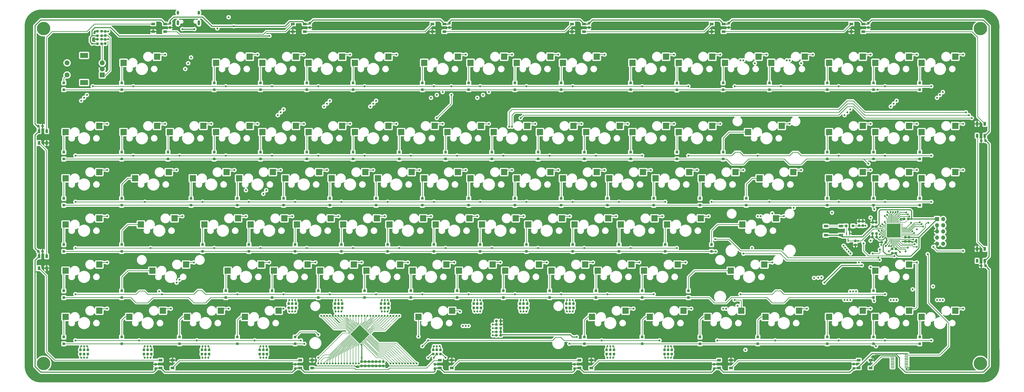
<source format=gbr>
%TF.GenerationSoftware,KiCad,Pcbnew,(6.0.4)*%
%TF.CreationDate,2022-07-07T12:58:28-04:00*%
%TF.ProjectId,Uranium,5572616e-6975-46d2-9e6b-696361645f70,rev?*%
%TF.SameCoordinates,Original*%
%TF.FileFunction,Copper,L4,Bot*%
%TF.FilePolarity,Positive*%
%FSLAX46Y46*%
G04 Gerber Fmt 4.6, Leading zero omitted, Abs format (unit mm)*
G04 Created by KiCad (PCBNEW (6.0.4)) date 2022-07-07 12:58:28*
%MOMM*%
%LPD*%
G01*
G04 APERTURE LIST*
G04 Aperture macros list*
%AMRoundRect*
0 Rectangle with rounded corners*
0 $1 Rounding radius*
0 $2 $3 $4 $5 $6 $7 $8 $9 X,Y pos of 4 corners*
0 Add a 4 corners polygon primitive as box body*
4,1,4,$2,$3,$4,$5,$6,$7,$8,$9,$2,$3,0*
0 Add four circle primitives for the rounded corners*
1,1,$1+$1,$2,$3*
1,1,$1+$1,$4,$5*
1,1,$1+$1,$6,$7*
1,1,$1+$1,$8,$9*
0 Add four rect primitives between the rounded corners*
20,1,$1+$1,$2,$3,$4,$5,0*
20,1,$1+$1,$4,$5,$6,$7,0*
20,1,$1+$1,$6,$7,$8,$9,0*
20,1,$1+$1,$8,$9,$2,$3,0*%
%AMRotRect*
0 Rectangle, with rotation*
0 The origin of the aperture is its center*
0 $1 length*
0 $2 width*
0 $3 Rotation angle, in degrees counterclockwise*
0 Add horizontal line*
21,1,$1,$2,0,0,$3*%
G04 Aperture macros list end*
%TA.AperFunction,SMDPad,CuDef*%
%ADD10R,2.550000X2.500000*%
%TD*%
%TA.AperFunction,ComponentPad*%
%ADD11C,3.600000*%
%TD*%
%TA.AperFunction,ConnectorPad*%
%ADD12C,5.500000*%
%TD*%
%TA.AperFunction,ComponentPad*%
%ADD13R,1.700000X1.700000*%
%TD*%
%TA.AperFunction,ComponentPad*%
%ADD14O,1.700000X1.700000*%
%TD*%
%TA.AperFunction,ComponentPad*%
%ADD15R,2.000000X2.000000*%
%TD*%
%TA.AperFunction,ComponentPad*%
%ADD16C,2.000000*%
%TD*%
%TA.AperFunction,ComponentPad*%
%ADD17R,3.200000X2.000000*%
%TD*%
%TA.AperFunction,ComponentPad*%
%ADD18O,1.000000X1.600000*%
%TD*%
%TA.AperFunction,ComponentPad*%
%ADD19O,1.000000X2.100000*%
%TD*%
%TA.AperFunction,SMDPad,CuDef*%
%ADD20R,1.100000X1.100000*%
%TD*%
%TA.AperFunction,SMDPad,CuDef*%
%ADD21RoundRect,0.237500X-0.237500X0.287500X-0.237500X-0.287500X0.237500X-0.287500X0.237500X0.287500X0*%
%TD*%
%TA.AperFunction,SMDPad,CuDef*%
%ADD22RoundRect,0.237500X-0.287500X-0.237500X0.287500X-0.237500X0.287500X0.237500X-0.287500X0.237500X0*%
%TD*%
%TA.AperFunction,SMDPad,CuDef*%
%ADD23RoundRect,0.237500X0.237500X-0.287500X0.237500X0.287500X-0.237500X0.287500X-0.237500X-0.287500X0*%
%TD*%
%TA.AperFunction,SMDPad,CuDef*%
%ADD24R,1.500000X1.000000*%
%TD*%
%TA.AperFunction,SMDPad,CuDef*%
%ADD25RoundRect,0.237500X0.287500X0.237500X-0.287500X0.237500X-0.287500X-0.237500X0.287500X-0.237500X0*%
%TD*%
%TA.AperFunction,SMDPad,CuDef*%
%ADD26RoundRect,0.100000X0.637500X0.100000X-0.637500X0.100000X-0.637500X-0.100000X0.637500X-0.100000X0*%
%TD*%
%TA.AperFunction,SMDPad,CuDef*%
%ADD27R,1.000000X1.500000*%
%TD*%
%TA.AperFunction,SMDPad,CuDef*%
%ADD28RotRect,0.200000X0.850000X45.000000*%
%TD*%
%TA.AperFunction,SMDPad,CuDef*%
%ADD29RotRect,0.200000X0.850000X135.000000*%
%TD*%
%TA.AperFunction,SMDPad,CuDef*%
%ADD30RotRect,5.550000X5.550000X135.000000*%
%TD*%
%TA.AperFunction,SMDPad,CuDef*%
%ADD31R,1.800000X1.100000*%
%TD*%
%TA.AperFunction,SMDPad,CuDef*%
%ADD32RoundRect,0.062500X-0.375000X-0.062500X0.375000X-0.062500X0.375000X0.062500X-0.375000X0.062500X0*%
%TD*%
%TA.AperFunction,SMDPad,CuDef*%
%ADD33RoundRect,0.062500X-0.062500X-0.375000X0.062500X-0.375000X0.062500X0.375000X-0.062500X0.375000X0*%
%TD*%
%TA.AperFunction,SMDPad,CuDef*%
%ADD34R,5.600000X5.600000*%
%TD*%
%TA.AperFunction,SMDPad,CuDef*%
%ADD35R,0.450000X1.500000*%
%TD*%
%TA.AperFunction,ViaPad*%
%ADD36C,0.800000*%
%TD*%
%TA.AperFunction,Conductor*%
%ADD37C,0.250000*%
%TD*%
%TA.AperFunction,Conductor*%
%ADD38C,0.400000*%
%TD*%
%TA.AperFunction,Conductor*%
%ADD39C,0.200000*%
%TD*%
G04 APERTURE END LIST*
D10*
%TO.P,K62,1*%
%TO.N,col9*%
X473015000Y-209232500D03*
%TO.P,K62,2*%
%TO.N,Net-(D66-Pad2)*%
X459165000Y-211772500D03*
%TD*%
%TO.P,K83,1*%
%TO.N,col2*%
X332521250Y-247332500D03*
%TO.P,K83,2*%
%TO.N,Net-(D87-Pad2)*%
X318671250Y-249872500D03*
%TD*%
%TO.P,K42,1*%
%TO.N,col7*%
X430152500Y-190182500D03*
%TO.P,K42,2*%
%TO.N,Net-(D46-Pad2)*%
X416302500Y-192722500D03*
%TD*%
%TO.P,K81,1*%
%TO.N,col0*%
X282515000Y-247332500D03*
%TO.P,K81,2*%
%TO.N,Net-(D85-Pad2)*%
X268665000Y-249872500D03*
%TD*%
%TO.P,K2,1*%
%TO.N,col3*%
X344427500Y-142557500D03*
%TO.P,K2,2*%
%TO.N,Net-(D6-Pad2)*%
X330577500Y-145097500D03*
%TD*%
%TO.P,K71,1*%
%TO.N,col5*%
X387290000Y-228282500D03*
%TO.P,K71,2*%
%TO.N,Net-(D75-Pad2)*%
X373440000Y-230822500D03*
%TD*%
%TO.P,K31,1*%
%TO.N,col14*%
X563502500Y-171132500D03*
%TO.P,K31,2*%
%TO.N,Net-(D35-Pad2)*%
X549652500Y-173672500D03*
%TD*%
%TO.P,K3,1*%
%TO.N,col4*%
X363477500Y-142557500D03*
%TO.P,K3,2*%
%TO.N,Net-(D7-Pad2)*%
X349627500Y-145097500D03*
%TD*%
%TO.P,K12,1*%
%TO.N,col13*%
X553977500Y-142557500D03*
%TO.P,K12,2*%
%TO.N,Net-(D16-Pad2)*%
X540127500Y-145097500D03*
%TD*%
%TO.P,K45,1*%
%TO.N,col10*%
X487302500Y-190182500D03*
%TO.P,K45,2*%
%TO.N,Net-(D49-Pad2)*%
X473452500Y-192722500D03*
%TD*%
%TO.P,K41,1*%
%TO.N,col6*%
X411102500Y-190182500D03*
%TO.P,K41,2*%
%TO.N,Net-(D45-Pad2)*%
X397252500Y-192722500D03*
%TD*%
%TO.P,K28,1*%
%TO.N,col11*%
X496827500Y-171132500D03*
%TO.P,K28,2*%
%TO.N,Net-(D32-Pad2)*%
X482977500Y-173672500D03*
%TD*%
%TO.P,K44,1*%
%TO.N,col9*%
X468252500Y-190182500D03*
%TO.P,K44,2*%
%TO.N,Net-(D48-Pad2)*%
X454402500Y-192722500D03*
%TD*%
%TO.P,K4,1*%
%TO.N,col5*%
X382527500Y-142557500D03*
%TO.P,K4,2*%
%TO.N,Net-(D8-Pad2)*%
X368677500Y-145097500D03*
%TD*%
D11*
%TO.P,H3,1,1*%
%TO.N,CASE*%
X259556250Y-269081250D03*
D12*
X259556250Y-269081250D03*
%TD*%
D10*
%TO.P,K74,1*%
%TO.N,col8*%
X444440000Y-228282500D03*
%TO.P,K74,2*%
%TO.N,Net-(D78-Pad2)*%
X430590000Y-230822500D03*
%TD*%
%TO.P,K9,1*%
%TO.N,col10*%
X487302500Y-142557500D03*
%TO.P,K9,2*%
%TO.N,Net-(D13-Pad2)*%
X473452500Y-145097500D03*
%TD*%
D11*
%TO.P,H4,1,1*%
%TO.N,CASE*%
X645318750Y-269081250D03*
D12*
X645318750Y-269081250D03*
%TD*%
D10*
%TO.P,K90,1*%
%TO.N,col15*%
X596840000Y-247332500D03*
%TO.P,K90,2*%
%TO.N,Net-(D94-Pad2)*%
X582990000Y-249872500D03*
%TD*%
D13*
%TO.P,J1,1,VTref*%
%TO.N,+3V3*%
X627459375Y-209550000D03*
D14*
%TO.P,J1,2,SWDIO/TMS*%
%TO.N,SWDIO*%
X629999375Y-209550000D03*
%TO.P,J1,3,GND*%
%TO.N,GND*%
X627459375Y-212090000D03*
%TO.P,J1,4,SWDCLK/TCK*%
%TO.N,SWCLK*%
X629999375Y-212090000D03*
%TO.P,J1,5,GND*%
%TO.N,GND*%
X627459375Y-214630000D03*
%TO.P,J1,6,SWO/TDO*%
%TO.N,unconnected-(J1-Pad6)*%
X629999375Y-214630000D03*
%TO.P,J1,7,KEY*%
%TO.N,unconnected-(J1-Pad7)*%
X627459375Y-217170000D03*
%TO.P,J1,8,NC/TDI*%
%TO.N,unconnected-(J1-Pad8)*%
X629999375Y-217170000D03*
%TO.P,J1,9,GNDDetect*%
%TO.N,GND*%
X627459375Y-219710000D03*
%TO.P,J1,10,~{RESET}*%
%TO.N,NRST*%
X629999375Y-219710000D03*
%TD*%
D10*
%TO.P,K36,1*%
%TO.N,col1*%
X311090000Y-190182500D03*
%TO.P,K36,2*%
%TO.N,Net-(D40-Pad2)*%
X297240000Y-192722500D03*
%TD*%
%TO.P,K49,1*%
%TO.N,col14*%
X568265000Y-190182500D03*
%TO.P,K49,2*%
%TO.N,Net-(D53-Pad2)*%
X554415000Y-192722500D03*
%TD*%
%TO.P,K6,1*%
%TO.N,col7*%
X430152500Y-142557500D03*
%TO.P,K6,2*%
%TO.N,Net-(D10-Pad2)*%
X416302500Y-145097500D03*
%TD*%
%TO.P,K19,1*%
%TO.N,col2*%
X325377500Y-171132500D03*
%TO.P,K19,2*%
%TO.N,Net-(D23-Pad2)*%
X311527500Y-173672500D03*
%TD*%
%TO.P,K87,1*%
%TO.N,col12*%
X523021250Y-247332500D03*
%TO.P,K87,2*%
%TO.N,Net-(D91-Pad2)*%
X509171250Y-249872500D03*
%TD*%
%TO.P,K80,1*%
%TO.N,col16*%
X615890000Y-228282500D03*
%TO.P,K80,2*%
%TO.N,Net-(D84-Pad2)*%
X602040000Y-230822500D03*
%TD*%
%TO.P,K47,1*%
%TO.N,col12*%
X525402500Y-190182500D03*
%TO.P,K47,2*%
%TO.N,Net-(D51-Pad2)*%
X511552500Y-192722500D03*
%TD*%
%TO.P,K14,1*%
%TO.N,col15*%
X596840000Y-142557500D03*
%TO.P,K14,2*%
%TO.N,Net-(D18-Pad2)*%
X582990000Y-145097500D03*
%TD*%
%TO.P,K66,1*%
%TO.N,col14*%
X561121250Y-209232500D03*
%TO.P,K66,2*%
%TO.N,Net-(D70-Pad2)*%
X547271250Y-211772500D03*
%TD*%
%TO.P,K91,1*%
%TO.N,col16*%
X615890000Y-247332500D03*
%TO.P,K91,2*%
%TO.N,Net-(D95-Pad2)*%
X602040000Y-249872500D03*
%TD*%
D12*
%TO.P,H2,1,1*%
%TO.N,CASE*%
X645318750Y-130968750D03*
D11*
X645318750Y-130968750D03*
%TD*%
D10*
%TO.P,K56,1*%
%TO.N,col3*%
X358715000Y-209232500D03*
%TO.P,K56,2*%
%TO.N,Net-(D60-Pad2)*%
X344865000Y-211772500D03*
%TD*%
%TO.P,K78,1*%
%TO.N,col12*%
X520640000Y-228282500D03*
%TO.P,K78,2*%
%TO.N,Net-(D82-Pad2)*%
X506790000Y-230822500D03*
%TD*%
%TO.P,K54,1*%
%TO.N,col1*%
X313471250Y-209232500D03*
%TO.P,K54,2*%
%TO.N,Net-(D58-Pad2)*%
X299621250Y-211772500D03*
%TD*%
%TO.P,K67,1*%
%TO.N,col0*%
X282515000Y-228282500D03*
%TO.P,K67,2*%
%TO.N,Net-(D71-Pad2)*%
X268665000Y-230822500D03*
%TD*%
%TO.P,K15,1*%
%TO.N,col16*%
X615890000Y-142557500D03*
%TO.P,K15,2*%
%TO.N,Net-(D19-Pad2)*%
X602040000Y-145097500D03*
%TD*%
D11*
%TO.P,H1,1,1*%
%TO.N,CASE*%
X259556250Y-130968750D03*
D12*
X259556250Y-130968750D03*
%TD*%
D10*
%TO.P,K38,1*%
%TO.N,col3*%
X353952500Y-190182500D03*
%TO.P,K38,2*%
%TO.N,Net-(D42-Pad2)*%
X340102500Y-192722500D03*
%TD*%
%TO.P,K69,1*%
%TO.N,col3*%
X349190000Y-228282500D03*
%TO.P,K69,2*%
%TO.N,Net-(D73-Pad2)*%
X335340000Y-230822500D03*
%TD*%
%TO.P,K51,1*%
%TO.N,col16*%
X615890000Y-190182500D03*
%TO.P,K51,2*%
%TO.N,Net-(D55-Pad2)*%
X602040000Y-192722500D03*
%TD*%
%TO.P,K29,1*%
%TO.N,col12*%
X515877500Y-171132500D03*
%TO.P,K29,2*%
%TO.N,Net-(D33-Pad2)*%
X502027500Y-173672500D03*
%TD*%
%TO.P,K23,1*%
%TO.N,col6*%
X401577500Y-171132500D03*
%TO.P,K23,2*%
%TO.N,Net-(D27-Pad2)*%
X387727500Y-173672500D03*
%TD*%
%TO.P,K55,1*%
%TO.N,col2*%
X339665000Y-209232500D03*
%TO.P,K55,2*%
%TO.N,Net-(D59-Pad2)*%
X325815000Y-211772500D03*
%TD*%
%TO.P,K70,1*%
%TO.N,col4*%
X368240000Y-228282500D03*
%TO.P,K70,2*%
%TO.N,Net-(D74-Pad2)*%
X354390000Y-230822500D03*
%TD*%
%TO.P,K68,1*%
%TO.N,col1*%
X318233750Y-228282500D03*
%TO.P,K68,2*%
%TO.N,Net-(D72-Pad2)*%
X304383750Y-230822500D03*
%TD*%
%TO.P,K8,1*%
%TO.N,col9*%
X468252500Y-142557500D03*
%TO.P,K8,2*%
%TO.N,Net-(D12-Pad2)*%
X454402500Y-145097500D03*
%TD*%
%TO.P,K58,1*%
%TO.N,col5*%
X396815000Y-209232500D03*
%TO.P,K58,2*%
%TO.N,Net-(D62-Pad2)*%
X382965000Y-211772500D03*
%TD*%
D15*
%TO.P,SW2,A,A*%
%TO.N,R1_A*%
X283725000Y-150137500D03*
D16*
%TO.P,SW2,B,B*%
%TO.N,R1_B*%
X283725000Y-145137500D03*
%TO.P,SW2,C,C*%
%TO.N,GND*%
X283725000Y-147637500D03*
D17*
%TO.P,SW2,MP*%
%TO.N,N/C*%
X276225000Y-142037500D03*
X276225000Y-153237500D03*
D16*
%TO.P,SW2,S1,S1*%
%TO.N,col0*%
X269225000Y-145137500D03*
%TO.P,SW2,S2,S2*%
%TO.N,/Key Matrix/E2*%
X269225000Y-150137500D03*
%TD*%
D10*
%TO.P,K40,1*%
%TO.N,col5*%
X392052500Y-190182500D03*
%TO.P,K40,2*%
%TO.N,Net-(D44-Pad2)*%
X378202500Y-192722500D03*
%TD*%
%TO.P,K20,1*%
%TO.N,col3*%
X344427500Y-171132500D03*
%TO.P,K20,2*%
%TO.N,Net-(D24-Pad2)*%
X330577500Y-173672500D03*
%TD*%
%TO.P,K1,1*%
%TO.N,col1*%
X306327500Y-142557500D03*
%TO.P,K1,2*%
%TO.N,Net-(D5-Pad2)*%
X292477500Y-145097500D03*
%TD*%
%TO.P,K59,1*%
%TO.N,col6*%
X415865000Y-209232500D03*
%TO.P,K59,2*%
%TO.N,Net-(D63-Pad2)*%
X402015000Y-211772500D03*
%TD*%
%TO.P,K16,1*%
%TO.N,col17*%
X634940000Y-142557500D03*
%TO.P,K16,2*%
%TO.N,Net-(D20-Pad2)*%
X621090000Y-145097500D03*
%TD*%
%TO.P,K21,1*%
%TO.N,col4*%
X363477500Y-171132500D03*
%TO.P,K21,2*%
%TO.N,Net-(D25-Pad2)*%
X349627500Y-173672500D03*
%TD*%
D18*
%TO.P,J2,S1,SHIELD*%
%TO.N,Net-(C13-Pad2)*%
X314880000Y-124450000D03*
D19*
X314880000Y-128630000D03*
X323520000Y-128630000D03*
D18*
X323520000Y-124450000D03*
%TD*%
D10*
%TO.P,K25,1*%
%TO.N,col8*%
X439677500Y-171132500D03*
%TO.P,K25,2*%
%TO.N,Net-(D29-Pad2)*%
X425827500Y-173672500D03*
%TD*%
%TO.P,K10,1*%
%TO.N,col11*%
X515877500Y-142557500D03*
%TO.P,K10,2*%
%TO.N,Net-(D14-Pad2)*%
X502027500Y-145097500D03*
%TD*%
%TO.P,K61,1*%
%TO.N,col8*%
X453965000Y-209232500D03*
%TO.P,K61,2*%
%TO.N,Net-(D65-Pad2)*%
X440115000Y-211772500D03*
%TD*%
%TO.P,K48,1*%
%TO.N,col13*%
X544452500Y-190182500D03*
%TO.P,K48,2*%
%TO.N,Net-(D52-Pad2)*%
X530602500Y-192722500D03*
%TD*%
%TO.P,K7,1*%
%TO.N,col8*%
X449202500Y-142557500D03*
%TO.P,K7,2*%
%TO.N,Net-(D11-Pad2)*%
X435352500Y-145097500D03*
%TD*%
%TO.P,K50,1*%
%TO.N,col15*%
X596840000Y-190182500D03*
%TO.P,K50,2*%
%TO.N,Net-(D54-Pad2)*%
X582990000Y-192722500D03*
%TD*%
%TO.P,K33,1*%
%TO.N,col16*%
X615890000Y-171132500D03*
%TO.P,K33,2*%
%TO.N,Net-(D37-Pad2)*%
X602040000Y-173672500D03*
%TD*%
%TO.P,K27,1*%
%TO.N,col10*%
X477777500Y-171132500D03*
%TO.P,K27,2*%
%TO.N,Net-(D31-Pad2)*%
X463927500Y-173672500D03*
%TD*%
%TO.P,K77,1*%
%TO.N,col11*%
X501590000Y-228282500D03*
%TO.P,K77,2*%
%TO.N,Net-(D81-Pad2)*%
X487740000Y-230822500D03*
%TD*%
%TO.P,K26,1*%
%TO.N,col9*%
X458727500Y-171132500D03*
%TO.P,K26,2*%
%TO.N,Net-(D30-Pad2)*%
X444877500Y-173672500D03*
%TD*%
%TO.P,K84,1*%
%TO.N,col3*%
X356333750Y-247332500D03*
%TO.P,K84,2*%
%TO.N,Net-(D88-Pad2)*%
X342483750Y-249872500D03*
%TD*%
%TO.P,K75,1*%
%TO.N,col9*%
X463490000Y-228282500D03*
%TO.P,K75,2*%
%TO.N,Net-(D79-Pad2)*%
X449640000Y-230822500D03*
%TD*%
%TO.P,K18,1*%
%TO.N,col1*%
X306327500Y-171132500D03*
%TO.P,K18,2*%
%TO.N,Net-(D22-Pad2)*%
X292477500Y-173672500D03*
%TD*%
%TO.P,K32,1*%
%TO.N,col15*%
X596840000Y-171132500D03*
%TO.P,K32,2*%
%TO.N,Net-(D36-Pad2)*%
X582990000Y-173672500D03*
%TD*%
%TO.P,K52,1*%
%TO.N,col17*%
X634940000Y-190182500D03*
%TO.P,K52,2*%
%TO.N,Net-(D56-Pad2)*%
X621090000Y-192722500D03*
%TD*%
%TO.P,K65,1*%
%TO.N,col12*%
X530165000Y-209232500D03*
%TO.P,K65,2*%
%TO.N,Net-(D69-Pad2)*%
X516315000Y-211772500D03*
%TD*%
%TO.P,K43,1*%
%TO.N,col8*%
X449202500Y-190182500D03*
%TO.P,K43,2*%
%TO.N,Net-(D47-Pad2)*%
X435352500Y-192722500D03*
%TD*%
%TO.P,K30,1*%
%TO.N,col13*%
X534927500Y-171132500D03*
%TO.P,K30,2*%
%TO.N,Net-(D34-Pad2)*%
X521077500Y-173672500D03*
%TD*%
%TO.P,K73,1*%
%TO.N,col7*%
X425390000Y-228282500D03*
%TO.P,K73,2*%
%TO.N,Net-(D77-Pad2)*%
X411540000Y-230822500D03*
%TD*%
%TO.P,K85,1*%
%TO.N,col7*%
X427771250Y-247332500D03*
%TO.P,K85,2*%
%TO.N,Net-(D89-Pad2)*%
X413921250Y-249872500D03*
%TD*%
%TO.P,K63,1*%
%TO.N,col10*%
X492065000Y-209232500D03*
%TO.P,K63,2*%
%TO.N,Net-(D67-Pad2)*%
X478215000Y-211772500D03*
%TD*%
%TO.P,K11,1*%
%TO.N,col12*%
X534927500Y-142557500D03*
%TO.P,K11,2*%
%TO.N,Net-(D15-Pad2)*%
X521077500Y-145097500D03*
%TD*%
%TO.P,K24,1*%
%TO.N,col7*%
X420627500Y-171132500D03*
%TO.P,K24,2*%
%TO.N,Net-(D28-Pad2)*%
X406777500Y-173672500D03*
%TD*%
%TO.P,K17,1*%
%TO.N,col0*%
X282515000Y-171132500D03*
%TO.P,K17,2*%
%TO.N,Net-(D21-Pad2)*%
X268665000Y-173672500D03*
%TD*%
%TO.P,K34,1*%
%TO.N,col17*%
X634940000Y-171132500D03*
%TO.P,K34,2*%
%TO.N,Net-(D38-Pad2)*%
X621090000Y-173672500D03*
%TD*%
%TO.P,K37,1*%
%TO.N,col2*%
X334902500Y-190182500D03*
%TO.P,K37,2*%
%TO.N,Net-(D41-Pad2)*%
X321052500Y-192722500D03*
%TD*%
%TO.P,K57,1*%
%TO.N,col4*%
X377765000Y-209232500D03*
%TO.P,K57,2*%
%TO.N,Net-(D61-Pad2)*%
X363915000Y-211772500D03*
%TD*%
%TO.P,K46,1*%
%TO.N,col11*%
X506352500Y-190182500D03*
%TO.P,K46,2*%
%TO.N,Net-(D50-Pad2)*%
X492502500Y-192722500D03*
%TD*%
%TO.P,K39,1*%
%TO.N,col4*%
X373002500Y-190182500D03*
%TO.P,K39,2*%
%TO.N,Net-(D43-Pad2)*%
X359152500Y-192722500D03*
%TD*%
%TO.P,K64,1*%
%TO.N,col11*%
X511115000Y-209232500D03*
%TO.P,K64,2*%
%TO.N,Net-(D68-Pad2)*%
X497265000Y-211772500D03*
%TD*%
%TO.P,K72,1*%
%TO.N,col6*%
X406340000Y-228282500D03*
%TO.P,K72,2*%
%TO.N,Net-(D76-Pad2)*%
X392490000Y-230822500D03*
%TD*%
%TO.P,K86,1*%
%TO.N,col11*%
X499208750Y-247332500D03*
%TO.P,K86,2*%
%TO.N,Net-(D90-Pad2)*%
X485358750Y-249872500D03*
%TD*%
%TO.P,K13,1*%
%TO.N,col14*%
X573027500Y-142557500D03*
%TO.P,K13,2*%
%TO.N,Net-(D17-Pad2)*%
X559177500Y-145097500D03*
%TD*%
%TO.P,K53,1*%
%TO.N,col0*%
X282515000Y-209232500D03*
%TO.P,K53,2*%
%TO.N,Net-(D57-Pad2)*%
X268665000Y-211772500D03*
%TD*%
%TO.P,K22,1*%
%TO.N,col5*%
X382527500Y-171132500D03*
%TO.P,K22,2*%
%TO.N,Net-(D26-Pad2)*%
X368677500Y-173672500D03*
%TD*%
%TO.P,K79,1*%
%TO.N,col14*%
X556358750Y-228282500D03*
%TO.P,K79,2*%
%TO.N,Net-(D83-Pad2)*%
X542508750Y-230822500D03*
%TD*%
%TO.P,K92,1*%
%TO.N,col17*%
X634940000Y-247332500D03*
%TO.P,K92,2*%
%TO.N,Net-(D96-Pad2)*%
X621090000Y-249872500D03*
%TD*%
%TO.P,K35,1*%
%TO.N,col0*%
X282515000Y-190182500D03*
%TO.P,K35,2*%
%TO.N,Net-(D39-Pad2)*%
X268665000Y-192722500D03*
%TD*%
%TO.P,K88,1*%
%TO.N,col13*%
X546833750Y-247332500D03*
%TO.P,K88,2*%
%TO.N,Net-(D92-Pad2)*%
X532983750Y-249872500D03*
%TD*%
%TO.P,K5,1*%
%TO.N,col6*%
X401577500Y-142557500D03*
%TO.P,K5,2*%
%TO.N,Net-(D9-Pad2)*%
X387727500Y-145097500D03*
%TD*%
%TO.P,K82,1*%
%TO.N,col1*%
X308708750Y-247332500D03*
%TO.P,K82,2*%
%TO.N,Net-(D86-Pad2)*%
X294858750Y-249872500D03*
%TD*%
%TO.P,K89,1*%
%TO.N,col14*%
X570646250Y-247332500D03*
%TO.P,K89,2*%
%TO.N,Net-(D93-Pad2)*%
X556796250Y-249872500D03*
%TD*%
%TO.P,K60,1*%
%TO.N,col7*%
X434915000Y-209232500D03*
%TO.P,K60,2*%
%TO.N,Net-(D64-Pad2)*%
X421065000Y-211772500D03*
%TD*%
%TO.P,K76,1*%
%TO.N,col10*%
X482540000Y-228282500D03*
%TO.P,K76,2*%
%TO.N,Net-(D80-Pad2)*%
X468690000Y-230822500D03*
%TD*%
D20*
%TO.P,D75,1,K*%
%TO.N,row4*%
X372665625Y-241906250D03*
%TO.P,D75,2,A*%
%TO.N,Net-(D75-Pad2)*%
X372665625Y-239106250D03*
%TD*%
%TO.P,D61,1,K*%
%TO.N,row3*%
X363140625Y-222856250D03*
%TO.P,D61,2,A*%
%TO.N,Net-(D61-Pad2)*%
X363140625Y-220056250D03*
%TD*%
%TO.P,D23,1,K*%
%TO.N,row1*%
X310753125Y-184756250D03*
%TO.P,D23,2,A*%
%TO.N,Net-(D23-Pad2)*%
X310753125Y-181956250D03*
%TD*%
D21*
%TO.P,C10,1*%
%TO.N,+3V3*%
X615895000Y-217025000D03*
%TO.P,C10,2*%
%TO.N,GND*%
X615895000Y-218775000D03*
%TD*%
D20*
%TO.P,D9,1,K*%
%TO.N,row0*%
X386953125Y-156181250D03*
%TO.P,D9,2,A*%
%TO.N,Net-(D9-Pad2)*%
X386953125Y-153381250D03*
%TD*%
%TO.P,D70,1,K*%
%TO.N,row3*%
X534590625Y-222856250D03*
%TO.P,D70,2,A*%
%TO.N,Net-(D70-Pad2)*%
X534590625Y-220056250D03*
%TD*%
D22*
%TO.P,C31,1*%
%TO.N,+5V*%
X257383750Y-222810459D03*
%TO.P,C31,2*%
%TO.N,GND*%
X259133750Y-222810459D03*
%TD*%
D23*
%TO.P,R23,1*%
%TO.N,Net-(R23-Pad1)*%
X302418750Y-265193750D03*
%TO.P,R23,2*%
%TO.N,/LEDMatrix/CS5*%
X302418750Y-263443750D03*
%TD*%
D20*
%TO.P,D31,1,K*%
%TO.N,row1*%
X463153125Y-184756250D03*
%TO.P,D31,2,A*%
%TO.N,Net-(D31-Pad2)*%
X463153125Y-181956250D03*
%TD*%
%TO.P,D50,1,K*%
%TO.N,row2*%
X491728125Y-203806250D03*
%TO.P,D50,2,A*%
%TO.N,Net-(D50-Pad2)*%
X491728125Y-201006250D03*
%TD*%
D21*
%TO.P,R7,1*%
%TO.N,LM_SCL*%
X610500000Y-221825000D03*
%TO.P,R7,2*%
%TO.N,+3V3*%
X610500000Y-223575000D03*
%TD*%
D23*
%TO.P,R31,1*%
%TO.N,Net-(R31-Pad1)*%
X363450000Y-246143750D03*
%TO.P,R31,2*%
%TO.N,/LEDMatrix/CS13*%
X363450000Y-244393750D03*
%TD*%
%TO.P,R47,1*%
%TO.N,Net-(R47-Pad1)*%
X457200000Y-246143750D03*
%TO.P,R47,2*%
%TO.N,/LEDMatrix/CS29*%
X457200000Y-244393750D03*
%TD*%
%TO.P,C27,1*%
%TO.N,+5V*%
X478171309Y-271158750D03*
%TO.P,C27,2*%
%TO.N,GND*%
X478171309Y-269408750D03*
%TD*%
D21*
%TO.P,R6,1*%
%TO.N,E1_B*%
X284997024Y-135425000D03*
%TO.P,R6,2*%
%TO.N,R1_B*%
X284997024Y-137175000D03*
%TD*%
D20*
%TO.P,D80,1,K*%
%TO.N,row4*%
X467915625Y-241906250D03*
%TO.P,D80,2,A*%
%TO.N,Net-(D80-Pad2)*%
X467915625Y-239106250D03*
%TD*%
D23*
%TO.P,C28,1*%
%TO.N,+5V*%
X420681138Y-271158750D03*
%TO.P,C28,2*%
%TO.N,GND*%
X420681138Y-269408750D03*
%TD*%
%TO.P,R44,1*%
%TO.N,Net-(R44-Pad1)*%
X438150000Y-246143750D03*
%TO.P,R44,2*%
%TO.N,/LEDMatrix/CS26*%
X438150000Y-244393750D03*
%TD*%
D24*
%TO.P,D198,1,VDD*%
%TO.N,+5V*%
X597076651Y-129071250D03*
%TO.P,D198,2,DOUT*%
%TO.N,Net-(D198-Pad2)*%
X597076651Y-132271250D03*
%TO.P,D198,3,VSS*%
%TO.N,GND*%
X592176651Y-132271250D03*
%TO.P,D198,4,DIN*%
%TO.N,Net-(D198-Pad4)*%
X592176651Y-129071250D03*
%TD*%
D23*
%TO.P,R43,1*%
%TO.N,Net-(R43-Pad1)*%
X439650000Y-246143750D03*
%TO.P,R43,2*%
%TO.N,/LEDMatrix/CS25*%
X439650000Y-244393750D03*
%TD*%
D25*
%TO.P,C18,1*%
%TO.N,GND*%
X447775000Y-253000000D03*
%TO.P,C18,2*%
%TO.N,LM_SDB*%
X446025000Y-253000000D03*
%TD*%
D20*
%TO.P,D25,1,K*%
%TO.N,row1*%
X348853125Y-184756250D03*
%TO.P,D25,2,A*%
%TO.N,Net-(D25-Pad2)*%
X348853125Y-181956250D03*
%TD*%
%TO.P,D71,1,K*%
%TO.N,row4*%
X267890625Y-241906250D03*
%TO.P,D71,2,A*%
%TO.N,Net-(D71-Pad2)*%
X267890625Y-239106250D03*
%TD*%
D24*
%TO.P,D202,1,VDD*%
%TO.N,+5V*%
X367115967Y-129071250D03*
%TO.P,D202,2,DOUT*%
%TO.N,Net-(D201-Pad4)*%
X367115967Y-132271250D03*
%TO.P,D202,3,VSS*%
%TO.N,GND*%
X362215967Y-132271250D03*
%TO.P,D202,4,DIN*%
%TO.N,Net-(D202-Pad4)*%
X362215967Y-129071250D03*
%TD*%
D20*
%TO.P,D92,1,K*%
%TO.N,row5*%
X529828125Y-260956250D03*
%TO.P,D92,2,A*%
%TO.N,Net-(D92-Pad2)*%
X529828125Y-258156250D03*
%TD*%
%TO.P,D52,1,K*%
%TO.N,row2*%
X529828125Y-203806250D03*
%TO.P,D52,2,A*%
%TO.N,Net-(D52-Pad2)*%
X529828125Y-201006250D03*
%TD*%
D23*
%TO.P,R39,1*%
%TO.N,Net-(R39-Pad1)*%
X398543750Y-246143750D03*
%TO.P,R39,2*%
%TO.N,/LEDMatrix/CS21*%
X398543750Y-244393750D03*
%TD*%
D20*
%TO.P,D37,1,K*%
%TO.N,row1*%
X601265625Y-184756250D03*
%TO.P,D37,2,A*%
%TO.N,Net-(D37-Pad2)*%
X601265625Y-181956250D03*
%TD*%
D25*
%TO.P,R16,1*%
%TO.N,+3V3*%
X447775000Y-254500000D03*
%TO.P,R16,2*%
%TO.N,LM_SCL*%
X446025000Y-254500000D03*
%TD*%
D20*
%TO.P,D8,1,K*%
%TO.N,row0*%
X367903125Y-156181250D03*
%TO.P,D8,2,A*%
%TO.N,Net-(D8-Pad2)*%
X367903125Y-153381250D03*
%TD*%
%TO.P,D78,1,K*%
%TO.N,row4*%
X429815625Y-241906250D03*
%TO.P,D78,2,A*%
%TO.N,Net-(D78-Pad2)*%
X429815625Y-239106250D03*
%TD*%
D23*
%TO.P,R54,1*%
%TO.N,Net-(R54-Pad1)*%
X491418750Y-265193750D03*
%TO.P,R54,2*%
%TO.N,/LEDMatrix/CS36*%
X491418750Y-263443750D03*
%TD*%
%TO.P,C21,1*%
%TO.N,GND*%
X395000000Y-270087500D03*
%TO.P,C21,2*%
%TO.N,+3V3*%
X395000000Y-268337500D03*
%TD*%
%TO.P,R19,1*%
%TO.N,Net-(R19-Pad1)*%
X277725000Y-265193750D03*
%TO.P,R19,2*%
%TO.N,/LEDMatrix/CS1*%
X277725000Y-263443750D03*
%TD*%
D20*
%TO.P,D36,1,K*%
%TO.N,row1*%
X582215625Y-184756250D03*
%TO.P,D36,2,A*%
%TO.N,Net-(D36-Pad2)*%
X582215625Y-181956250D03*
%TD*%
%TO.P,D89,1,K*%
%TO.N,row5*%
X363140625Y-260956250D03*
%TO.P,D89,2,A*%
%TO.N,Net-(D89-Pad2)*%
X363140625Y-258156250D03*
%TD*%
D23*
%TO.P,C25,1*%
%TO.N,+5V*%
X593176651Y-271058750D03*
%TO.P,C25,2*%
%TO.N,GND*%
X593176651Y-269308750D03*
%TD*%
D20*
%TO.P,D85,1,K*%
%TO.N,row5*%
X267890625Y-260956250D03*
%TO.P,D85,2,A*%
%TO.N,Net-(D85-Pad2)*%
X267890625Y-258156250D03*
%TD*%
D23*
%TO.P,R42,1*%
%TO.N,Net-(R42-Pad1)*%
X419981250Y-265193750D03*
%TO.P,R42,2*%
%TO.N,/LEDMatrix/CS24*%
X419981250Y-263443750D03*
%TD*%
%TO.P,R41,1*%
%TO.N,Net-(R41-Pad1)*%
X421481250Y-265193750D03*
%TO.P,R41,2*%
%TO.N,/LEDMatrix/CS23*%
X421481250Y-263443750D03*
%TD*%
D20*
%TO.P,D73,1,K*%
%TO.N,row4*%
X334565625Y-241906250D03*
%TO.P,D73,2,A*%
%TO.N,Net-(D73-Pad2)*%
X334565625Y-239106250D03*
%TD*%
D23*
%TO.P,C30,1*%
%TO.N,+5V*%
X305700796Y-271158750D03*
%TO.P,C30,2*%
%TO.N,GND*%
X305700796Y-269408750D03*
%TD*%
D20*
%TO.P,D81,1,K*%
%TO.N,row4*%
X486965625Y-241906250D03*
%TO.P,D81,2,A*%
%TO.N,Net-(D81-Pad2)*%
X486965625Y-239106250D03*
%TD*%
D24*
%TO.P,D203,1,VDD*%
%TO.N,+5V*%
X309625796Y-129071250D03*
%TO.P,D203,2,DOUT*%
%TO.N,Net-(D202-Pad4)*%
X309625796Y-132271250D03*
%TO.P,D203,3,VSS*%
%TO.N,GND*%
X304725796Y-132271250D03*
%TO.P,D203,4,DIN*%
%TO.N,Net-(D197-Pad2)*%
X304725796Y-129071250D03*
%TD*%
D20*
%TO.P,D28,1,K*%
%TO.N,row1*%
X406003125Y-184756250D03*
%TO.P,D28,2,A*%
%TO.N,Net-(D28-Pad2)*%
X406003125Y-181956250D03*
%TD*%
%TO.P,D86,1,K*%
%TO.N,row5*%
X291703125Y-260956250D03*
%TO.P,D86,2,A*%
%TO.N,Net-(D86-Pad2)*%
X291703125Y-258156250D03*
%TD*%
D25*
%TO.P,C40,1*%
%TO.N,+5V*%
X647396250Y-228785459D03*
%TO.P,C40,2*%
%TO.N,GND*%
X645646250Y-228785459D03*
%TD*%
D20*
%TO.P,D79,1,K*%
%TO.N,row4*%
X448865625Y-241906250D03*
%TO.P,D79,2,A*%
%TO.N,Net-(D79-Pad2)*%
X448865625Y-239106250D03*
%TD*%
D26*
%TO.P,U1,1,DIR*%
%TO.N,+5V*%
X614843750Y-264965625D03*
%TO.P,U1,2,A0*%
%TO.N,AUX_LIGHT*%
X614843750Y-265615625D03*
%TO.P,U1,3,A1*%
%TO.N,unconnected-(U1-Pad3)*%
X614843750Y-266265625D03*
%TO.P,U1,4,A2*%
%TO.N,unconnected-(U1-Pad4)*%
X614843750Y-266915625D03*
%TO.P,U1,5,A3*%
%TO.N,unconnected-(U1-Pad5)*%
X614843750Y-267565625D03*
%TO.P,U1,6,A4*%
%TO.N,unconnected-(U1-Pad6)*%
X614843750Y-268215625D03*
%TO.P,U1,7,A5*%
%TO.N,unconnected-(U1-Pad7)*%
X614843750Y-268865625D03*
%TO.P,U1,8,A6*%
%TO.N,unconnected-(U1-Pad8)*%
X614843750Y-269515625D03*
%TO.P,U1,9,A7*%
%TO.N,unconnected-(U1-Pad9)*%
X614843750Y-270165625D03*
%TO.P,U1,10,GND*%
%TO.N,GND*%
X614843750Y-270815625D03*
%TO.P,U1,11,B7*%
%TO.N,unconnected-(U1-Pad11)*%
X609118750Y-270815625D03*
%TO.P,U1,12,B6*%
%TO.N,unconnected-(U1-Pad12)*%
X609118750Y-270165625D03*
%TO.P,U1,13,B5*%
%TO.N,unconnected-(U1-Pad13)*%
X609118750Y-269515625D03*
%TO.P,U1,14,B4*%
%TO.N,unconnected-(U1-Pad14)*%
X609118750Y-268865625D03*
%TO.P,U1,15,B3*%
%TO.N,unconnected-(U1-Pad15)*%
X609118750Y-268215625D03*
%TO.P,U1,16,B2*%
%TO.N,unconnected-(U1-Pad16)*%
X609118750Y-267565625D03*
%TO.P,U1,17,B1*%
%TO.N,unconnected-(U1-Pad17)*%
X609118750Y-266915625D03*
%TO.P,U1,18,B0*%
%TO.N,DIN*%
X609118750Y-266265625D03*
%TO.P,U1,19,~{OE}*%
%TO.N,GND*%
X609118750Y-265615625D03*
%TO.P,U1,20,VCC*%
%TO.N,+5V*%
X609118750Y-264965625D03*
%TD*%
D20*
%TO.P,D13,1,K*%
%TO.N,row0*%
X472678125Y-156181250D03*
%TO.P,D13,2,A*%
%TO.N,Net-(D13-Pad2)*%
X472678125Y-153381250D03*
%TD*%
D24*
%TO.P,D192,1,VDD*%
%TO.N,+5V*%
X480221309Y-270883750D03*
%TO.P,D192,2,DOUT*%
%TO.N,Net-(D192-Pad2)*%
X480221309Y-267683750D03*
%TO.P,D192,3,VSS*%
%TO.N,GND*%
X485121309Y-267683750D03*
%TO.P,D192,4,DIN*%
%TO.N,Net-(D191-Pad2)*%
X485121309Y-270883750D03*
%TD*%
D20*
%TO.P,D46,1,K*%
%TO.N,row2*%
X415528125Y-203806250D03*
%TO.P,D46,2,A*%
%TO.N,Net-(D46-Pad2)*%
X415528125Y-201006250D03*
%TD*%
%TO.P,D1,1,K*%
%TO.N,BOOT0*%
X592787500Y-212359375D03*
%TO.P,D1,2,A*%
%TO.N,Net-(D1-Pad2)*%
X589987500Y-212359375D03*
%TD*%
D27*
%TO.P,D205,1,VDD*%
%TO.N,+5V*%
X647121250Y-226735459D03*
%TO.P,D205,2,DOUT*%
%TO.N,/AuxiliaryLEDs/DOUT*%
X643921250Y-226735459D03*
%TO.P,D205,3,VSS*%
%TO.N,GND*%
X643921250Y-221835459D03*
%TO.P,D205,4,DIN*%
%TO.N,Net-(D204-Pad2)*%
X647121250Y-221835459D03*
%TD*%
D23*
%TO.P,R18,1*%
%TO.N,GND*%
X399400000Y-270087500D03*
%TO.P,R18,2*%
%TO.N,Net-(R18-Pad2)*%
X399400000Y-268337500D03*
%TD*%
%TO.P,C20,1*%
%TO.N,GND*%
X397956250Y-270087500D03*
%TO.P,C20,2*%
%TO.N,+3V3*%
X397956250Y-268337500D03*
%TD*%
D20*
%TO.P,D83,1,K*%
%TO.N,row4*%
X525065625Y-241906250D03*
%TO.P,D83,2,A*%
%TO.N,Net-(D83-Pad2)*%
X525065625Y-239106250D03*
%TD*%
D21*
%TO.P,C36,1*%
%TO.N,+5V*%
X426656138Y-128796250D03*
%TO.P,C36,2*%
%TO.N,GND*%
X426656138Y-130546250D03*
%TD*%
D20*
%TO.P,D38,1,K*%
%TO.N,row1*%
X620315625Y-184756250D03*
%TO.P,D38,2,A*%
%TO.N,Net-(D38-Pad2)*%
X620315625Y-181956250D03*
%TD*%
%TO.P,D41,1,K*%
%TO.N,row2*%
X320278125Y-203806250D03*
%TO.P,D41,2,A*%
%TO.N,Net-(D41-Pad2)*%
X320278125Y-201006250D03*
%TD*%
D28*
%TO.P,U5,1,CS34*%
%TO.N,Net-(R52-Pad1)*%
X394178694Y-257484924D03*
%TO.P,U5,2,CS35*%
%TO.N,Net-(R53-Pad1)*%
X393895852Y-257767767D03*
%TO.P,U5,3,CS36*%
%TO.N,Net-(R54-Pad1)*%
X393613009Y-258050610D03*
%TO.P,U5,4,CS37*%
%TO.N,Net-(R55-Pad1)*%
X393330166Y-258333453D03*
%TO.P,U5,5,CS38*%
%TO.N,Net-(R56-Pad1)*%
X393047324Y-258616295D03*
%TO.P,U5,6,CS39*%
%TO.N,Net-(R57-Pad1)*%
X392764481Y-258899138D03*
%TO.P,U5,7,~{INTB}*%
%TO.N,/LEDMatrix/~{INTB}*%
X392481638Y-259181981D03*
%TO.P,U5,8,ADDR*%
%TO.N,GND*%
X392198795Y-259464823D03*
%TO.P,U5,9,SDA*%
%TO.N,LM_SDA*%
X391915953Y-259747666D03*
%TO.P,U5,10,SCL*%
%TO.N,LM_SCL*%
X391633110Y-260030509D03*
%TO.P,U5,11,SDB*%
%TO.N,LM_SDB*%
X391350267Y-260313352D03*
%TO.P,U5,12,GND*%
%TO.N,GND*%
X391067425Y-260596194D03*
%TO.P,U5,13,R_EXT*%
%TO.N,Net-(R18-Pad2)*%
X390784582Y-260879037D03*
%TO.P,U5,14,AVCC*%
%TO.N,+3V3*%
X390501739Y-261161880D03*
%TO.P,U5,15,PVCC*%
X390218896Y-261444722D03*
D29*
%TO.P,U5,16,SW1*%
%TO.N,/LEDMatrix/SW1*%
X389299658Y-261444722D03*
%TO.P,U5,17,SW2*%
%TO.N,/LEDMatrix/SW2*%
X389016815Y-261161880D03*
%TO.P,U5,18,SW3*%
%TO.N,/LEDMatrix/SW3*%
X388733972Y-260879037D03*
%TO.P,U5,19,SW4*%
%TO.N,/LEDMatrix/SW4*%
X388451129Y-260596194D03*
%TO.P,U5,20,SW5*%
%TO.N,/LEDMatrix/SW5*%
X388168287Y-260313352D03*
%TO.P,U5,21,SW6*%
%TO.N,/LEDMatrix/SW6*%
X387885444Y-260030509D03*
%TO.P,U5,22,SW7*%
%TO.N,/LEDMatrix/SW7*%
X387602601Y-259747666D03*
%TO.P,U5,23,SW8*%
%TO.N,/LEDMatrix/SW8*%
X387319759Y-259464823D03*
%TO.P,U5,24,SW9*%
%TO.N,/LEDMatrix/SW9*%
X387036916Y-259181981D03*
%TO.P,U5,25,PVCC*%
%TO.N,+3V3*%
X386754073Y-258899138D03*
%TO.P,U5,26,CS1*%
%TO.N,Net-(R19-Pad1)*%
X386471230Y-258616295D03*
%TO.P,U5,27,CS2*%
%TO.N,Net-(R20-Pad1)*%
X386188388Y-258333453D03*
%TO.P,U5,28,CS3*%
%TO.N,Net-(R21-Pad1)*%
X385905545Y-258050610D03*
%TO.P,U5,29,CS4*%
%TO.N,Net-(R22-Pad1)*%
X385622702Y-257767767D03*
%TO.P,U5,30,CS5*%
%TO.N,Net-(R23-Pad1)*%
X385339860Y-257484924D03*
D28*
%TO.P,U5,31,CS6*%
%TO.N,Net-(R24-Pad1)*%
X385339860Y-256565686D03*
%TO.P,U5,32,CS7*%
%TO.N,Net-(R25-Pad1)*%
X385622702Y-256282843D03*
%TO.P,U5,33,CS8*%
%TO.N,Net-(R26-Pad1)*%
X385905545Y-256000000D03*
%TO.P,U5,34,CS9*%
%TO.N,Net-(R27-Pad1)*%
X386188388Y-255717157D03*
%TO.P,U5,35,CS10*%
%TO.N,Net-(R28-Pad1)*%
X386471230Y-255434315D03*
%TO.P,U5,36,GND*%
%TO.N,GND*%
X386754073Y-255151472D03*
%TO.P,U5,37,CS11*%
%TO.N,Net-(R29-Pad1)*%
X387036916Y-254868629D03*
%TO.P,U5,38,CS12*%
%TO.N,Net-(R30-Pad1)*%
X387319759Y-254585787D03*
%TO.P,U5,39,CS13*%
%TO.N,Net-(R31-Pad1)*%
X387602601Y-254302944D03*
%TO.P,U5,40,CS14*%
%TO.N,Net-(R32-Pad1)*%
X387885444Y-254020101D03*
%TO.P,U5,41,CS15*%
%TO.N,Net-(R33-Pad1)*%
X388168287Y-253737258D03*
%TO.P,U5,42,CS16*%
%TO.N,Net-(R34-Pad1)*%
X388451129Y-253454416D03*
%TO.P,U5,43,CS17*%
%TO.N,Net-(R35-Pad1)*%
X388733972Y-253171573D03*
%TO.P,U5,44,CS18*%
%TO.N,Net-(R36-Pad1)*%
X389016815Y-252888730D03*
%TO.P,U5,45,CS19*%
%TO.N,Net-(R37-Pad1)*%
X389299658Y-252605888D03*
D29*
%TO.P,U5,46,CS20*%
%TO.N,Net-(R38-Pad1)*%
X390218896Y-252605888D03*
%TO.P,U5,47,CS21*%
%TO.N,Net-(R39-Pad1)*%
X390501739Y-252888730D03*
%TO.P,U5,48,CS22*%
%TO.N,Net-(R40-Pad1)*%
X390784582Y-253171573D03*
%TO.P,U5,49,CS23*%
%TO.N,Net-(R41-Pad1)*%
X391067425Y-253454416D03*
%TO.P,U5,50,CS24*%
%TO.N,Net-(R42-Pad1)*%
X391350267Y-253737258D03*
%TO.P,U5,51,CS25*%
%TO.N,Net-(R43-Pad1)*%
X391633110Y-254020101D03*
%TO.P,U5,52,CS26*%
%TO.N,Net-(R44-Pad1)*%
X391915953Y-254302944D03*
%TO.P,U5,53,CS27*%
%TO.N,Net-(R45-Pad1)*%
X392198795Y-254585787D03*
%TO.P,U5,54,CS28*%
%TO.N,Net-(R46-Pad1)*%
X392481638Y-254868629D03*
%TO.P,U5,55,GND*%
%TO.N,GND*%
X392764481Y-255151472D03*
%TO.P,U5,56,CS29*%
%TO.N,Net-(R47-Pad1)*%
X393047324Y-255434315D03*
%TO.P,U5,57,CS30*%
%TO.N,Net-(R48-Pad1)*%
X393330166Y-255717157D03*
%TO.P,U5,58,CS31*%
%TO.N,Net-(R49-Pad1)*%
X393613009Y-256000000D03*
%TO.P,U5,59,CS32*%
%TO.N,Net-(R50-Pad1)*%
X393895852Y-256282843D03*
%TO.P,U5,60,CS33*%
%TO.N,Net-(R51-Pad1)*%
X394178694Y-256565686D03*
D30*
%TO.P,U5,61,Pad*%
%TO.N,GND*%
X389759277Y-257025305D03*
%TD*%
D23*
%TO.P,C26,1*%
%TO.N,+5V*%
X535661480Y-271158750D03*
%TO.P,C26,2*%
%TO.N,GND*%
X535661480Y-269408750D03*
%TD*%
D20*
%TO.P,D20,1,K*%
%TO.N,row0*%
X620315625Y-156181250D03*
%TO.P,D20,2,A*%
%TO.N,Net-(D20-Pad2)*%
X620315625Y-153381250D03*
%TD*%
%TO.P,D58,1,K*%
%TO.N,row3*%
X291703125Y-222856250D03*
%TO.P,D58,2,A*%
%TO.N,Net-(D58-Pad2)*%
X291703125Y-220056250D03*
%TD*%
%TO.P,D82,1,K*%
%TO.N,row4*%
X506015625Y-241906250D03*
%TO.P,D82,2,A*%
%TO.N,Net-(D82-Pad2)*%
X506015625Y-239106250D03*
%TD*%
%TO.P,D93,1,K*%
%TO.N,row5*%
X553640625Y-260956250D03*
%TO.P,D93,2,A*%
%TO.N,Net-(D93-Pad2)*%
X553640625Y-258156250D03*
%TD*%
D21*
%TO.P,C35,1*%
%TO.N,+5V*%
X484146309Y-128796250D03*
%TO.P,C35,2*%
%TO.N,GND*%
X484146309Y-130546250D03*
%TD*%
D23*
%TO.P,R55,1*%
%TO.N,Net-(R55-Pad1)*%
X518231250Y-265193750D03*
%TO.P,R55,2*%
%TO.N,/LEDMatrix/CS37*%
X518231250Y-263443750D03*
%TD*%
D25*
%TO.P,R4,1*%
%TO.N,R1_B*%
X283472024Y-137200000D03*
%TO.P,R4,2*%
%TO.N,+3V3*%
X281722024Y-137200000D03*
%TD*%
D20*
%TO.P,D19,1,K*%
%TO.N,row0*%
X601265625Y-156181250D03*
%TO.P,D19,2,A*%
%TO.N,Net-(D19-Pad2)*%
X601265625Y-153381250D03*
%TD*%
%TO.P,D87,1,K*%
%TO.N,row5*%
X315515625Y-260956250D03*
%TO.P,D87,2,A*%
%TO.N,Net-(D87-Pad2)*%
X315515625Y-258156250D03*
%TD*%
D25*
%TO.P,C16,1*%
%TO.N,+3V3*%
X602575000Y-217000000D03*
%TO.P,C16,2*%
%TO.N,GND*%
X600825000Y-217000000D03*
%TD*%
D23*
%TO.P,C12,1*%
%TO.N,+3V3*%
X600900000Y-212675000D03*
%TO.P,C12,2*%
%TO.N,GND*%
X600900000Y-210925000D03*
%TD*%
%TO.P,C24,1*%
%TO.N,GND*%
X390500000Y-270075000D03*
%TO.P,C24,2*%
%TO.N,+3V3*%
X390500000Y-268325000D03*
%TD*%
D20*
%TO.P,D60,1,K*%
%TO.N,row3*%
X344090625Y-222856250D03*
%TO.P,D60,2,A*%
%TO.N,Net-(D60-Pad2)*%
X344090625Y-220056250D03*
%TD*%
%TO.P,D88,1,K*%
%TO.N,row5*%
X339328125Y-260956250D03*
%TO.P,D88,2,A*%
%TO.N,Net-(D88-Pad2)*%
X339328125Y-258156250D03*
%TD*%
%TO.P,D65,1,K*%
%TO.N,row3*%
X439340625Y-222856250D03*
%TO.P,D65,2,A*%
%TO.N,Net-(D65-Pad2)*%
X439340625Y-220056250D03*
%TD*%
D23*
%TO.P,R29,1*%
%TO.N,Net-(R29-Pad1)*%
X350043750Y-265193750D03*
%TO.P,R29,2*%
%TO.N,/LEDMatrix/CS11*%
X350043750Y-263443750D03*
%TD*%
D20*
%TO.P,D39,1,K*%
%TO.N,row2*%
X267890625Y-203806250D03*
%TO.P,D39,2,A*%
%TO.N,Net-(D39-Pad2)*%
X267890625Y-201006250D03*
%TD*%
%TO.P,D94,1,K*%
%TO.N,row5*%
X582215625Y-260956250D03*
%TO.P,D94,2,A*%
%TO.N,Net-(D94-Pad2)*%
X582215625Y-258156250D03*
%TD*%
%TO.P,D44,1,K*%
%TO.N,row2*%
X377428125Y-203806250D03*
%TO.P,D44,2,A*%
%TO.N,Net-(D44-Pad2)*%
X377428125Y-201006250D03*
%TD*%
%TO.P,D32,1,K*%
%TO.N,row1*%
X482203125Y-184756250D03*
%TO.P,D32,2,A*%
%TO.N,Net-(D32-Pad2)*%
X482203125Y-181956250D03*
%TD*%
%TO.P,D6,1,K*%
%TO.N,row0*%
X329803125Y-156181250D03*
%TO.P,D6,2,A*%
%TO.N,Net-(D6-Pad2)*%
X329803125Y-153381250D03*
%TD*%
%TO.P,D68,1,K*%
%TO.N,row3*%
X496490625Y-222856250D03*
%TO.P,D68,2,A*%
%TO.N,Net-(D68-Pad2)*%
X496490625Y-220056250D03*
%TD*%
D23*
%TO.P,R27,1*%
%TO.N,Net-(R27-Pad1)*%
X324731250Y-265193750D03*
%TO.P,R27,2*%
%TO.N,/LEDMatrix/CS9*%
X324731250Y-263443750D03*
%TD*%
%TO.P,C29,1*%
%TO.N,+5V*%
X363190967Y-271158750D03*
%TO.P,C29,2*%
%TO.N,GND*%
X363190967Y-269408750D03*
%TD*%
%TO.P,R30,1*%
%TO.N,Net-(R30-Pad1)*%
X348543750Y-265193750D03*
%TO.P,R30,2*%
%TO.N,/LEDMatrix/CS12*%
X348543750Y-263443750D03*
%TD*%
D24*
%TO.P,D191,1,VDD*%
%TO.N,+5V*%
X537711480Y-270883750D03*
%TO.P,D191,2,DOUT*%
%TO.N,Net-(D191-Pad2)*%
X537711480Y-267683750D03*
%TO.P,D191,3,VSS*%
%TO.N,GND*%
X542611480Y-267683750D03*
%TO.P,D191,4,DIN*%
%TO.N,Net-(D190-Pad2)*%
X542611480Y-270883750D03*
%TD*%
D23*
%TO.P,R5,1*%
%TO.N,R1_A*%
X284997024Y-133875000D03*
%TO.P,R5,2*%
%TO.N,E1_A*%
X284997024Y-132125000D03*
%TD*%
D31*
%TO.P,SW1,1,1*%
%TO.N,+3V3*%
X581700000Y-216150000D03*
X587900000Y-216150000D03*
%TO.P,SW1,2,2*%
%TO.N,Net-(D1-Pad2)*%
X587900000Y-212450000D03*
X581700000Y-212450000D03*
%TD*%
D27*
%TO.P,D197,1,VDD*%
%TO.N,+5V*%
X257658750Y-173266792D03*
%TO.P,D197,2,DOUT*%
%TO.N,Net-(D197-Pad2)*%
X260858750Y-173266792D03*
%TO.P,D197,3,VSS*%
%TO.N,GND*%
X260858750Y-178166792D03*
%TO.P,D197,4,DIN*%
%TO.N,Net-(D196-Pad2)*%
X257658750Y-178166792D03*
%TD*%
D20*
%TO.P,D91,1,K*%
%TO.N,row5*%
X506015625Y-260956250D03*
%TO.P,D91,2,A*%
%TO.N,Net-(D91-Pad2)*%
X506015625Y-258156250D03*
%TD*%
%TO.P,D34,1,K*%
%TO.N,row1*%
X520303125Y-184756250D03*
%TO.P,D34,2,A*%
%TO.N,Net-(D34-Pad2)*%
X520303125Y-181956250D03*
%TD*%
D23*
%TO.P,R51,1*%
%TO.N,Net-(R51-Pad1)*%
X474750000Y-246143750D03*
%TO.P,R51,2*%
%TO.N,/LEDMatrix/CS33*%
X474750000Y-244393750D03*
%TD*%
%TO.P,R49,1*%
%TO.N,Net-(R49-Pad1)*%
X477750000Y-246143750D03*
%TO.P,R49,2*%
%TO.N,/LEDMatrix/CS31*%
X477750000Y-244393750D03*
%TD*%
%TO.P,C11,1*%
%TO.N,+3V3*%
X602400000Y-212675000D03*
%TO.P,C11,2*%
%TO.N,GND*%
X602400000Y-210925000D03*
%TD*%
D20*
%TO.P,D63,1,K*%
%TO.N,row3*%
X401240625Y-222856250D03*
%TO.P,D63,2,A*%
%TO.N,Net-(D63-Pad2)*%
X401240625Y-220056250D03*
%TD*%
D21*
%TO.P,C33,1*%
%TO.N,+5V*%
X599126651Y-128796250D03*
%TO.P,C33,2*%
%TO.N,GND*%
X599126651Y-130546250D03*
%TD*%
D25*
%TO.P,C15,1*%
%TO.N,+3V3*%
X615675000Y-209500000D03*
%TO.P,C15,2*%
%TO.N,GND*%
X613925000Y-209500000D03*
%TD*%
D21*
%TO.P,C34,1*%
%TO.N,+5V*%
X541636480Y-128796250D03*
%TO.P,C34,2*%
%TO.N,GND*%
X541636480Y-130546250D03*
%TD*%
D20*
%TO.P,D27,1,K*%
%TO.N,row1*%
X386953125Y-184756250D03*
%TO.P,D27,2,A*%
%TO.N,Net-(D27-Pad2)*%
X386953125Y-181956250D03*
%TD*%
D24*
%TO.P,D199,1,VDD*%
%TO.N,+5V*%
X539586480Y-129071250D03*
%TO.P,D199,2,DOUT*%
%TO.N,Net-(D198-Pad4)*%
X539586480Y-132271250D03*
%TO.P,D199,3,VSS*%
%TO.N,GND*%
X534686480Y-132271250D03*
%TO.P,D199,4,DIN*%
%TO.N,Net-(D199-Pad4)*%
X534686480Y-129071250D03*
%TD*%
D23*
%TO.P,R48,1*%
%TO.N,Net-(R48-Pad1)*%
X455700000Y-246143750D03*
%TO.P,R48,2*%
%TO.N,/LEDMatrix/CS30*%
X455700000Y-244393750D03*
%TD*%
D20*
%TO.P,D17,1,K*%
%TO.N,row0*%
X558403125Y-156181250D03*
%TO.P,D17,2,A*%
%TO.N,Net-(D17-Pad2)*%
X558403125Y-153381250D03*
%TD*%
%TO.P,D10,1,K*%
%TO.N,row0*%
X415528125Y-156181250D03*
%TO.P,D10,2,A*%
%TO.N,Net-(D10-Pad2)*%
X415528125Y-153381250D03*
%TD*%
D23*
%TO.P,R35,1*%
%TO.N,Net-(R35-Pad1)*%
X381000000Y-246143750D03*
%TO.P,R35,2*%
%TO.N,/LEDMatrix/CS17*%
X381000000Y-244393750D03*
%TD*%
D20*
%TO.P,D64,1,K*%
%TO.N,row3*%
X420290625Y-222856250D03*
%TO.P,D64,2,A*%
%TO.N,Net-(D64-Pad2)*%
X420290625Y-220056250D03*
%TD*%
%TO.P,D90,1,K*%
%TO.N,row5*%
X482203125Y-260956250D03*
%TO.P,D90,2,A*%
%TO.N,Net-(D90-Pad2)*%
X482203125Y-258156250D03*
%TD*%
D24*
%TO.P,D201,1,VDD*%
%TO.N,+5V*%
X424606138Y-129071250D03*
%TO.P,D201,2,DOUT*%
%TO.N,Net-(D200-Pad4)*%
X424606138Y-132271250D03*
%TO.P,D201,3,VSS*%
%TO.N,GND*%
X419706138Y-132271250D03*
%TO.P,D201,4,DIN*%
%TO.N,Net-(D201-Pad4)*%
X419706138Y-129071250D03*
%TD*%
D20*
%TO.P,D69,1,K*%
%TO.N,row3*%
X515540625Y-222856250D03*
%TO.P,D69,2,A*%
%TO.N,Net-(D69-Pad2)*%
X515540625Y-220056250D03*
%TD*%
%TO.P,D67,1,K*%
%TO.N,row3*%
X477440625Y-222856250D03*
%TO.P,D67,2,A*%
%TO.N,Net-(D67-Pad2)*%
X477440625Y-220056250D03*
%TD*%
%TO.P,D76,1,K*%
%TO.N,row4*%
X391715625Y-241906250D03*
%TO.P,D76,2,A*%
%TO.N,Net-(D76-Pad2)*%
X391715625Y-239106250D03*
%TD*%
D23*
%TO.P,R37,1*%
%TO.N,Net-(R37-Pad1)*%
X401550000Y-246143750D03*
%TO.P,R37,2*%
%TO.N,/LEDMatrix/CS19*%
X401550000Y-244393750D03*
%TD*%
D20*
%TO.P,D84,1,K*%
%TO.N,row4*%
X601265625Y-241906250D03*
%TO.P,D84,2,A*%
%TO.N,Net-(D84-Pad2)*%
X601265625Y-239106250D03*
%TD*%
D21*
%TO.P,C9,1*%
%TO.N,+3V3*%
X614395000Y-217025000D03*
%TO.P,C9,2*%
%TO.N,GND*%
X614395000Y-218775000D03*
%TD*%
D20*
%TO.P,D45,1,K*%
%TO.N,row2*%
X396478125Y-203806250D03*
%TO.P,D45,2,A*%
%TO.N,Net-(D45-Pad2)*%
X396478125Y-201006250D03*
%TD*%
D25*
%TO.P,R15,1*%
%TO.N,+3V3*%
X447775000Y-257500000D03*
%TO.P,R15,2*%
%TO.N,/LEDMatrix/~{INTB}*%
X446025000Y-257500000D03*
%TD*%
D22*
%TO.P,R3,1*%
%TO.N,+3V3*%
X281722024Y-133900000D03*
%TO.P,R3,2*%
%TO.N,R1_A*%
X283472024Y-133900000D03*
%TD*%
D23*
%TO.P,R38,1*%
%TO.N,Net-(R38-Pad1)*%
X400050000Y-246143750D03*
%TO.P,R38,2*%
%TO.N,/LEDMatrix/CS20*%
X400050000Y-244393750D03*
%TD*%
D20*
%TO.P,D95,1,K*%
%TO.N,row5*%
X601265625Y-260956250D03*
%TO.P,D95,2,A*%
%TO.N,Net-(D95-Pad2)*%
X601265625Y-258156250D03*
%TD*%
D25*
%TO.P,R14,1*%
%TO.N,GND*%
X447775000Y-251500000D03*
%TO.P,R14,2*%
%TO.N,LM_SDB*%
X446025000Y-251500000D03*
%TD*%
D20*
%TO.P,D5,1,K*%
%TO.N,row0*%
X291703125Y-156181250D03*
%TO.P,D5,2,A*%
%TO.N,Net-(D5-Pad2)*%
X291703125Y-153381250D03*
%TD*%
%TO.P,D42,1,K*%
%TO.N,row2*%
X339328125Y-203806250D03*
%TO.P,D42,2,A*%
%TO.N,Net-(D42-Pad2)*%
X339328125Y-201006250D03*
%TD*%
D32*
%TO.P,U2,1,VBAT*%
%TO.N,+3V3*%
X606162500Y-217062500D03*
%TO.P,U2,2,PC13*%
%TO.N,col11*%
X606162500Y-216562500D03*
%TO.P,U2,3,PC14*%
%TO.N,col10*%
X606162500Y-216062500D03*
%TO.P,U2,4,PC15*%
%TO.N,col9*%
X606162500Y-215562500D03*
%TO.P,U2,5,PF0*%
%TO.N,col8*%
X606162500Y-215062500D03*
%TO.P,U2,6,PF1*%
%TO.N,col7*%
X606162500Y-214562500D03*
%TO.P,U2,7,NRST*%
%TO.N,NRST*%
X606162500Y-214062500D03*
%TO.P,U2,8,VSSA*%
%TO.N,GND*%
X606162500Y-213562500D03*
%TO.P,U2,9,VDDA*%
%TO.N,+3V3*%
X606162500Y-213062500D03*
%TO.P,U2,10,PA0*%
%TO.N,E1_B*%
X606162500Y-212562500D03*
%TO.P,U2,11,PA1*%
%TO.N,E1_A*%
X606162500Y-212062500D03*
%TO.P,U2,12,PA2*%
%TO.N,row5*%
X606162500Y-211562500D03*
D33*
%TO.P,U2,13,PA3*%
%TO.N,row4*%
X606850000Y-210875000D03*
%TO.P,U2,14,PA4*%
%TO.N,row3*%
X607350000Y-210875000D03*
%TO.P,U2,15,PA5*%
%TO.N,row2*%
X607850000Y-210875000D03*
%TO.P,U2,16,PA6*%
%TO.N,row1*%
X608350000Y-210875000D03*
%TO.P,U2,17,PA7*%
%TO.N,row0*%
X608850000Y-210875000D03*
%TO.P,U2,18,PB0*%
%TO.N,LM_SDB*%
X609350000Y-210875000D03*
%TO.P,U2,19,PB1*%
%TO.N,col6*%
X609850000Y-210875000D03*
%TO.P,U2,20,PB2*%
%TO.N,col5*%
X610350000Y-210875000D03*
%TO.P,U2,21,PB10*%
%TO.N,col4*%
X610850000Y-210875000D03*
%TO.P,U2,22,PB11*%
%TO.N,col3*%
X611350000Y-210875000D03*
%TO.P,U2,23,VSS*%
%TO.N,GND*%
X611850000Y-210875000D03*
%TO.P,U2,24,VDD*%
%TO.N,+3V3*%
X612350000Y-210875000D03*
D32*
%TO.P,U2,25,PB12*%
%TO.N,unconnected-(U2-Pad25)*%
X613037500Y-211562500D03*
%TO.P,U2,26,PB13*%
%TO.N,unconnected-(U2-Pad26)*%
X613037500Y-212062500D03*
%TO.P,U2,27,PB14*%
%TO.N,unconnected-(U2-Pad27)*%
X613037500Y-212562500D03*
%TO.P,U2,28,PB15*%
%TO.N,AUX_LIGHT*%
X613037500Y-213062500D03*
%TO.P,U2,29,PA8*%
%TO.N,col2*%
X613037500Y-213562500D03*
%TO.P,U2,30,PA9*%
%TO.N,col1*%
X613037500Y-214062500D03*
%TO.P,U2,31,PA10*%
%TO.N,col0*%
X613037500Y-214562500D03*
%TO.P,U2,32,PA11*%
%TO.N,D-*%
X613037500Y-215062500D03*
%TO.P,U2,33,PA12*%
%TO.N,D+*%
X613037500Y-215562500D03*
%TO.P,U2,34,PA13*%
%TO.N,SWDIO*%
X613037500Y-216062500D03*
%TO.P,U2,35,VSS*%
%TO.N,GND*%
X613037500Y-216562500D03*
%TO.P,U2,36,VDDIO2*%
%TO.N,+3V3*%
X613037500Y-217062500D03*
D33*
%TO.P,U2,37,PA14*%
%TO.N,SWCLK*%
X612350000Y-217750000D03*
%TO.P,U2,38,PA15*%
%TO.N,col17*%
X611850000Y-217750000D03*
%TO.P,U2,39,PB3*%
%TO.N,col16*%
X611350000Y-217750000D03*
%TO.P,U2,40,PB4*%
%TO.N,col15*%
X610850000Y-217750000D03*
%TO.P,U2,41,PB5*%
%TO.N,col14*%
X610350000Y-217750000D03*
%TO.P,U2,42,PB6*%
%TO.N,LM_SCL*%
X609850000Y-217750000D03*
%TO.P,U2,43,PB7*%
%TO.N,LM_SDA*%
X609350000Y-217750000D03*
%TO.P,U2,44,BOOT0*%
%TO.N,BOOT0*%
X608850000Y-217750000D03*
%TO.P,U2,45,PB8*%
%TO.N,col13*%
X608350000Y-217750000D03*
%TO.P,U2,46,PB9*%
%TO.N,col12*%
X607850000Y-217750000D03*
%TO.P,U2,47,VSS*%
%TO.N,GND*%
X607350000Y-217750000D03*
%TO.P,U2,48,VDD*%
%TO.N,+3V3*%
X606850000Y-217750000D03*
D34*
%TO.P,U2,49,VSS*%
%TO.N,GND*%
X609600000Y-214312500D03*
%TD*%
D21*
%TO.P,C2,1*%
%TO.N,GND*%
X595387500Y-210484375D03*
%TO.P,C2,2*%
%TO.N,BOOT0*%
X595387500Y-212234375D03*
%TD*%
D20*
%TO.P,D49,1,K*%
%TO.N,row2*%
X472678125Y-203806250D03*
%TO.P,D49,2,A*%
%TO.N,Net-(D49-Pad2)*%
X472678125Y-201006250D03*
%TD*%
D23*
%TO.P,R52,1*%
%TO.N,Net-(R52-Pad1)*%
X494418750Y-265193750D03*
%TO.P,R52,2*%
%TO.N,/LEDMatrix/CS34*%
X494418750Y-263443750D03*
%TD*%
D20*
%TO.P,D21,1,K*%
%TO.N,row1*%
X267890625Y-184756250D03*
%TO.P,D21,2,A*%
%TO.N,Net-(D21-Pad2)*%
X267890625Y-181956250D03*
%TD*%
D23*
%TO.P,R22,1*%
%TO.N,Net-(R22-Pad1)*%
X303918750Y-265193750D03*
%TO.P,R22,2*%
%TO.N,/LEDMatrix/CS4*%
X303918750Y-263443750D03*
%TD*%
%TO.P,C22,1*%
%TO.N,GND*%
X393500000Y-270087500D03*
%TO.P,C22,2*%
%TO.N,+3V3*%
X393500000Y-268337500D03*
%TD*%
D20*
%TO.P,D74,1,K*%
%TO.N,row4*%
X353615625Y-241906250D03*
%TO.P,D74,2,A*%
%TO.N,Net-(D74-Pad2)*%
X353615625Y-239106250D03*
%TD*%
D25*
%TO.P,C39,1*%
%TO.N,+5V*%
X647396250Y-177191792D03*
%TO.P,C39,2*%
%TO.N,GND*%
X645646250Y-177191792D03*
%TD*%
D20*
%TO.P,D55,1,K*%
%TO.N,row2*%
X601265625Y-203806250D03*
%TO.P,D55,2,A*%
%TO.N,Net-(D55-Pad2)*%
X601265625Y-201006250D03*
%TD*%
%TO.P,D26,1,K*%
%TO.N,row1*%
X367903125Y-184756250D03*
%TO.P,D26,2,A*%
%TO.N,Net-(D26-Pad2)*%
X367903125Y-181956250D03*
%TD*%
D35*
%TO.P,Q1,1,B*%
%TO.N,Net-(D1-Pad2)*%
X590150000Y-215529375D03*
%TO.P,Q1,2,E*%
%TO.N,GND*%
X591450000Y-215529375D03*
%TO.P,Q1,3,C*%
%TO.N,NRST*%
X590800000Y-218189375D03*
%TD*%
D20*
%TO.P,D11,1,K*%
%TO.N,row0*%
X434578125Y-156181250D03*
%TO.P,D11,2,A*%
%TO.N,Net-(D11-Pad2)*%
X434578125Y-153381250D03*
%TD*%
D23*
%TO.P,R25,1*%
%TO.N,Net-(R25-Pad1)*%
X327731250Y-265193750D03*
%TO.P,R25,2*%
%TO.N,/LEDMatrix/CS7*%
X327731250Y-263443750D03*
%TD*%
D25*
%TO.P,C5,1*%
%TO.N,E1_A*%
X283472024Y-132100000D03*
%TO.P,C5,2*%
%TO.N,GND*%
X281722024Y-132100000D03*
%TD*%
D20*
%TO.P,D15,1,K*%
%TO.N,row0*%
X520303125Y-156291875D03*
%TO.P,D15,2,A*%
%TO.N,Net-(D15-Pad2)*%
X520303125Y-153491875D03*
%TD*%
D23*
%TO.P,C1,1*%
%TO.N,GND*%
X593800000Y-220234375D03*
%TO.P,C1,2*%
%TO.N,NRST*%
X593800000Y-218484375D03*
%TD*%
%TO.P,C19,1*%
%TO.N,GND*%
X396500000Y-270087500D03*
%TO.P,C19,2*%
%TO.N,+3V3*%
X396500000Y-268337500D03*
%TD*%
D20*
%TO.P,D12,1,K*%
%TO.N,row0*%
X453628125Y-156181250D03*
%TO.P,D12,2,A*%
%TO.N,Net-(D12-Pad2)*%
X453628125Y-153381250D03*
%TD*%
D23*
%TO.P,R28,1*%
%TO.N,Net-(R28-Pad1)*%
X351543750Y-265193750D03*
%TO.P,R28,2*%
%TO.N,/LEDMatrix/CS10*%
X351543750Y-263443750D03*
%TD*%
D20*
%TO.P,D4,1,K*%
%TO.N,row0*%
X267890625Y-156181250D03*
%TO.P,D4,2,A*%
%TO.N,/Key Matrix/E2*%
X267890625Y-153381250D03*
%TD*%
D24*
%TO.P,D193,1,VDD*%
%TO.N,+5V*%
X422731138Y-270883750D03*
%TO.P,D193,2,DOUT*%
%TO.N,Net-(D193-Pad2)*%
X422731138Y-267683750D03*
%TO.P,D193,3,VSS*%
%TO.N,GND*%
X427631138Y-267683750D03*
%TO.P,D193,4,DIN*%
%TO.N,Net-(D192-Pad2)*%
X427631138Y-270883750D03*
%TD*%
D23*
%TO.P,R40,1*%
%TO.N,Net-(R40-Pad1)*%
X422981250Y-265193750D03*
%TO.P,R40,2*%
%TO.N,/LEDMatrix/CS22*%
X422981250Y-263443750D03*
%TD*%
D20*
%TO.P,D18,1,K*%
%TO.N,row0*%
X582215625Y-156181250D03*
%TO.P,D18,2,A*%
%TO.N,Net-(D18-Pad2)*%
X582215625Y-153381250D03*
%TD*%
D25*
%TO.P,C17,1*%
%TO.N,+3V3*%
X602575000Y-215500000D03*
%TO.P,C17,2*%
%TO.N,GND*%
X600825000Y-215500000D03*
%TD*%
D23*
%TO.P,R56,1*%
%TO.N,Net-(R56-Pad1)*%
X516731250Y-265193750D03*
%TO.P,R56,2*%
%TO.N,/LEDMatrix/CS38*%
X516731250Y-263443750D03*
%TD*%
D21*
%TO.P,C38,1*%
%TO.N,+5V*%
X311675796Y-128796250D03*
%TO.P,C38,2*%
%TO.N,GND*%
X311675796Y-130546250D03*
%TD*%
D23*
%TO.P,C23,1*%
%TO.N,GND*%
X392000000Y-270087500D03*
%TO.P,C23,2*%
%TO.N,+3V3*%
X392000000Y-268337500D03*
%TD*%
%TO.P,R57,1*%
%TO.N,Net-(R57-Pad1)*%
X515231250Y-265193750D03*
%TO.P,R57,2*%
%TO.N,/LEDMatrix/CS39*%
X515231250Y-263443750D03*
%TD*%
D24*
%TO.P,D195,1,VDD*%
%TO.N,+5V*%
X307750796Y-270883750D03*
%TO.P,D195,2,DOUT*%
%TO.N,Net-(D195-Pad2)*%
X307750796Y-267683750D03*
%TO.P,D195,3,VSS*%
%TO.N,GND*%
X312650796Y-267683750D03*
%TO.P,D195,4,DIN*%
%TO.N,Net-(D194-Pad2)*%
X312650796Y-270883750D03*
%TD*%
D20*
%TO.P,D48,1,K*%
%TO.N,row2*%
X453628125Y-203806250D03*
%TO.P,D48,2,A*%
%TO.N,Net-(D48-Pad2)*%
X453628125Y-201006250D03*
%TD*%
D23*
%TO.P,R1,1*%
%TO.N,BOOT0*%
X596887500Y-212234375D03*
%TO.P,R1,2*%
%TO.N,GND*%
X596887500Y-210484375D03*
%TD*%
%TO.P,R20,1*%
%TO.N,Net-(R20-Pad1)*%
X276225000Y-265193750D03*
%TO.P,R20,2*%
%TO.N,/LEDMatrix/CS2*%
X276225000Y-263443750D03*
%TD*%
D20*
%TO.P,D35,1,K*%
%TO.N,row1*%
X539353125Y-184756250D03*
%TO.P,D35,2,A*%
%TO.N,Net-(D35-Pad2)*%
X539353125Y-181956250D03*
%TD*%
D23*
%TO.P,R26,1*%
%TO.N,Net-(R26-Pad1)*%
X326231250Y-265193750D03*
%TO.P,R26,2*%
%TO.N,/LEDMatrix/CS8*%
X326231250Y-263443750D03*
%TD*%
D27*
%TO.P,D204,1,VDD*%
%TO.N,+5V*%
X647121250Y-175141792D03*
%TO.P,D204,2,DOUT*%
%TO.N,Net-(D204-Pad2)*%
X643921250Y-175141792D03*
%TO.P,D204,3,VSS*%
%TO.N,GND*%
X643921250Y-170241792D03*
%TO.P,D204,4,DIN*%
%TO.N,Net-(D198-Pad2)*%
X647121250Y-170241792D03*
%TD*%
D20*
%TO.P,D72,1,K*%
%TO.N,row4*%
X291703125Y-241906250D03*
%TO.P,D72,2,A*%
%TO.N,Net-(D72-Pad2)*%
X291703125Y-239106250D03*
%TD*%
%TO.P,D30,1,K*%
%TO.N,row1*%
X444103125Y-184756250D03*
%TO.P,D30,2,A*%
%TO.N,Net-(D30-Pad2)*%
X444103125Y-181956250D03*
%TD*%
%TO.P,D43,1,K*%
%TO.N,row2*%
X358378125Y-203806250D03*
%TO.P,D43,2,A*%
%TO.N,Net-(D43-Pad2)*%
X358378125Y-201006250D03*
%TD*%
%TO.P,D33,1,K*%
%TO.N,row1*%
X501253125Y-184756250D03*
%TO.P,D33,2,A*%
%TO.N,Net-(D33-Pad2)*%
X501253125Y-181956250D03*
%TD*%
D27*
%TO.P,D196,1,VDD*%
%TO.N,+5V*%
X257658750Y-224860459D03*
%TO.P,D196,2,DOUT*%
%TO.N,Net-(D196-Pad2)*%
X260858750Y-224860459D03*
%TO.P,D196,3,VSS*%
%TO.N,GND*%
X260858750Y-229760459D03*
%TO.P,D196,4,DIN*%
%TO.N,Net-(D195-Pad2)*%
X257658750Y-229760459D03*
%TD*%
D20*
%TO.P,D57,1,K*%
%TO.N,row3*%
X267890625Y-222856250D03*
%TO.P,D57,2,A*%
%TO.N,Net-(D57-Pad2)*%
X267890625Y-220056250D03*
%TD*%
D23*
%TO.P,R45,1*%
%TO.N,Net-(R45-Pad1)*%
X436650000Y-246143750D03*
%TO.P,R45,2*%
%TO.N,/LEDMatrix/CS27*%
X436650000Y-244393750D03*
%TD*%
D24*
%TO.P,D194,1,VDD*%
%TO.N,+5V*%
X365240967Y-270883750D03*
%TO.P,D194,2,DOUT*%
%TO.N,Net-(D194-Pad2)*%
X365240967Y-267683750D03*
%TO.P,D194,3,VSS*%
%TO.N,GND*%
X370140967Y-267683750D03*
%TO.P,D194,4,DIN*%
%TO.N,Net-(D193-Pad2)*%
X370140967Y-270883750D03*
%TD*%
D20*
%TO.P,D66,1,K*%
%TO.N,row3*%
X458390625Y-222856250D03*
%TO.P,D66,2,A*%
%TO.N,Net-(D66-Pad2)*%
X458390625Y-220056250D03*
%TD*%
D24*
%TO.P,D190,1,VDD*%
%TO.N,+5V*%
X595176651Y-270883750D03*
%TO.P,D190,2,DOUT*%
%TO.N,Net-(D190-Pad2)*%
X595176651Y-267683750D03*
%TO.P,D190,3,VSS*%
%TO.N,GND*%
X600076651Y-267683750D03*
%TO.P,D190,4,DIN*%
%TO.N,DIN*%
X600076651Y-270883750D03*
%TD*%
D21*
%TO.P,C37,1*%
%TO.N,+5V*%
X369165967Y-128796250D03*
%TO.P,C37,2*%
%TO.N,GND*%
X369165967Y-130546250D03*
%TD*%
D23*
%TO.P,R36,1*%
%TO.N,Net-(R36-Pad1)*%
X379500000Y-246143750D03*
%TO.P,R36,2*%
%TO.N,/LEDMatrix/CS18*%
X379500000Y-244393750D03*
%TD*%
D20*
%TO.P,D59,1,K*%
%TO.N,row3*%
X325040625Y-222856250D03*
%TO.P,D59,2,A*%
%TO.N,Net-(D59-Pad2)*%
X325040625Y-220056250D03*
%TD*%
%TO.P,D7,1,K*%
%TO.N,row0*%
X348853125Y-156181250D03*
%TO.P,D7,2,A*%
%TO.N,Net-(D7-Pad2)*%
X348853125Y-153381250D03*
%TD*%
%TO.P,D96,1,K*%
%TO.N,row5*%
X620315625Y-260956250D03*
%TO.P,D96,2,A*%
%TO.N,Net-(D96-Pad2)*%
X620315625Y-258156250D03*
%TD*%
%TO.P,D22,1,K*%
%TO.N,row1*%
X291703125Y-184756250D03*
%TO.P,D22,2,A*%
%TO.N,Net-(D22-Pad2)*%
X291703125Y-181956250D03*
%TD*%
D23*
%TO.P,R33,1*%
%TO.N,Net-(R33-Pad1)*%
X360450000Y-246143750D03*
%TO.P,R33,2*%
%TO.N,/LEDMatrix/CS15*%
X360450000Y-244393750D03*
%TD*%
D20*
%TO.P,D16,1,K*%
%TO.N,row0*%
X539353125Y-156181250D03*
%TO.P,D16,2,A*%
%TO.N,Net-(D16-Pad2)*%
X539353125Y-153381250D03*
%TD*%
D24*
%TO.P,D200,1,VDD*%
%TO.N,+5V*%
X482096309Y-129071250D03*
%TO.P,D200,2,DOUT*%
%TO.N,Net-(D199-Pad4)*%
X482096309Y-132271250D03*
%TO.P,D200,3,VSS*%
%TO.N,GND*%
X477196309Y-132271250D03*
%TO.P,D200,4,DIN*%
%TO.N,Net-(D200-Pad4)*%
X477196309Y-129071250D03*
%TD*%
D23*
%TO.P,R21,1*%
%TO.N,Net-(R21-Pad1)*%
X274725000Y-265193750D03*
%TO.P,R21,2*%
%TO.N,/LEDMatrix/CS3*%
X274725000Y-263443750D03*
%TD*%
D22*
%TO.P,C6,1*%
%TO.N,GND*%
X281722024Y-135400000D03*
%TO.P,C6,2*%
%TO.N,E1_B*%
X283472024Y-135400000D03*
%TD*%
D23*
%TO.P,R34,1*%
%TO.N,Net-(R34-Pad1)*%
X382500000Y-246143750D03*
%TO.P,R34,2*%
%TO.N,/LEDMatrix/CS16*%
X382500000Y-244393750D03*
%TD*%
D20*
%TO.P,D51,1,K*%
%TO.N,row2*%
X510778125Y-203806250D03*
%TO.P,D51,2,A*%
%TO.N,Net-(D51-Pad2)*%
X510778125Y-201006250D03*
%TD*%
%TO.P,D56,1,K*%
%TO.N,row2*%
X620315625Y-203806250D03*
%TO.P,D56,2,A*%
%TO.N,Net-(D56-Pad2)*%
X620315625Y-201006250D03*
%TD*%
%TO.P,D29,1,K*%
%TO.N,row1*%
X425053125Y-184756250D03*
%TO.P,D29,2,A*%
%TO.N,Net-(D29-Pad2)*%
X425053125Y-181956250D03*
%TD*%
D25*
%TO.P,C14,1*%
%TO.N,+3V3*%
X606375000Y-219100000D03*
%TO.P,C14,2*%
%TO.N,GND*%
X604625000Y-219100000D03*
%TD*%
D23*
%TO.P,R53,1*%
%TO.N,Net-(R53-Pad1)*%
X492918750Y-265193750D03*
%TO.P,R53,2*%
%TO.N,/LEDMatrix/CS35*%
X492918750Y-263443750D03*
%TD*%
D20*
%TO.P,D47,1,K*%
%TO.N,row2*%
X434578125Y-203806250D03*
%TO.P,D47,2,A*%
%TO.N,Net-(D47-Pad2)*%
X434578125Y-201006250D03*
%TD*%
D23*
%TO.P,R8,1*%
%TO.N,+3V3*%
X609000000Y-223575000D03*
%TO.P,R8,2*%
%TO.N,LM_SDA*%
X609000000Y-221825000D03*
%TD*%
D20*
%TO.P,D24,1,K*%
%TO.N,row1*%
X329803125Y-184756250D03*
%TO.P,D24,2,A*%
%TO.N,Net-(D24-Pad2)*%
X329803125Y-181956250D03*
%TD*%
%TO.P,D54,1,K*%
%TO.N,row2*%
X582215625Y-203806250D03*
%TO.P,D54,2,A*%
%TO.N,Net-(D54-Pad2)*%
X582215625Y-201006250D03*
%TD*%
D23*
%TO.P,R32,1*%
%TO.N,Net-(R32-Pad1)*%
X361950000Y-246143750D03*
%TO.P,R32,2*%
%TO.N,/LEDMatrix/CS14*%
X361950000Y-244393750D03*
%TD*%
D20*
%TO.P,D40,1,K*%
%TO.N,row2*%
X291703125Y-203806250D03*
%TO.P,D40,2,A*%
%TO.N,Net-(D40-Pad2)*%
X291703125Y-201006250D03*
%TD*%
%TO.P,D14,1,K*%
%TO.N,row0*%
X501253125Y-156181250D03*
%TO.P,D14,2,A*%
%TO.N,Net-(D14-Pad2)*%
X501253125Y-153381250D03*
%TD*%
D23*
%TO.P,R24,1*%
%TO.N,Net-(R24-Pad1)*%
X300918750Y-265193750D03*
%TO.P,R24,2*%
%TO.N,/LEDMatrix/CS6*%
X300918750Y-263443750D03*
%TD*%
D20*
%TO.P,D77,1,K*%
%TO.N,row4*%
X410765625Y-241906250D03*
%TO.P,D77,2,A*%
%TO.N,Net-(D77-Pad2)*%
X410765625Y-239106250D03*
%TD*%
D25*
%TO.P,R17,1*%
%TO.N,+3V3*%
X447775000Y-256000000D03*
%TO.P,R17,2*%
%TO.N,LM_SDA*%
X446025000Y-256000000D03*
%TD*%
D22*
%TO.P,C32,1*%
%TO.N,+5V*%
X257383750Y-171216792D03*
%TO.P,C32,2*%
%TO.N,GND*%
X259133750Y-171216792D03*
%TD*%
D23*
%TO.P,R50,1*%
%TO.N,Net-(R50-Pad1)*%
X476250000Y-246143750D03*
%TO.P,R50,2*%
%TO.N,/LEDMatrix/CS32*%
X476250000Y-244393750D03*
%TD*%
%TO.P,R46,1*%
%TO.N,Net-(R46-Pad1)*%
X458700000Y-246143750D03*
%TO.P,R46,2*%
%TO.N,/LEDMatrix/CS28*%
X458700000Y-244393750D03*
%TD*%
D20*
%TO.P,D53,1,K*%
%TO.N,row2*%
X548878125Y-203806250D03*
%TO.P,D53,2,A*%
%TO.N,Net-(D53-Pad2)*%
X548878125Y-201006250D03*
%TD*%
%TO.P,D62,1,K*%
%TO.N,row3*%
X382190625Y-222856250D03*
%TO.P,D62,2,A*%
%TO.N,Net-(D62-Pad2)*%
X382190625Y-220056250D03*
%TD*%
D36*
%TO.N,NRST*%
X600900000Y-223800000D03*
X594915625Y-218484375D03*
X603900000Y-222050000D03*
%TO.N,GND*%
X386700000Y-257000000D03*
X315200000Y-131500000D03*
X611456250Y-212456250D03*
X625900000Y-253000000D03*
X607800000Y-212600000D03*
X324600000Y-131700000D03*
X611393750Y-216106250D03*
X259500000Y-227600000D03*
X611100000Y-274000000D03*
X378619068Y-249436147D03*
X332800000Y-126000000D03*
X625900000Y-223300000D03*
X617200000Y-219000000D03*
X389722312Y-257090637D03*
X607906250Y-216006250D03*
X256800000Y-231300000D03*
X269300000Y-134200000D03*
X389748547Y-253876920D03*
X619200000Y-270800000D03*
X280400000Y-132800000D03*
X262000000Y-231500000D03*
X392940402Y-257060031D03*
X288800000Y-225200000D03*
X389800000Y-259900000D03*
X629200000Y-237000000D03*
X280300000Y-135400000D03*
X359900000Y-133100000D03*
X586800000Y-270600000D03*
X264900000Y-231100000D03*
X597200000Y-272900000D03*
X600900000Y-222500000D03*
%TO.N,BOOT0*%
X598000000Y-212250000D03*
X604500000Y-220200000D03*
X608600000Y-220700000D03*
%TO.N,VBUS*%
X316700000Y-131200000D03*
X321650000Y-131200000D03*
%TO.N,E1_A*%
X604900000Y-211650000D03*
X286150000Y-132150000D03*
%TO.N,E1_B*%
X604050000Y-212300000D03*
X286150000Y-135400000D03*
%TO.N,+5V*%
X337915625Y-130000000D03*
%TO.N,+3V3*%
X581025488Y-235743948D03*
X479100000Y-258100000D03*
X616900000Y-209500000D03*
X596503626Y-228600192D03*
X390525000Y-266700000D03*
X279550000Y-137200000D03*
X352550000Y-134000000D03*
X378618750Y-269081250D03*
%TO.N,LM_SDB*%
X444500000Y-253000000D03*
X576800000Y-233800000D03*
X610300000Y-206700000D03*
X402431250Y-269081250D03*
%TO.N,row0*%
X602981250Y-156181250D03*
X609300000Y-206700000D03*
%TO.N,row1*%
X599200000Y-186700000D03*
X608300000Y-206600000D03*
%TO.N,row2*%
X607000000Y-206600000D03*
X601600000Y-205500000D03*
%TO.N,row3*%
X606900000Y-207800000D03*
X584200000Y-206900000D03*
X536300000Y-222900000D03*
X568450000Y-204850000D03*
%TO.N,row4*%
X605900000Y-208300000D03*
X601500000Y-243300000D03*
%TO.N,row5*%
X366921875Y-260956250D03*
X605900000Y-210700000D03*
X602300000Y-261937500D03*
X476040625Y-260956250D03*
%TO.N,Net-(D89-Pad2)*%
X413921250Y-257949375D03*
X372665625Y-257175000D03*
%TO.N,/LEDMatrix/CS3*%
X546496875Y-144065625D03*
X275034375Y-160734375D03*
X275034375Y-261937500D03*
%TO.N,/LEDMatrix/SW1*%
X506015625Y-154781250D03*
X279796875Y-154781250D03*
X477440625Y-154781250D03*
X458390625Y-154781250D03*
X421481604Y-167878266D03*
X427434734Y-154781380D03*
X353615625Y-154781250D03*
X525065625Y-154781250D03*
X334565625Y-154781250D03*
X391715625Y-154781250D03*
X439340625Y-154781250D03*
X389334375Y-269081250D03*
X427434734Y-158353258D03*
X372665625Y-154781250D03*
X420290625Y-154781250D03*
X296465625Y-154781250D03*
%TO.N,/LEDMatrix/CS1*%
X552450000Y-145256250D03*
X277415625Y-261937500D03*
X277415625Y-158353125D03*
%TO.N,/LEDMatrix/CS2*%
X276225000Y-261937500D03*
X547687500Y-144065625D03*
X276225000Y-159543750D03*
%TO.N,/LEDMatrix/CS6*%
X307181250Y-239315625D03*
X301228125Y-261937500D03*
X539353125Y-246459375D03*
%TO.N,/LEDMatrix/CS4*%
X315515625Y-234553125D03*
X545306250Y-245268750D03*
X303609375Y-261937500D03*
%TO.N,/LEDMatrix/CS5*%
X314325000Y-235743750D03*
X540543750Y-246459375D03*
X302418750Y-261937500D03*
%TO.N,/LEDMatrix/CS12*%
X553640625Y-208359375D03*
X342900000Y-197643750D03*
X348853125Y-261937500D03*
%TO.N,/LEDMatrix/CS10*%
X351234375Y-197643750D03*
X559593750Y-207168750D03*
X351234375Y-261937500D03*
%TO.N,/LEDMatrix/CS11*%
X554831250Y-208359375D03*
X350043750Y-199134375D03*
X350043750Y-261937500D03*
%TO.N,/LEDMatrix/CS15*%
X360759375Y-242887500D03*
X355996875Y-166687500D03*
X589359375Y-166687500D03*
%TO.N,/LEDMatrix/CS13*%
X591740625Y-164306250D03*
X363140625Y-242887500D03*
X358378125Y-164306250D03*
%TO.N,/LEDMatrix/CS14*%
X361950000Y-242887500D03*
X357187500Y-165496875D03*
X590550000Y-165496875D03*
%TO.N,/LEDMatrix/CS18*%
X589359375Y-242887500D03*
X379809375Y-242887500D03*
X375046875Y-163115625D03*
%TO.N,/LEDMatrix/CS16*%
X377415711Y-160746789D03*
X591740625Y-242887500D03*
X382190625Y-242887500D03*
%TO.N,/LEDMatrix/CS17*%
X376237500Y-161925000D03*
X590550000Y-242887500D03*
X381000000Y-242887500D03*
%TO.N,/LEDMatrix/CS21*%
X394096875Y-163115625D03*
X398859375Y-242887500D03*
X608409375Y-163115625D03*
%TO.N,/LEDMatrix/CS19*%
X401240625Y-242887500D03*
X610790625Y-160734375D03*
X396478125Y-160734375D03*
%TO.N,/LEDMatrix/CS20*%
X395287500Y-161925000D03*
X609600000Y-161925000D03*
X400050000Y-242887500D03*
%TO.N,/LEDMatrix/CS24*%
X420290625Y-261937500D03*
X419100000Y-159543750D03*
X591740625Y-239315625D03*
X608409375Y-242887500D03*
%TO.N,/LEDMatrix/CS22*%
X610790625Y-242887500D03*
X594121875Y-239315625D03*
X423862500Y-157162500D03*
X422671875Y-261937500D03*
%TO.N,/LEDMatrix/CS23*%
X421481250Y-158353125D03*
X592931250Y-239315625D03*
X609600000Y-242887500D03*
X421481250Y-261937500D03*
%TO.N,/LEDMatrix/CS27*%
X627459375Y-159543750D03*
X436959375Y-242887500D03*
X438150000Y-159543750D03*
%TO.N,/LEDMatrix/CS25*%
X629840625Y-157162500D03*
X439340625Y-242887500D03*
X442912500Y-157162500D03*
%TO.N,/LEDMatrix/CS26*%
X440531250Y-158353125D03*
X438150000Y-242887500D03*
X628650000Y-158353125D03*
%TO.N,/LEDMatrix/CS30*%
X639365625Y-165496875D03*
X456009375Y-242887500D03*
X627459375Y-242887500D03*
X451246875Y-171450000D03*
%TO.N,/LEDMatrix/CS28*%
X456009375Y-167878125D03*
X641746875Y-167878125D03*
X629840625Y-242887500D03*
X458390625Y-242887500D03*
%TO.N,/LEDMatrix/CS29*%
X452437500Y-171450000D03*
X640556250Y-166687500D03*
X628650000Y-242887500D03*
X457200000Y-242887500D03*
%TO.N,/LEDMatrix/CS33*%
X475059375Y-242887500D03*
%TO.N,/LEDMatrix/CS31*%
X477440625Y-242887500D03*
%TO.N,/LEDMatrix/CS32*%
X476250000Y-242887500D03*
%TO.N,/LEDMatrix/CS36*%
X491728125Y-261937500D03*
%TO.N,/LEDMatrix/CS34*%
X494109375Y-261937500D03*
%TO.N,/LEDMatrix/CS35*%
X492918750Y-261937500D03*
%TO.N,/LEDMatrix/CS39*%
X515540625Y-261937500D03*
%TO.N,/LEDMatrix/CS37*%
X517921875Y-261937500D03*
%TO.N,/LEDMatrix/CS38*%
X516731250Y-261937500D03*
%TO.N,/LEDMatrix/SW7*%
X586978125Y-154781250D03*
X551259375Y-221456250D03*
X382190625Y-269081250D03*
X544115625Y-154781250D03*
X606028125Y-154781250D03*
X625078125Y-154781250D03*
X563165625Y-154781250D03*
X548553466Y-263453466D03*
%TO.N,/LEDMatrix/CS9*%
X325040625Y-261937500D03*
X317896875Y-147637500D03*
X565546875Y-144065625D03*
%TO.N,/LEDMatrix/CS7*%
X571500000Y-145256250D03*
X327421875Y-261937500D03*
X320278125Y-142875000D03*
%TO.N,/LEDMatrix/CS8*%
X319087500Y-145256250D03*
X566737500Y-144065625D03*
X326231250Y-261937500D03*
%TO.N,/LEDMatrix/SW2*%
X467915625Y-183356250D03*
X391715625Y-183356250D03*
X296465625Y-183356250D03*
X506015625Y-183356250D03*
X388143750Y-269081250D03*
X272653125Y-183356250D03*
X353615625Y-183356250D03*
X486965625Y-183356250D03*
X315515625Y-183356250D03*
X410765625Y-183356250D03*
X334565625Y-183356250D03*
X448865625Y-183356250D03*
X372665625Y-183356250D03*
X429815625Y-183356250D03*
%TO.N,/LEDMatrix/SW8*%
X525065625Y-183356250D03*
X586978125Y-183356250D03*
X381000000Y-269081250D03*
X625078125Y-183356250D03*
X546496875Y-240506250D03*
X606028125Y-240506250D03*
X606028125Y-183356250D03*
X625800000Y-237300000D03*
X553640625Y-183356250D03*
X617400000Y-238500000D03*
%TO.N,/LEDMatrix/SW3*%
X515540625Y-202406250D03*
X477440625Y-202406250D03*
X325040625Y-202406250D03*
X344090625Y-202406250D03*
X401240625Y-202406250D03*
X272653125Y-202406250D03*
X363140625Y-202406250D03*
X439340625Y-202406250D03*
X458390625Y-202406250D03*
X382190625Y-202406250D03*
X386953125Y-269081250D03*
X496490625Y-202406250D03*
X420290625Y-202406250D03*
X301228125Y-202406250D03*
%TO.N,/LEDMatrix/SW9*%
X560784375Y-259556250D03*
X625078125Y-202406250D03*
X558403125Y-202406250D03*
X586978125Y-202406250D03*
X606028125Y-259556250D03*
X586978125Y-259556250D03*
X625078125Y-259556250D03*
X534590625Y-202406250D03*
X379809375Y-269081250D03*
X536971875Y-259556250D03*
X606028125Y-202406250D03*
%TO.N,/LEDMatrix/SW4*%
X367903125Y-221456250D03*
X406003125Y-221456250D03*
X329803125Y-221456250D03*
X386953125Y-221456250D03*
X348853125Y-221456250D03*
X272653125Y-221456250D03*
X444103125Y-221456250D03*
X425053125Y-221456250D03*
X501253125Y-221456250D03*
X482203125Y-221456250D03*
X385762500Y-269081250D03*
X520303125Y-221456250D03*
X463153125Y-221456250D03*
X303609375Y-221456250D03*
%TO.N,/LEDMatrix/SW5*%
X384571875Y-269081250D03*
X491728125Y-240506250D03*
X377428125Y-240506250D03*
X472678125Y-240506250D03*
X308371875Y-240506250D03*
X272653125Y-240506250D03*
X358378125Y-240506250D03*
X434578125Y-240506250D03*
X510778125Y-240506250D03*
X453628125Y-240506250D03*
X396478125Y-240506250D03*
X339328125Y-240506250D03*
X415528125Y-240506250D03*
%TO.N,/LEDMatrix/SW6*%
X489346875Y-259556250D03*
X272653125Y-259556250D03*
X383381250Y-269081250D03*
X298846875Y-259556250D03*
X417909375Y-259556250D03*
X322659375Y-259556250D03*
X346471875Y-259556250D03*
X415528125Y-261937500D03*
X513159375Y-259556250D03*
X365522182Y-259556468D03*
%TO.N,SWCLK*%
X617600000Y-217900000D03*
%TO.N,SWDIO*%
X623850000Y-211050000D03*
%TO.N,col1*%
X309562500Y-141684375D03*
X621100000Y-211600000D03*
X321468750Y-227409375D03*
X314325000Y-189309375D03*
X309562500Y-170259375D03*
X311943750Y-246459375D03*
X316706250Y-208359375D03*
%TO.N,col3*%
X361950000Y-208359375D03*
X358378125Y-246459375D03*
X352425000Y-227409375D03*
X347662500Y-170259375D03*
X357187500Y-189309375D03*
X616000000Y-208400000D03*
X347662500Y-141684375D03*
%TO.N,col4*%
X366712500Y-170259375D03*
X376237500Y-189309375D03*
X615400000Y-207600000D03*
X366712500Y-141684375D03*
X371475000Y-227409375D03*
X381000000Y-208359375D03*
%TO.N,col5*%
X614700000Y-206800000D03*
X400050000Y-208359375D03*
X390525000Y-227409375D03*
X385762500Y-170259375D03*
X395287500Y-189309375D03*
X385762500Y-141684375D03*
%TO.N,col6*%
X409575000Y-227409375D03*
X414337500Y-189309375D03*
X404812500Y-170259375D03*
X611300000Y-206500000D03*
X404812500Y-141684375D03*
X419100000Y-208359375D03*
%TO.N,col7*%
X428625000Y-227409375D03*
X433387500Y-141684375D03*
X589000000Y-220500000D03*
X438150000Y-208359375D03*
X604700000Y-214300000D03*
X423862500Y-170259375D03*
X433387500Y-189309375D03*
X431006250Y-247650208D03*
%TO.N,col8*%
X589600000Y-221300000D03*
X452437500Y-141684375D03*
X452437500Y-189309375D03*
X603400000Y-214300000D03*
X457200000Y-208359375D03*
X447675000Y-227409375D03*
X442912500Y-170259375D03*
%TO.N,col9*%
X590300000Y-222100000D03*
X466725000Y-227409375D03*
X471487500Y-141684375D03*
X471487500Y-189309375D03*
X476250000Y-208359375D03*
X461962500Y-170259375D03*
X603800000Y-215800000D03*
%TO.N,col10*%
X490537500Y-141684375D03*
X490537500Y-189309375D03*
X481012500Y-170259375D03*
X603900000Y-217100000D03*
X485775000Y-227409375D03*
X591000000Y-222900000D03*
X495300000Y-208359375D03*
%TO.N,col11*%
X514350000Y-208359375D03*
X519112500Y-141684375D03*
X504825000Y-227409375D03*
X605100000Y-216900000D03*
X591800000Y-223700000D03*
X502443750Y-246459375D03*
X500062500Y-170259375D03*
X509587500Y-189309375D03*
%TO.N,col12*%
X603300000Y-225500000D03*
X523875000Y-227409375D03*
X533400000Y-208359375D03*
X519112500Y-170259375D03*
X606300000Y-220600000D03*
X528637500Y-189309375D03*
X526256250Y-246459375D03*
X538162500Y-141684375D03*
X536100000Y-217800000D03*
%TO.N,col13*%
X607600000Y-220600000D03*
X544115625Y-242887500D03*
X547725000Y-223800000D03*
X557212500Y-141684375D03*
X603800000Y-226400000D03*
X547687500Y-189309375D03*
X538162500Y-170259375D03*
%TO.N,col14*%
X564356250Y-208359375D03*
X566737500Y-170259375D03*
X609900000Y-224800000D03*
X571500000Y-189309375D03*
X559593750Y-227409375D03*
X576262500Y-141684375D03*
X597200000Y-219500000D03*
X614500000Y-222800000D03*
X573881250Y-246459375D03*
%TO.N,col15*%
X600075000Y-141684375D03*
X600075000Y-229425000D03*
X600075000Y-246459375D03*
X600075000Y-218425000D03*
X600075000Y-170259375D03*
X615400000Y-221300000D03*
X600075000Y-208925000D03*
X600075000Y-189309375D03*
%TO.N,col16*%
X619125000Y-213775000D03*
X619125000Y-170259375D03*
X619125000Y-227409375D03*
X619125000Y-189309375D03*
X619125000Y-141684375D03*
X619125000Y-220975000D03*
%TO.N,col17*%
X638175000Y-141684375D03*
X638175000Y-222625000D03*
X638175000Y-189309375D03*
X638175000Y-170259375D03*
X618200000Y-219900000D03*
X638175000Y-246459375D03*
X625900000Y-221000000D03*
%TO.N,col0*%
X285750000Y-189309375D03*
X285750000Y-227409375D03*
X285750000Y-208359375D03*
X285750000Y-170259375D03*
X621700000Y-212600000D03*
X285750000Y-246459375D03*
%TO.N,col2*%
X620300000Y-210900000D03*
X338137500Y-189309375D03*
X342900000Y-208359375D03*
X328612500Y-170259375D03*
X335756250Y-246459375D03*
%TO.N,LM_SCL*%
X578500000Y-233700000D03*
X403621875Y-269081250D03*
X612200000Y-223100000D03*
X444500000Y-254500000D03*
X595300000Y-227400000D03*
%TO.N,LM_SDA*%
X444500000Y-256000000D03*
X579900000Y-233600000D03*
X404812500Y-269081250D03*
X607600000Y-222800000D03*
%TO.N,/LEDMatrix/~{INTB}*%
X406003125Y-269081250D03*
X444500000Y-257500000D03*
%TO.N,Net-(R19-Pad1)*%
X377428125Y-269081250D03*
X277415625Y-266700000D03*
%TO.N,Net-(R20-Pad1)*%
X276225000Y-266700000D03*
X376237500Y-269081250D03*
%TO.N,Net-(R21-Pad1)*%
X375046875Y-269081250D03*
X275034375Y-266700000D03*
%TO.N,Net-(R22-Pad1)*%
X303609375Y-266700000D03*
X373856250Y-269081250D03*
%TO.N,Net-(R23-Pad1)*%
X302418750Y-266700000D03*
X372665625Y-269081250D03*
%TO.N,Net-(R24-Pad1)*%
X372665625Y-266700000D03*
X301228125Y-266700000D03*
%TO.N,Net-(R25-Pad1)*%
X373856564Y-249436147D03*
X327422150Y-266700224D03*
%TO.N,Net-(R26-Pad1)*%
X375047190Y-249436147D03*
X326231524Y-266700224D03*
%TO.N,Net-(R27-Pad1)*%
X376237816Y-249436147D03*
X325040898Y-266700224D03*
%TO.N,Net-(R28-Pad1)*%
X377428442Y-249436147D03*
X351234670Y-266700224D03*
%TO.N,Net-(R29-Pad1)*%
X379809694Y-249436147D03*
X350044044Y-266700224D03*
%TO.N,Net-(R30-Pad1)*%
X381000320Y-249436147D03*
X348853418Y-266700224D03*
%TO.N,Net-(R31-Pad1)*%
X382190946Y-249436147D03*
X363140930Y-247650208D03*
%TO.N,Net-(R32-Pad1)*%
X361950304Y-247650208D03*
X383381572Y-249436147D03*
%TO.N,Net-(R33-Pad1)*%
X360759678Y-247650208D03*
X384572198Y-249436147D03*
%TO.N,Net-(R34-Pad1)*%
X385762824Y-249436147D03*
X382190946Y-247650208D03*
%TO.N,Net-(R35-Pad1)*%
X381000320Y-247650208D03*
X386953450Y-249436147D03*
%TO.N,Net-(R36-Pad1)*%
X379809694Y-247650208D03*
X388144076Y-249436147D03*
%TO.N,Net-(R37-Pad1)*%
X401240962Y-247650208D03*
X389334702Y-249436147D03*
%TO.N,Net-(R38-Pad1)*%
X400050336Y-247650208D03*
X390525328Y-249436147D03*
%TO.N,Net-(R39-Pad1)*%
X398859710Y-247650208D03*
X391715954Y-249436147D03*
%TO.N,Net-(R40-Pad1)*%
X392906580Y-249436147D03*
X425053482Y-266700224D03*
%TO.N,Net-(R41-Pad1)*%
X420290978Y-266700224D03*
X394097206Y-249436147D03*
%TO.N,Net-(R42-Pad1)*%
X417909726Y-266700224D03*
X395287832Y-249436147D03*
%TO.N,Net-(R43-Pad1)*%
X396478458Y-249436147D03*
X439340994Y-247650208D03*
%TO.N,Net-(R44-Pad1)*%
X397669084Y-249436147D03*
X438150368Y-247650208D03*
%TO.N,Net-(R45-Pad1)*%
X398859710Y-249436147D03*
X436959742Y-247650208D03*
%TO.N,Net-(R46-Pad1)*%
X400050336Y-249436147D03*
X458391010Y-247650208D03*
X434578490Y-253603338D03*
%TO.N,Net-(R47-Pad1)*%
X457200384Y-247650208D03*
X401240962Y-249436147D03*
X433387864Y-253603338D03*
%TO.N,Net-(R48-Pad1)*%
X432197238Y-253603338D03*
X402431588Y-249436147D03*
X456009758Y-247650208D03*
%TO.N,Net-(R49-Pad1)*%
X403622214Y-249436147D03*
X477441026Y-247650208D03*
%TO.N,Net-(R50-Pad1)*%
X404812840Y-249436147D03*
X476250400Y-247650208D03*
%TO.N,Net-(R51-Pad1)*%
X475059774Y-247650208D03*
X406003466Y-249436147D03*
%TO.N,Net-(R52-Pad1)*%
X413146875Y-269081250D03*
X494109790Y-266700224D03*
%TO.N,Net-(R53-Pad1)*%
X492919164Y-266700224D03*
X411956250Y-269081250D03*
%TO.N,Net-(R54-Pad1)*%
X491728538Y-266700224D03*
X410765625Y-269081250D03*
%TO.N,Net-(R55-Pad1)*%
X409575000Y-269081250D03*
X517922310Y-266700224D03*
%TO.N,Net-(R56-Pad1)*%
X516731684Y-266700224D03*
X408384375Y-269081250D03*
%TO.N,Net-(R57-Pad1)*%
X407193750Y-269081250D03*
X515541058Y-266700224D03*
%TO.N,AUX_LIGHT*%
X623600000Y-224000000D03*
X616800000Y-211100000D03*
%TO.N,D+*%
X331100000Y-130950000D03*
X618000000Y-215300000D03*
X335750000Y-126300000D03*
%TO.N,D-*%
X617300000Y-214550000D03*
%TD*%
D37*
%TO.N,NRST*%
X602800000Y-213600000D02*
X601150000Y-213600000D01*
X603900000Y-223400000D02*
X603500000Y-223800000D01*
X591095000Y-218484375D02*
X590800000Y-218189375D01*
X601150000Y-213600000D02*
X599650000Y-215100000D01*
X599650000Y-215100000D02*
X596265625Y-218484375D01*
X593800000Y-218484375D02*
X594915625Y-218484375D01*
X603900000Y-222050000D02*
X603900000Y-223400000D01*
X606162500Y-214062500D02*
X605562500Y-214062500D01*
X603500000Y-223800000D02*
X600900000Y-223800000D01*
X605000000Y-213500000D02*
X602900000Y-213500000D01*
X605562500Y-214062500D02*
X605000000Y-213500000D01*
X596265625Y-218484375D02*
X593800000Y-218484375D01*
X602900000Y-213500000D02*
X602800000Y-213600000D01*
X593800000Y-218484375D02*
X591095000Y-218484375D01*
D38*
%TO.N,GND*%
X260858750Y-230358750D02*
X262000000Y-231500000D01*
X619184375Y-270815625D02*
X619200000Y-270800000D01*
D39*
X386754073Y-255151472D02*
X384015313Y-252412712D01*
X390890648Y-257025305D02*
X392764481Y-255151472D01*
D38*
X280300000Y-135400000D02*
X281722024Y-135400000D01*
X600825000Y-217000000D02*
X602925000Y-219100000D01*
D39*
X607906250Y-216006250D02*
X609600000Y-214312500D01*
D38*
X260858750Y-229760459D02*
X260858750Y-230358750D01*
X609915625Y-265615625D02*
X611100000Y-266800000D01*
D39*
X381595633Y-252412712D02*
X378619068Y-249436147D01*
X389722312Y-257090637D02*
X389759277Y-257025305D01*
X611393750Y-216106250D02*
X609600000Y-214312500D01*
X613037500Y-216562500D02*
X611850000Y-216562500D01*
X611850000Y-216562500D02*
X611393750Y-216106250D01*
X611456250Y-212456250D02*
X609600000Y-214312500D01*
D38*
X611100000Y-266800000D02*
X611100000Y-274000000D01*
X609118750Y-265615625D02*
X609915625Y-265615625D01*
D39*
X389759277Y-259288046D02*
X389722312Y-257090637D01*
D38*
X281100000Y-132100000D02*
X280400000Y-132800000D01*
D39*
X384015313Y-252412712D02*
X381595633Y-252412712D01*
D38*
X629200000Y-237000000D02*
X629200000Y-226600000D01*
D39*
X608850000Y-213562500D02*
X609600000Y-214312500D01*
D38*
X600825000Y-217000000D02*
X600825000Y-215500000D01*
X447775000Y-253000000D02*
X447775000Y-251500000D01*
D39*
X606162500Y-213562500D02*
X608850000Y-213562500D01*
D38*
X614843750Y-270815625D02*
X619184375Y-270815625D01*
X600900000Y-221125000D02*
X600900000Y-222500000D01*
D39*
X392198795Y-259464823D02*
X389759277Y-257025305D01*
D38*
X390500000Y-270075000D02*
X397943750Y-270075000D01*
D39*
X607350000Y-216562500D02*
X607906250Y-216006250D01*
X611850000Y-210350000D02*
X612100000Y-210100000D01*
D38*
X281722024Y-132100000D02*
X281100000Y-132100000D01*
D39*
X613325000Y-210100000D02*
X613925000Y-209500000D01*
X611850000Y-210875000D02*
X611850000Y-212062500D01*
D38*
X602925000Y-219100000D02*
X600900000Y-221125000D01*
X609118750Y-265615625D02*
X602144776Y-265615625D01*
D39*
X388627906Y-257025305D02*
X386754073Y-255151472D01*
D38*
X602925000Y-219100000D02*
X604625000Y-219100000D01*
D39*
X389759277Y-257025305D02*
X388627906Y-257025305D01*
X607350000Y-217750000D02*
X607350000Y-216562500D01*
D38*
X614395000Y-218775000D02*
X616975000Y-218775000D01*
D39*
X611850000Y-210875000D02*
X611850000Y-210350000D01*
X389759277Y-257025305D02*
X390890648Y-257025305D01*
D38*
X629200000Y-226600000D02*
X625900000Y-223300000D01*
D39*
X391067425Y-260596194D02*
X389759277Y-259288046D01*
X611850000Y-212062500D02*
X611456250Y-212456250D01*
D38*
X616975000Y-218775000D02*
X617200000Y-219000000D01*
D39*
X612100000Y-210100000D02*
X613325000Y-210100000D01*
D38*
X397956250Y-270087500D02*
X399400000Y-270087500D01*
X397943750Y-270075000D02*
X397956250Y-270087500D01*
X602144776Y-265615625D02*
X600076651Y-267683750D01*
D37*
%TO.N,BOOT0*%
X596903125Y-212250000D02*
X596887500Y-212234375D01*
X595262500Y-212359375D02*
X595387500Y-212234375D01*
X595387500Y-212234375D02*
X596887500Y-212234375D01*
X608850000Y-220450000D02*
X608850000Y-217750000D01*
X598000000Y-212250000D02*
X596903125Y-212250000D01*
X592787500Y-212359375D02*
X595262500Y-212359375D01*
X608600000Y-220700000D02*
X608850000Y-220450000D01*
D38*
%TO.N,VBUS*%
X321650000Y-131200000D02*
X316700000Y-131200000D01*
D37*
%TO.N,E1_A*%
X284972024Y-132100000D02*
X284997024Y-132125000D01*
X283472024Y-132100000D02*
X284972024Y-132100000D01*
X604900000Y-211650000D02*
X605312500Y-212062500D01*
X284997024Y-132125000D02*
X286125000Y-132125000D01*
X605312500Y-212062500D02*
X606162500Y-212062500D01*
%TO.N,E1_B*%
X286125000Y-135425000D02*
X286150000Y-135400000D01*
X604312500Y-212562500D02*
X604050000Y-212300000D01*
X284997024Y-135425000D02*
X286125000Y-135425000D01*
X606162500Y-212562500D02*
X604312500Y-212562500D01*
X283472024Y-135400000D02*
X284972024Y-135400000D01*
X284972024Y-135400000D02*
X284997024Y-135425000D01*
D38*
%TO.N,+5V*%
X482096309Y-129071250D02*
X483871309Y-129071250D01*
X328367187Y-129532813D02*
X328612500Y-129778125D01*
X541361480Y-129071250D02*
X541636480Y-128796250D01*
X610246875Y-264965625D02*
X609118750Y-264965625D01*
X593176651Y-271058750D02*
X591582276Y-272653125D01*
X307951421Y-127396875D02*
X309625796Y-129071250D01*
X257658750Y-171491792D02*
X257383750Y-171216792D01*
X614362500Y-272653125D02*
X611981250Y-270271875D01*
X255984375Y-170259375D02*
X255984375Y-129778125D01*
X599126651Y-128796250D02*
X600526026Y-127396875D01*
X480221309Y-270883750D02*
X478446309Y-270883750D01*
X420290625Y-272653125D02*
X367010342Y-272653125D01*
X256941792Y-171216792D02*
X255984375Y-170259375D01*
X646509375Y-272653125D02*
X614362500Y-272653125D01*
X534590625Y-272653125D02*
X481990684Y-272653125D01*
X365240967Y-270883750D02*
X363465967Y-270883750D01*
X591582276Y-272653125D02*
X539480855Y-272653125D01*
X311675796Y-128796250D02*
X311675796Y-127664829D01*
X648890625Y-173372417D02*
X647121250Y-175141792D01*
X255984375Y-129778125D02*
X258365625Y-127396875D01*
X366144717Y-128100000D02*
X367115967Y-129071250D01*
X609118750Y-264965625D02*
X600634375Y-264965625D01*
X420681138Y-272262612D02*
X420290625Y-272653125D01*
X305975796Y-270883750D02*
X305700796Y-271158750D01*
X611981250Y-270271875D02*
X611981250Y-266700000D01*
X648890625Y-129778125D02*
X648890625Y-173372417D01*
X309520171Y-272653125D02*
X307750796Y-270883750D01*
X541636480Y-128796250D02*
X543035855Y-127396875D01*
X598851651Y-129071250D02*
X599126651Y-128796250D01*
X305700796Y-271752329D02*
X304800000Y-272653125D01*
X257658750Y-224860459D02*
X257658750Y-223085459D01*
X420681138Y-271158750D02*
X420681138Y-272262612D01*
X647396250Y-177191792D02*
X647488667Y-177191792D01*
X309625796Y-129071250D02*
X311400796Y-129071250D01*
X647121250Y-226735459D02*
X647121250Y-228510459D01*
X535661480Y-271158750D02*
X535661480Y-271582270D01*
X258365625Y-272653125D02*
X255984375Y-270271875D01*
X647488667Y-177191792D02*
X648890625Y-178593750D01*
X360900000Y-128100000D02*
X366144717Y-128100000D01*
X539586480Y-129071250D02*
X541361480Y-129071250D01*
X426656138Y-128175112D02*
X427434375Y-127396875D01*
X427434375Y-127396875D02*
X480421934Y-127396875D01*
X370565342Y-127396875D02*
X422931763Y-127396875D01*
X257383750Y-222810459D02*
X257338584Y-222810459D01*
X537711480Y-270883750D02*
X535936480Y-270883750D01*
X595176651Y-270883750D02*
X593351651Y-270883750D01*
X424500513Y-272653125D02*
X422731138Y-270883750D01*
X537912105Y-127396875D02*
X539586480Y-129071250D01*
X595402276Y-127396875D02*
X597076651Y-129071250D01*
X311675796Y-127664829D02*
X313134375Y-126206250D01*
X363190967Y-271158750D02*
X363190967Y-271412158D01*
X543035855Y-127396875D02*
X595402276Y-127396875D01*
X422931763Y-127396875D02*
X424606138Y-129071250D01*
X478446309Y-270883750D02*
X478171309Y-271158750D01*
X255984375Y-221456250D02*
X255984375Y-174941167D01*
X611981250Y-266700000D02*
X610246875Y-264965625D01*
X361950000Y-272653125D02*
X309520171Y-272653125D01*
X648890625Y-224966084D02*
X647121250Y-226735459D01*
X257658750Y-223085459D02*
X257383750Y-222810459D01*
X647396250Y-228785459D02*
X648890625Y-230279834D01*
X483871309Y-129071250D02*
X484146309Y-128796250D01*
X369165967Y-128796250D02*
X370565342Y-127396875D01*
X257383750Y-171216792D02*
X256941792Y-171216792D01*
X258365625Y-127396875D02*
X307951421Y-127396875D01*
X305700796Y-271158750D02*
X305700796Y-271752329D01*
X257658750Y-173266792D02*
X257658750Y-171491792D01*
X363190967Y-271412158D02*
X361950000Y-272653125D01*
X600634375Y-264965625D02*
X595176651Y-270423349D01*
X595176651Y-270423349D02*
X595176651Y-270883750D01*
X255984375Y-226534834D02*
X257658750Y-224860459D01*
X307750796Y-270883750D02*
X305975796Y-270883750D01*
X647121250Y-175141792D02*
X647121250Y-176916792D01*
X593351651Y-270883750D02*
X593176651Y-271058750D01*
X480421934Y-127396875D02*
X482096309Y-129071250D01*
X426656138Y-128796250D02*
X426656138Y-128175112D01*
X367010342Y-272653125D02*
X365240967Y-270883750D01*
X539480855Y-272653125D02*
X537711480Y-270883750D01*
X337915625Y-130000000D02*
X359000000Y-130000000D01*
X255984375Y-270271875D02*
X255984375Y-226534834D01*
X535661480Y-271582270D02*
X534590625Y-272653125D01*
X484146309Y-128796250D02*
X485545684Y-127396875D01*
X257338584Y-222810459D02*
X255984375Y-221456250D01*
X614843750Y-264965625D02*
X609118750Y-264965625D01*
X420956138Y-270883750D02*
X420681138Y-271158750D01*
X359000000Y-130000000D02*
X360900000Y-128100000D01*
X313134375Y-126206250D02*
X325040625Y-126206250D01*
X367115967Y-129071250D02*
X368890967Y-129071250D01*
X368890967Y-129071250D02*
X369165967Y-128796250D01*
X597076651Y-129071250D02*
X598851651Y-129071250D01*
X648890625Y-230279834D02*
X648890625Y-270271875D01*
X422731138Y-270883750D02*
X420956138Y-270883750D01*
X328834374Y-130000000D02*
X328367187Y-129532813D01*
X426381138Y-129071250D02*
X426656138Y-128796250D01*
X477440625Y-272653125D02*
X424500513Y-272653125D01*
X647121250Y-176916792D02*
X647396250Y-177191792D01*
X648890625Y-270271875D02*
X646509375Y-272653125D01*
X311400796Y-129071250D02*
X311675796Y-128796250D01*
X647121250Y-228510459D02*
X647396250Y-228785459D01*
X648890625Y-178593750D02*
X648890625Y-224966084D01*
X304800000Y-272653125D02*
X258365625Y-272653125D01*
X646509375Y-127396875D02*
X648890625Y-129778125D01*
X363465967Y-270883750D02*
X363190967Y-271158750D01*
X478171309Y-271158750D02*
X478171309Y-271922441D01*
X535936480Y-270883750D02*
X535661480Y-271158750D01*
X485545684Y-127396875D02*
X537912105Y-127396875D01*
X481990684Y-272653125D02*
X480221309Y-270883750D01*
X337915625Y-130000000D02*
X328834374Y-130000000D01*
X478171309Y-271922441D02*
X477440625Y-272653125D01*
X424606138Y-129071250D02*
X426381138Y-129071250D01*
X325040625Y-126206250D02*
X328367187Y-129532813D01*
X255984375Y-174941167D02*
X257658750Y-173266792D01*
X600526026Y-127396875D02*
X646509375Y-127396875D01*
%TO.N,+3V3*%
X608700000Y-224100000D02*
X606600000Y-224100000D01*
X619984375Y-221415625D02*
X619984375Y-217025000D01*
X390525000Y-261455448D02*
X390255412Y-261185860D01*
X603550000Y-211600000D02*
X603550000Y-206250000D01*
X476375216Y-257175216D02*
X477300000Y-258100000D01*
X605300000Y-220175000D02*
X606375000Y-219100000D01*
X602400000Y-212675000D02*
X602475000Y-212675000D01*
X587900000Y-216150000D02*
X587900000Y-216450000D01*
X602400000Y-212675000D02*
X600900000Y-212675000D01*
D39*
X606850000Y-217750000D02*
X606850000Y-218350000D01*
X614300000Y-210875000D02*
X615675000Y-209500000D01*
D38*
X447775000Y-257500000D02*
X448099784Y-257175216D01*
D39*
X606162500Y-217062500D02*
X605812500Y-217412500D01*
X612350000Y-210875000D02*
X614300000Y-210875000D01*
D38*
X610500000Y-223575000D02*
X610500000Y-224000000D01*
X603550000Y-206250000D02*
X604150000Y-205650000D01*
X602575000Y-217000000D02*
X602575000Y-215500000D01*
X280650000Y-130550000D02*
X287200000Y-130550000D01*
X596503626Y-228600192D02*
X588169244Y-228600192D01*
X619984375Y-217025000D02*
X627459375Y-209550000D01*
D39*
X606162500Y-213062500D02*
X602787500Y-213062500D01*
D38*
X397956250Y-268337500D02*
X390512500Y-268337500D01*
X287200000Y-130550000D02*
X290400000Y-133750000D01*
D39*
X606850000Y-218350000D02*
X606850000Y-218625000D01*
D38*
X627409375Y-209500000D02*
X627459375Y-209550000D01*
X279500000Y-131700000D02*
X280650000Y-130550000D01*
X390512500Y-268337500D02*
X390500000Y-268325000D01*
X448099784Y-257175216D02*
X476375216Y-257175216D01*
X588169244Y-228600192D02*
X581025488Y-235743948D01*
X609000000Y-223800000D02*
X608700000Y-224100000D01*
X610500000Y-224000000D02*
X611300000Y-224800000D01*
X606600000Y-217500000D02*
X606300000Y-217200000D01*
X606600000Y-218100000D02*
X606600000Y-217500000D01*
X616600000Y-224800000D02*
X619984375Y-221415625D01*
D39*
X602787500Y-213062500D02*
X602400000Y-212675000D01*
D38*
X605125000Y-218100000D02*
X603675000Y-218100000D01*
X616900000Y-209500000D02*
X627409375Y-209500000D01*
X615895000Y-217025000D02*
X619984375Y-217025000D01*
X588300000Y-216850000D02*
X596725000Y-216850000D01*
X606300000Y-217200000D02*
X606025000Y-217200000D01*
X447775000Y-257500000D02*
X447775000Y-254500000D01*
D39*
X606850000Y-218625000D02*
X606375000Y-219100000D01*
D38*
X609000000Y-223575000D02*
X609000000Y-223800000D01*
X605812500Y-217412500D02*
X606025000Y-217200000D01*
X278800000Y-134600000D02*
X278800000Y-136450000D01*
X279500000Y-133900000D02*
X279500000Y-131700000D01*
X290400000Y-133750000D02*
X290650000Y-134000000D01*
X605812500Y-217412500D02*
X605125000Y-218100000D01*
X587900000Y-216450000D02*
X588300000Y-216850000D01*
D39*
X614357500Y-217062500D02*
X614395000Y-217025000D01*
D38*
X390525000Y-263128125D02*
X390525000Y-266700000D01*
X290650000Y-134000000D02*
X352550000Y-134000000D01*
X281722024Y-133900000D02*
X279500000Y-133900000D01*
X616900000Y-209500000D02*
X616900000Y-206200000D01*
X279550000Y-137200000D02*
X281722024Y-137200000D01*
D39*
X378618750Y-267034461D02*
X378618750Y-269081250D01*
D38*
X602475000Y-212675000D02*
X603550000Y-211600000D01*
D39*
X390525000Y-261185141D02*
X390525000Y-263128125D01*
D38*
X616350000Y-205650000D02*
X613250000Y-205650000D01*
X279500000Y-133900000D02*
X278800000Y-134600000D01*
X604150000Y-205650000D02*
X613250000Y-205650000D01*
X606600000Y-218100000D02*
X606600000Y-218875000D01*
X477300000Y-258100000D02*
X479100000Y-258100000D01*
X605300000Y-222800000D02*
X605300000Y-220175000D01*
X616900000Y-206200000D02*
X616350000Y-205650000D01*
X390525000Y-268300000D02*
X390500000Y-268325000D01*
X596725000Y-216850000D02*
X600900000Y-212675000D01*
X606600000Y-224100000D02*
X605300000Y-222800000D01*
X390525000Y-266700000D02*
X390525000Y-268300000D01*
X615675000Y-209500000D02*
X616900000Y-209500000D01*
D39*
X613037500Y-217062500D02*
X614357500Y-217062500D01*
D38*
X390525000Y-263128125D02*
X390525000Y-261455448D01*
X606850000Y-218350000D02*
X606600000Y-218100000D01*
X606025000Y-217200000D02*
X606400000Y-217200000D01*
X614395000Y-217025000D02*
X615895000Y-217025000D01*
D39*
X390501739Y-261161880D02*
X390525000Y-261185141D01*
D38*
X606600000Y-218875000D02*
X606375000Y-219100000D01*
X603675000Y-218100000D02*
X602575000Y-217000000D01*
X609000000Y-223575000D02*
X610500000Y-223575000D01*
X611300000Y-224800000D02*
X616600000Y-224800000D01*
D39*
X386754073Y-258899138D02*
X378618750Y-267034461D01*
D38*
X581700000Y-216150000D02*
X587900000Y-216150000D01*
X278800000Y-136450000D02*
X279550000Y-137200000D01*
D37*
%TO.N,LM_SDB*%
X446025000Y-253000000D02*
X446025000Y-251500000D01*
D39*
X399454911Y-266104911D02*
X402431250Y-269081250D01*
D37*
X610300000Y-206900000D02*
X610300000Y-206700000D01*
D39*
X391350267Y-260313352D02*
X397141826Y-266104911D01*
D37*
X609900000Y-207300000D02*
X610300000Y-206900000D01*
D39*
X397141826Y-266104911D02*
X399454911Y-266104911D01*
D37*
X446025000Y-253000000D02*
X444500000Y-253000000D01*
X609350000Y-207850000D02*
X609350000Y-210875000D01*
X609900000Y-207300000D02*
X609350000Y-207850000D01*
D39*
%TO.N,Net-(D1-Pad2)*%
X590150000Y-215529375D02*
X590150000Y-212521875D01*
X587900000Y-212450000D02*
X581700000Y-212450000D01*
X587990625Y-212359375D02*
X587900000Y-212450000D01*
X590150000Y-212521875D02*
X589987500Y-212359375D01*
X589987500Y-212359375D02*
X587990625Y-212359375D01*
D37*
%TO.N,row0*%
X601265625Y-156181250D02*
X267890625Y-156181250D01*
X609300000Y-207000000D02*
X609300000Y-206700000D01*
X608850000Y-207450000D02*
X609300000Y-207000000D01*
X602981250Y-156181250D02*
X601265625Y-156181250D01*
X608850000Y-207450000D02*
X608850000Y-210875000D01*
X620315625Y-156181250D02*
X602981250Y-156181250D01*
%TO.N,/Key Matrix/E2*%
X267890625Y-151471875D02*
X269225000Y-150137500D01*
X267890625Y-153381250D02*
X267890625Y-151471875D01*
%TO.N,Net-(D5-Pad2)*%
X291703125Y-153381250D02*
X291703125Y-145871875D01*
X291703125Y-145871875D02*
X292477500Y-145097500D01*
%TO.N,Net-(D6-Pad2)*%
X329803125Y-153381250D02*
X329803125Y-145871875D01*
X329803125Y-145871875D02*
X330577500Y-145097500D01*
%TO.N,Net-(D7-Pad2)*%
X348853125Y-145871875D02*
X349627500Y-145097500D01*
X348853125Y-153381250D02*
X348853125Y-145871875D01*
%TO.N,Net-(D8-Pad2)*%
X367903125Y-153381250D02*
X367903125Y-145871875D01*
X367903125Y-145871875D02*
X368677500Y-145097500D01*
%TO.N,Net-(D9-Pad2)*%
X386953125Y-153381250D02*
X386953125Y-145871875D01*
X386953125Y-145871875D02*
X387727500Y-145097500D01*
%TO.N,Net-(D10-Pad2)*%
X415528125Y-145871875D02*
X416302500Y-145097500D01*
X415528125Y-153381250D02*
X415528125Y-145871875D01*
%TO.N,Net-(D11-Pad2)*%
X434578125Y-153381250D02*
X434578125Y-145871875D01*
X434578125Y-145871875D02*
X435352500Y-145097500D01*
%TO.N,Net-(D12-Pad2)*%
X453628125Y-145871875D02*
X454402500Y-145097500D01*
X453628125Y-153381250D02*
X453628125Y-145871875D01*
%TO.N,Net-(D13-Pad2)*%
X472678125Y-153381250D02*
X472678125Y-145871875D01*
X472678125Y-145871875D02*
X473452500Y-145097500D01*
%TO.N,Net-(D14-Pad2)*%
X501253125Y-145871875D02*
X502027500Y-145097500D01*
X501253125Y-153381250D02*
X501253125Y-145871875D01*
%TO.N,Net-(D15-Pad2)*%
X520303125Y-145871875D02*
X521077500Y-145097500D01*
X520303125Y-153491875D02*
X520303125Y-145871875D01*
%TO.N,Net-(D16-Pad2)*%
X539353125Y-145871875D02*
X540127500Y-145097500D01*
X539353125Y-153381250D02*
X539353125Y-145871875D01*
%TO.N,Net-(D17-Pad2)*%
X558403125Y-145871875D02*
X559177500Y-145097500D01*
X558403125Y-153381250D02*
X558403125Y-145871875D01*
%TO.N,Net-(D18-Pad2)*%
X582215625Y-153381250D02*
X582215625Y-145871875D01*
X582215625Y-145871875D02*
X582990000Y-145097500D01*
%TO.N,Net-(D19-Pad2)*%
X601265625Y-153381250D02*
X601265625Y-145871875D01*
X601265625Y-145871875D02*
X602040000Y-145097500D01*
%TO.N,Net-(D20-Pad2)*%
X620315625Y-153381250D02*
X620315625Y-145871875D01*
X620315625Y-145871875D02*
X621090000Y-145097500D01*
%TO.N,row1*%
X571500000Y-186928125D02*
X573671875Y-184756250D01*
X573671875Y-184756250D02*
X582215625Y-184756250D01*
X267890625Y-184756250D02*
X539353125Y-184756250D01*
X597256250Y-184756250D02*
X599200000Y-186700000D01*
X539353125Y-184756250D02*
X540753125Y-184756250D01*
X540753125Y-184756250D02*
X542925000Y-186928125D01*
X564565625Y-184756250D02*
X566737500Y-186928125D01*
X566737500Y-186928125D02*
X571500000Y-186928125D01*
X608350000Y-206650000D02*
X608300000Y-206600000D01*
X549859375Y-184756250D02*
X564565625Y-184756250D01*
X608350000Y-207950000D02*
X608350000Y-206650000D01*
X582215625Y-184756250D02*
X597256250Y-184756250D01*
X542925000Y-186928125D02*
X547687500Y-186928125D01*
X582215625Y-184756250D02*
X620315625Y-184756250D01*
X547687500Y-186928125D02*
X549859375Y-184756250D01*
X608350000Y-207950000D02*
X608350000Y-210875000D01*
%TO.N,Net-(D21-Pad2)*%
X267890625Y-181956250D02*
X267890625Y-174446875D01*
X267890625Y-174446875D02*
X268665000Y-173672500D01*
%TO.N,Net-(D22-Pad2)*%
X291703125Y-181956250D02*
X291703125Y-174446875D01*
X291703125Y-174446875D02*
X292477500Y-173672500D01*
%TO.N,Net-(D23-Pad2)*%
X310753125Y-181956250D02*
X310753125Y-174446875D01*
X310753125Y-174446875D02*
X311527500Y-173672500D01*
%TO.N,Net-(D24-Pad2)*%
X329803125Y-174446875D02*
X330577500Y-173672500D01*
X329803125Y-181956250D02*
X329803125Y-174446875D01*
%TO.N,Net-(D25-Pad2)*%
X348853125Y-174446875D02*
X349627500Y-173672500D01*
X348853125Y-181956250D02*
X348853125Y-174446875D01*
%TO.N,Net-(D26-Pad2)*%
X367903125Y-174446875D02*
X368677500Y-173672500D01*
X367903125Y-181956250D02*
X367903125Y-174446875D01*
%TO.N,Net-(D27-Pad2)*%
X386953125Y-181956250D02*
X386953125Y-174446875D01*
X386953125Y-174446875D02*
X387727500Y-173672500D01*
%TO.N,Net-(D28-Pad2)*%
X406003125Y-181956250D02*
X406003125Y-174446875D01*
X406003125Y-174446875D02*
X406777500Y-173672500D01*
%TO.N,Net-(D29-Pad2)*%
X425053125Y-181956250D02*
X425053125Y-174446875D01*
X425053125Y-174446875D02*
X425827500Y-173672500D01*
%TO.N,Net-(D30-Pad2)*%
X444103125Y-174446875D02*
X444877500Y-173672500D01*
X444103125Y-181956250D02*
X444103125Y-174446875D01*
%TO.N,Net-(D31-Pad2)*%
X463153125Y-181956250D02*
X463153125Y-174446875D01*
X463153125Y-174446875D02*
X463927500Y-173672500D01*
%TO.N,Net-(D32-Pad2)*%
X482203125Y-181956250D02*
X482203125Y-174446875D01*
X482203125Y-174446875D02*
X482977500Y-173672500D01*
%TO.N,Net-(D33-Pad2)*%
X501253125Y-181956250D02*
X501253125Y-174446875D01*
X501253125Y-174446875D02*
X502027500Y-173672500D01*
%TO.N,Net-(D34-Pad2)*%
X520303125Y-174446875D02*
X521077500Y-173672500D01*
X520303125Y-181956250D02*
X520303125Y-174446875D01*
%TO.N,Net-(D35-Pad2)*%
X539353125Y-176212500D02*
X541893125Y-173672500D01*
X539353125Y-181956250D02*
X539353125Y-176212500D01*
X541893125Y-173672500D02*
X549652500Y-173672500D01*
%TO.N,Net-(D36-Pad2)*%
X582215625Y-174446875D02*
X582990000Y-173672500D01*
X582215625Y-181956250D02*
X582215625Y-174446875D01*
%TO.N,Net-(D37-Pad2)*%
X601265625Y-174446875D02*
X602040000Y-173672500D01*
X601265625Y-181956250D02*
X601265625Y-174446875D01*
%TO.N,Net-(D38-Pad2)*%
X620315625Y-174446875D02*
X621090000Y-173672500D01*
X620315625Y-181956250D02*
X620315625Y-174446875D01*
%TO.N,row2*%
X601265625Y-203806250D02*
X601265625Y-205165625D01*
X607850000Y-207450000D02*
X607000000Y-206600000D01*
X607850000Y-208450000D02*
X607850000Y-210875000D01*
X607850000Y-208450000D02*
X607850000Y-207450000D01*
X582215625Y-203806250D02*
X267890625Y-203806250D01*
X601265625Y-205165625D02*
X601600000Y-205500000D01*
X620315625Y-203806250D02*
X582215625Y-203806250D01*
%TO.N,Net-(D39-Pad2)*%
X267890625Y-201006250D02*
X267890625Y-193496875D01*
X267890625Y-193496875D02*
X268665000Y-192722500D01*
%TO.N,Net-(D40-Pad2)*%
X294243125Y-192722500D02*
X297240000Y-192722500D01*
X291703125Y-201006250D02*
X291703125Y-195262500D01*
X291703125Y-195262500D02*
X294243125Y-192722500D01*
%TO.N,Net-(D41-Pad2)*%
X320278125Y-193496875D02*
X321052500Y-192722500D01*
X320278125Y-201006250D02*
X320278125Y-193496875D01*
%TO.N,Net-(D42-Pad2)*%
X339328125Y-201006250D02*
X339328125Y-193496875D01*
X339328125Y-193496875D02*
X340102500Y-192722500D01*
%TO.N,Net-(D43-Pad2)*%
X358378125Y-201006250D02*
X358378125Y-193496875D01*
X358378125Y-193496875D02*
X359152500Y-192722500D01*
%TO.N,Net-(D44-Pad2)*%
X377428125Y-193496875D02*
X378202500Y-192722500D01*
X377428125Y-201006250D02*
X377428125Y-193496875D01*
%TO.N,Net-(D45-Pad2)*%
X396478125Y-193496875D02*
X397252500Y-192722500D01*
X396478125Y-201006250D02*
X396478125Y-193496875D01*
%TO.N,Net-(D46-Pad2)*%
X415528125Y-193496875D02*
X416302500Y-192722500D01*
X415528125Y-201006250D02*
X415528125Y-193496875D01*
%TO.N,Net-(D47-Pad2)*%
X434578125Y-193496875D02*
X435352500Y-192722500D01*
X434578125Y-201006250D02*
X434578125Y-193496875D01*
%TO.N,Net-(D48-Pad2)*%
X453628125Y-201006250D02*
X453628125Y-193496875D01*
X453628125Y-193496875D02*
X454402500Y-192722500D01*
%TO.N,Net-(D49-Pad2)*%
X472678125Y-193496875D02*
X473452500Y-192722500D01*
X472678125Y-201006250D02*
X472678125Y-193496875D01*
%TO.N,Net-(D50-Pad2)*%
X491728125Y-201006250D02*
X491728125Y-193496875D01*
X491728125Y-193496875D02*
X492502500Y-192722500D01*
%TO.N,Net-(D51-Pad2)*%
X510778125Y-193496875D02*
X511552500Y-192722500D01*
X510778125Y-201006250D02*
X510778125Y-193496875D01*
%TO.N,Net-(D52-Pad2)*%
X529828125Y-201006250D02*
X529828125Y-193496875D01*
X529828125Y-193496875D02*
X530602500Y-192722500D01*
%TO.N,Net-(D53-Pad2)*%
X551418125Y-192722500D02*
X554415000Y-192722500D01*
X548878125Y-195262500D02*
X551418125Y-192722500D01*
X548878125Y-201006250D02*
X548878125Y-195262500D01*
%TO.N,Net-(D54-Pad2)*%
X582215625Y-193496875D02*
X582990000Y-192722500D01*
X582215625Y-201006250D02*
X582215625Y-193496875D01*
%TO.N,Net-(D55-Pad2)*%
X601265625Y-193496875D02*
X602040000Y-192722500D01*
X601265625Y-201006250D02*
X601265625Y-193496875D01*
%TO.N,Net-(D56-Pad2)*%
X620315625Y-201006250D02*
X620315625Y-193496875D01*
X620315625Y-193496875D02*
X621090000Y-192722500D01*
%TO.N,row3*%
X607350000Y-209350000D02*
X607350000Y-208250000D01*
X536256250Y-222856250D02*
X536300000Y-222900000D01*
X267890625Y-222856250D02*
X534590625Y-222856250D01*
X607350000Y-209350000D02*
X607350000Y-210875000D01*
X534590625Y-222856250D02*
X536256250Y-222856250D01*
X607350000Y-208250000D02*
X606900000Y-207800000D01*
%TO.N,Net-(D57-Pad2)*%
X267890625Y-220056250D02*
X267890625Y-212546875D01*
X267890625Y-212546875D02*
X268665000Y-211772500D01*
%TO.N,Net-(D58-Pad2)*%
X294243125Y-211772500D02*
X299621250Y-211772500D01*
X291703125Y-220056250D02*
X291703125Y-214312500D01*
X291703125Y-214312500D02*
X294243125Y-211772500D01*
%TO.N,Net-(D59-Pad2)*%
X325040625Y-212546875D02*
X325815000Y-211772500D01*
X325040625Y-220056250D02*
X325040625Y-212546875D01*
%TO.N,Net-(D60-Pad2)*%
X344090625Y-220056250D02*
X344090625Y-212546875D01*
X344090625Y-212546875D02*
X344865000Y-211772500D01*
%TO.N,Net-(D61-Pad2)*%
X363140625Y-220056250D02*
X363140625Y-212546875D01*
X363140625Y-212546875D02*
X363915000Y-211772500D01*
%TO.N,Net-(D62-Pad2)*%
X382190625Y-220056250D02*
X382190625Y-212546875D01*
X382190625Y-212546875D02*
X382965000Y-211772500D01*
%TO.N,Net-(D63-Pad2)*%
X401240625Y-212546875D02*
X402015000Y-211772500D01*
X401240625Y-220056250D02*
X401240625Y-212546875D01*
%TO.N,Net-(D64-Pad2)*%
X420290625Y-220056250D02*
X420290625Y-212546875D01*
X420290625Y-212546875D02*
X421065000Y-211772500D01*
%TO.N,Net-(D65-Pad2)*%
X439340625Y-212546875D02*
X440115000Y-211772500D01*
X439340625Y-220056250D02*
X439340625Y-212546875D01*
%TO.N,Net-(D66-Pad2)*%
X458390625Y-220056250D02*
X458390625Y-212546875D01*
X458390625Y-212546875D02*
X459165000Y-211772500D01*
%TO.N,Net-(D67-Pad2)*%
X477440625Y-220056250D02*
X477440625Y-212546875D01*
X477440625Y-212546875D02*
X478215000Y-211772500D01*
%TO.N,Net-(D68-Pad2)*%
X496490625Y-212546875D02*
X497265000Y-211772500D01*
X496490625Y-220056250D02*
X496490625Y-212546875D01*
%TO.N,Net-(D69-Pad2)*%
X515540625Y-220056250D02*
X515540625Y-212546875D01*
X515540625Y-212546875D02*
X516315000Y-211772500D01*
%TO.N,Net-(D70-Pad2)*%
X537130625Y-211772500D02*
X547271250Y-211772500D01*
X534590625Y-214312500D02*
X537130625Y-211772500D01*
X534590625Y-220056250D02*
X534590625Y-214312500D01*
%TO.N,row4*%
X557421875Y-241906250D02*
X559593750Y-244078125D01*
X291703125Y-241906250D02*
X295484375Y-241906250D01*
X302418750Y-244078125D02*
X304590625Y-241906250D01*
X525065625Y-241906250D02*
X533609375Y-241906250D01*
X304590625Y-241906250D02*
X319296875Y-241906250D01*
X601265625Y-241906250D02*
X601265625Y-243065625D01*
X542715625Y-241906250D02*
X557421875Y-241906250D01*
X535781250Y-244078125D02*
X540543750Y-244078125D01*
X606850000Y-210150000D02*
X606850000Y-210875000D01*
X559593750Y-244078125D02*
X564356250Y-244078125D01*
X321468750Y-244078125D02*
X326231250Y-244078125D01*
X319296875Y-241906250D02*
X321468750Y-244078125D01*
X328403125Y-241906250D02*
X334565625Y-241906250D01*
X540543750Y-244078125D02*
X542715625Y-241906250D01*
X566528125Y-241906250D02*
X601265625Y-241906250D01*
X267890625Y-241906250D02*
X291703125Y-241906250D01*
X564356250Y-244078125D02*
X566528125Y-241906250D01*
X295484375Y-241906250D02*
X297656250Y-244078125D01*
X326231250Y-244078125D02*
X328403125Y-241906250D01*
X533609375Y-241906250D02*
X535781250Y-244078125D01*
X606850000Y-209250000D02*
X605900000Y-208300000D01*
X334565625Y-241906250D02*
X525065625Y-241906250D01*
X606850000Y-210150000D02*
X606850000Y-209250000D01*
X601265625Y-243065625D02*
X601500000Y-243300000D01*
X297656250Y-244078125D02*
X302418750Y-244078125D01*
%TO.N,Net-(D71-Pad2)*%
X267890625Y-239106250D02*
X267890625Y-231596875D01*
X267890625Y-231596875D02*
X268665000Y-230822500D01*
%TO.N,Net-(D72-Pad2)*%
X291703125Y-239106250D02*
X291703125Y-233362500D01*
X291703125Y-233362500D02*
X294243125Y-230822500D01*
X294243125Y-230822500D02*
X304383750Y-230822500D01*
%TO.N,Net-(D73-Pad2)*%
X334565625Y-231596875D02*
X335340000Y-230822500D01*
X334565625Y-239106250D02*
X334565625Y-231596875D01*
%TO.N,Net-(D74-Pad2)*%
X353615625Y-239106250D02*
X353615625Y-231596875D01*
X353615625Y-231596875D02*
X354390000Y-230822500D01*
%TO.N,Net-(D75-Pad2)*%
X372665625Y-239106250D02*
X372665625Y-231596875D01*
X372665625Y-231596875D02*
X373440000Y-230822500D01*
%TO.N,Net-(D76-Pad2)*%
X391715625Y-239106250D02*
X391715625Y-231596875D01*
X391715625Y-231596875D02*
X392490000Y-230822500D01*
%TO.N,Net-(D77-Pad2)*%
X410765625Y-239106250D02*
X410765625Y-231596875D01*
X410765625Y-231596875D02*
X411540000Y-230822500D01*
%TO.N,Net-(D78-Pad2)*%
X429815625Y-231596875D02*
X430590000Y-230822500D01*
X429815625Y-239106250D02*
X429815625Y-231596875D01*
%TO.N,Net-(D79-Pad2)*%
X448865625Y-231596875D02*
X449640000Y-230822500D01*
X448865625Y-239106250D02*
X448865625Y-231596875D01*
%TO.N,Net-(D80-Pad2)*%
X467915625Y-231596875D02*
X468690000Y-230822500D01*
X467915625Y-239106250D02*
X467915625Y-231596875D01*
%TO.N,Net-(D81-Pad2)*%
X486965625Y-239106250D02*
X486965625Y-231596875D01*
X486965625Y-231596875D02*
X487740000Y-230822500D01*
%TO.N,Net-(D82-Pad2)*%
X506015625Y-239106250D02*
X506015625Y-231596875D01*
X506015625Y-231596875D02*
X506790000Y-230822500D01*
%TO.N,Net-(D83-Pad2)*%
X525065625Y-239106250D02*
X525065625Y-233362500D01*
X527605625Y-230822500D02*
X542508750Y-230822500D01*
X525065625Y-233362500D02*
X527605625Y-230822500D01*
%TO.N,Net-(D84-Pad2)*%
X601265625Y-239106250D02*
X601265625Y-231596875D01*
X601265625Y-231596875D02*
X602040000Y-230822500D01*
%TO.N,row5*%
X476040625Y-260956250D02*
X482203125Y-260956250D01*
X363140625Y-260956250D02*
X366921875Y-260956250D01*
X602300000Y-261937500D02*
X601318750Y-260956250D01*
X267890625Y-260956250D02*
X363140625Y-260956250D01*
X606162500Y-211562500D02*
X606162500Y-210962500D01*
X482203125Y-260956250D02*
X620315625Y-260956250D01*
X601318750Y-260956250D02*
X601265625Y-260956250D01*
X606162500Y-210962500D02*
X605900000Y-210700000D01*
%TO.N,Net-(D85-Pad2)*%
X267890625Y-258156250D02*
X267890625Y-250646875D01*
X267890625Y-250646875D02*
X268665000Y-249872500D01*
%TO.N,Net-(D86-Pad2)*%
X293052500Y-249872500D02*
X294858750Y-249872500D01*
X291703125Y-258156250D02*
X291703125Y-251221875D01*
X291703125Y-251221875D02*
X293052500Y-249872500D01*
%TO.N,Net-(D87-Pad2)*%
X315515625Y-251221875D02*
X316865000Y-249872500D01*
X315515625Y-258156250D02*
X315515625Y-251221875D01*
X316865000Y-249872500D02*
X318671250Y-249872500D01*
%TO.N,Net-(D88-Pad2)*%
X339328125Y-251221875D02*
X340677500Y-249872500D01*
X340677500Y-249872500D02*
X342483750Y-249872500D01*
X339328125Y-258156250D02*
X339328125Y-251221875D01*
%TO.N,Net-(D89-Pad2)*%
X413921250Y-257949375D02*
X413921250Y-249872500D01*
X365312285Y-255984590D02*
X371475215Y-255984590D01*
X371475215Y-255984590D02*
X372665625Y-257175000D01*
X363140625Y-258156250D02*
X365312285Y-255984590D01*
%TO.N,Net-(D90-Pad2)*%
X482203125Y-251221875D02*
X483552500Y-249872500D01*
X482203125Y-258156250D02*
X482203125Y-251221875D01*
X483552500Y-249872500D02*
X485358750Y-249872500D01*
%TO.N,Net-(D91-Pad2)*%
X506015625Y-251221875D02*
X507365000Y-249872500D01*
X506015625Y-258156250D02*
X506015625Y-251221875D01*
X507365000Y-249872500D02*
X509171250Y-249872500D01*
%TO.N,Net-(D92-Pad2)*%
X529828125Y-258156250D02*
X529828125Y-251221875D01*
X529828125Y-251221875D02*
X531177500Y-249872500D01*
X531177500Y-249872500D02*
X532983750Y-249872500D01*
%TO.N,Net-(D93-Pad2)*%
X553640625Y-258156250D02*
X553640625Y-251221875D01*
X554990000Y-249872500D02*
X556796250Y-249872500D01*
X553640625Y-251221875D02*
X554990000Y-249872500D01*
%TO.N,Net-(D94-Pad2)*%
X582215625Y-258156250D02*
X582215625Y-250646875D01*
X582215625Y-250646875D02*
X582990000Y-249872500D01*
%TO.N,Net-(D95-Pad2)*%
X601265625Y-258156250D02*
X601265625Y-250646875D01*
X601265625Y-250646875D02*
X602040000Y-249872500D01*
%TO.N,Net-(D96-Pad2)*%
X620315625Y-250646875D02*
X621090000Y-249872500D01*
X620315625Y-258156250D02*
X620315625Y-250646875D01*
%TO.N,/LEDMatrix/CS3*%
X274725000Y-263443750D02*
X274725000Y-262246875D01*
X274725000Y-262246875D02*
X275034375Y-261937500D01*
%TO.N,/LEDMatrix/SW1*%
X391715625Y-154781250D02*
X420290625Y-154781250D01*
X353615625Y-154781250D02*
X372665625Y-154781250D01*
X372665625Y-154781250D02*
X391715625Y-154781250D01*
X334565625Y-154781250D02*
X353615625Y-154781250D01*
X506015625Y-154781250D02*
X525065625Y-154781250D01*
D39*
X389299658Y-261444722D02*
X389299658Y-269046533D01*
D37*
X421481604Y-167878266D02*
X427434734Y-161925136D01*
X420290625Y-154781250D02*
X439340625Y-154781250D01*
X296465625Y-154781250D02*
X334565625Y-154781250D01*
X477440625Y-154781250D02*
X506015625Y-154781250D01*
X439340625Y-154781250D02*
X458390625Y-154781250D01*
X279796875Y-154781250D02*
X296465625Y-154781250D01*
X427434734Y-161925136D02*
X427434734Y-158353258D01*
X458390625Y-154781250D02*
X477440625Y-154781250D01*
%TO.N,/LEDMatrix/CS1*%
X277725000Y-262246875D02*
X277415625Y-261937500D01*
X277725000Y-263443750D02*
X277725000Y-262246875D01*
%TO.N,/LEDMatrix/CS2*%
X276225000Y-263443750D02*
X276225000Y-261937500D01*
%TO.N,/LEDMatrix/CS6*%
X300918750Y-262246875D02*
X301228125Y-261937500D01*
X300918750Y-263443750D02*
X300918750Y-262246875D01*
%TO.N,/LEDMatrix/CS4*%
X303918750Y-263443750D02*
X303918750Y-262246875D01*
X303918750Y-262246875D02*
X303609375Y-261937500D01*
%TO.N,/LEDMatrix/CS5*%
X302418750Y-263443750D02*
X302418750Y-261937500D01*
%TO.N,/LEDMatrix/CS12*%
X348543750Y-263443750D02*
X348543750Y-262246875D01*
X348543750Y-262246875D02*
X348853125Y-261937500D01*
%TO.N,/LEDMatrix/CS10*%
X351543750Y-262246875D02*
X351234375Y-261937500D01*
X351543750Y-263443750D02*
X351543750Y-262246875D01*
%TO.N,/LEDMatrix/CS11*%
X350043750Y-263443750D02*
X350043750Y-261937500D01*
%TO.N,/LEDMatrix/CS15*%
X360450000Y-243196875D02*
X360759375Y-242887500D01*
X360450000Y-244393750D02*
X360450000Y-243196875D01*
%TO.N,/LEDMatrix/CS13*%
X363450000Y-244393750D02*
X363450000Y-243196875D01*
X363450000Y-243196875D02*
X363140625Y-242887500D01*
%TO.N,/LEDMatrix/CS14*%
X361950000Y-244393750D02*
X361950000Y-242887500D01*
%TO.N,/LEDMatrix/CS18*%
X379500000Y-244393750D02*
X379500000Y-243196875D01*
X379500000Y-243196875D02*
X379809375Y-242887500D01*
%TO.N,/LEDMatrix/CS16*%
X382500000Y-244393750D02*
X382500000Y-243196875D01*
X382500000Y-243196875D02*
X382190625Y-242887500D01*
%TO.N,/LEDMatrix/CS17*%
X381000000Y-244393750D02*
X381000000Y-242887500D01*
%TO.N,/LEDMatrix/CS21*%
X398543750Y-243203125D02*
X398859375Y-242887500D01*
X398543750Y-244393750D02*
X398543750Y-243203125D01*
%TO.N,/LEDMatrix/CS19*%
X401550000Y-243196875D02*
X401240625Y-242887500D01*
X401550000Y-244393750D02*
X401550000Y-243196875D01*
%TO.N,/LEDMatrix/CS20*%
X400050000Y-244393750D02*
X400050000Y-242887500D01*
%TO.N,/LEDMatrix/CS24*%
X419981250Y-263443750D02*
X419981250Y-262246875D01*
X419981250Y-262246875D02*
X420290625Y-261937500D01*
%TO.N,/LEDMatrix/CS22*%
X422981250Y-263443750D02*
X422981250Y-262246875D01*
X422981250Y-262246875D02*
X422671875Y-261937500D01*
%TO.N,/LEDMatrix/CS23*%
X421481250Y-263443750D02*
X421481250Y-261937500D01*
%TO.N,/LEDMatrix/CS27*%
X436650000Y-243196875D02*
X436959375Y-242887500D01*
X436650000Y-244393750D02*
X436650000Y-243196875D01*
%TO.N,/LEDMatrix/CS25*%
X439650000Y-244393750D02*
X439650000Y-243196875D01*
X439650000Y-243196875D02*
X439340625Y-242887500D01*
%TO.N,/LEDMatrix/CS26*%
X438150000Y-244393750D02*
X438150000Y-242887500D01*
%TO.N,/LEDMatrix/CS30*%
X639365625Y-165496875D02*
X597693750Y-165496875D01*
X590550000Y-160734375D02*
X586978125Y-164306250D01*
X586978125Y-164306250D02*
X452437500Y-164306250D01*
X592931250Y-160734375D02*
X590550000Y-160734375D01*
X451246875Y-165496875D02*
X451246875Y-171450000D01*
X452437500Y-164306250D02*
X451246875Y-165496875D01*
X455700000Y-243196875D02*
X456009375Y-242887500D01*
X597693750Y-165496875D02*
X592931250Y-160734375D01*
X455700000Y-244393750D02*
X455700000Y-243196875D01*
%TO.N,/LEDMatrix/CS28*%
X459581250Y-166687500D02*
X457200000Y-166687500D01*
X592931250Y-163115625D02*
X590550000Y-163115625D01*
X597693750Y-167878125D02*
X592931250Y-163115625D01*
X582215625Y-166687500D02*
X459581250Y-166687500D01*
X641746875Y-167878125D02*
X604837500Y-167878125D01*
X457200000Y-166687500D02*
X456009375Y-167878125D01*
X590550000Y-163115625D02*
X586978125Y-166687500D01*
X458700000Y-244393750D02*
X458700000Y-243196875D01*
X604837500Y-167878125D02*
X597693750Y-167878125D01*
X586978125Y-166687500D02*
X582215625Y-166687500D01*
X458700000Y-243196875D02*
X458390625Y-242887500D01*
%TO.N,/LEDMatrix/CS29*%
X452437500Y-166687500D02*
X453628125Y-165496875D01*
X453628125Y-165496875D02*
X586978125Y-165496875D01*
X452437500Y-171450000D02*
X452437500Y-166687500D01*
X590550000Y-161925000D02*
X592931250Y-161925000D01*
X586978125Y-165496875D02*
X590550000Y-161925000D01*
X597693750Y-166687500D02*
X640556250Y-166687500D01*
X592931250Y-161925000D02*
X597693750Y-166687500D01*
X457200000Y-244393750D02*
X457200000Y-242887500D01*
%TO.N,/LEDMatrix/CS33*%
X474750000Y-243196875D02*
X475059375Y-242887500D01*
X474750000Y-244393750D02*
X474750000Y-243196875D01*
%TO.N,/LEDMatrix/CS31*%
X477750000Y-244393750D02*
X477750000Y-243196875D01*
X477750000Y-243196875D02*
X477440625Y-242887500D01*
%TO.N,/LEDMatrix/CS32*%
X476250000Y-244393750D02*
X476250000Y-242887500D01*
%TO.N,/LEDMatrix/CS36*%
X491418750Y-263443750D02*
X491418750Y-262246875D01*
X491418750Y-262246875D02*
X491728125Y-261937500D01*
%TO.N,/LEDMatrix/CS34*%
X494418750Y-263443750D02*
X494418750Y-262246875D01*
X494418750Y-262246875D02*
X494109375Y-261937500D01*
%TO.N,/LEDMatrix/CS35*%
X492918750Y-263443750D02*
X492918750Y-261937500D01*
%TO.N,/LEDMatrix/CS39*%
X515231250Y-263443750D02*
X515231250Y-262246875D01*
X515231250Y-262246875D02*
X515540625Y-261937500D01*
%TO.N,/LEDMatrix/CS37*%
X518231250Y-262246875D02*
X517921875Y-261937500D01*
X518231250Y-263443750D02*
X518231250Y-262246875D01*
%TO.N,/LEDMatrix/CS38*%
X516731250Y-263443750D02*
X516731250Y-261937500D01*
%TO.N,/LEDMatrix/SW7*%
X586978125Y-154781250D02*
X606028125Y-154781250D01*
X563165625Y-154781250D02*
X586978125Y-154781250D01*
D39*
X387602601Y-259747666D02*
X382190625Y-265159642D01*
X382190625Y-265159642D02*
X382190625Y-269081250D01*
D37*
X544115625Y-154781250D02*
X563165625Y-154781250D01*
X606028125Y-154781250D02*
X625078125Y-154781250D01*
%TO.N,/LEDMatrix/CS9*%
X324731250Y-262246875D02*
X325040625Y-261937500D01*
X324731250Y-263443750D02*
X324731250Y-262246875D01*
%TO.N,/LEDMatrix/CS7*%
X327731250Y-263443750D02*
X327731250Y-262246875D01*
X327731250Y-262246875D02*
X327421875Y-261937500D01*
%TO.N,/LEDMatrix/CS8*%
X326231250Y-263443750D02*
X326231250Y-261937500D01*
%TO.N,/LEDMatrix/SW2*%
X486965625Y-183356250D02*
X506015625Y-183356250D01*
X315515625Y-183356250D02*
X334565625Y-183356250D01*
D39*
X388143750Y-262034945D02*
X388143750Y-269081250D01*
D37*
X334565625Y-183356250D02*
X353615625Y-183356250D01*
X410765625Y-183356250D02*
X429815625Y-183356250D01*
X296465625Y-183356250D02*
X315515625Y-183356250D01*
X391715625Y-183356250D02*
X410765625Y-183356250D01*
X272653125Y-183356250D02*
X296465625Y-183356250D01*
X353615625Y-183356250D02*
X372665625Y-183356250D01*
X429815625Y-183356250D02*
X448865625Y-183356250D01*
X448865625Y-183356250D02*
X467915625Y-183356250D01*
X467915625Y-183356250D02*
X486965625Y-183356250D01*
D39*
X389016815Y-261161880D02*
X388143750Y-262034945D01*
D37*
X372665625Y-183356250D02*
X391715625Y-183356250D01*
%TO.N,/LEDMatrix/SW8*%
X561000000Y-239100000D02*
X562950000Y-239100000D01*
X564356250Y-240506250D02*
X606028125Y-240506250D01*
X525065625Y-183356250D02*
X542925000Y-183356250D01*
X568093750Y-182000000D02*
X570143750Y-182000000D01*
X562950000Y-239100000D02*
X564356250Y-240506250D01*
X544381250Y-181900000D02*
X546231250Y-181900000D01*
X571500000Y-183356250D02*
X586978125Y-183356250D01*
X606028125Y-183356250D02*
X625078125Y-183356250D01*
X547687500Y-183356250D02*
X553640625Y-183356250D01*
X546231250Y-181900000D02*
X547687500Y-183356250D01*
D39*
X381000000Y-265784582D02*
X381000000Y-269081250D01*
D37*
X553640625Y-183356250D02*
X566737500Y-183356250D01*
D39*
X387319759Y-259464823D02*
X381000000Y-265784582D01*
D37*
X566737500Y-183356250D02*
X568093750Y-182000000D01*
X542925000Y-183356250D02*
X544381250Y-181900000D01*
X546496875Y-240506250D02*
X559593750Y-240506250D01*
X570143750Y-182000000D02*
X571500000Y-183356250D01*
X586978125Y-183356250D02*
X606028125Y-183356250D01*
X559593750Y-240506250D02*
X561000000Y-239100000D01*
D39*
%TO.N,/LEDMatrix/SW3*%
X386953125Y-262659884D02*
X386953125Y-269081250D01*
D37*
X272653125Y-202406250D02*
X301228125Y-202406250D01*
X496490625Y-202406250D02*
X515540625Y-202406250D01*
X301228125Y-202406250D02*
X325040625Y-202406250D01*
D39*
X388733972Y-260879037D02*
X386953125Y-262659884D01*
D37*
X401240625Y-202406250D02*
X420290625Y-202406250D01*
X477440625Y-202406250D02*
X496490625Y-202406250D01*
X458390625Y-202406250D02*
X477440625Y-202406250D01*
X344090625Y-202406250D02*
X363140625Y-202406250D01*
X439340625Y-202406250D02*
X458390625Y-202406250D01*
X325040625Y-202406250D02*
X344090625Y-202406250D01*
X363140625Y-202406250D02*
X382190625Y-202406250D01*
X420290625Y-202406250D02*
X439340625Y-202406250D01*
X382190625Y-202406250D02*
X401240625Y-202406250D01*
%TO.N,/LEDMatrix/SW9*%
X586978125Y-259556250D02*
X606028125Y-259556250D01*
X536971875Y-259556250D02*
X560784375Y-259556250D01*
X606028125Y-259556250D02*
X625078125Y-259556250D01*
X586978125Y-202406250D02*
X606028125Y-202406250D01*
X560784375Y-259556250D02*
X586978125Y-259556250D01*
X606028125Y-202406250D02*
X625078125Y-202406250D01*
D39*
X387036916Y-259181981D02*
X379809375Y-266409522D01*
D37*
X558403125Y-202406250D02*
X586978125Y-202406250D01*
D39*
X379809375Y-266409522D02*
X379809375Y-269081250D01*
D37*
X534590625Y-202406250D02*
X558403125Y-202406250D01*
%TO.N,/LEDMatrix/SW4*%
X303609375Y-221456250D02*
X329803125Y-221456250D01*
X406003125Y-221456250D02*
X425053125Y-221456250D01*
D39*
X385762500Y-263284823D02*
X385762500Y-269081250D01*
D37*
X272653125Y-221456250D02*
X303609375Y-221456250D01*
X386953125Y-221456250D02*
X406003125Y-221456250D01*
X367903125Y-221456250D02*
X386953125Y-221456250D01*
X482203125Y-221456250D02*
X501253125Y-221456250D01*
X444103125Y-221456250D02*
X463153125Y-221456250D01*
X329803125Y-221456250D02*
X348853125Y-221456250D01*
X425053125Y-221456250D02*
X444103125Y-221456250D01*
X463153125Y-221456250D02*
X482203125Y-221456250D01*
X501253125Y-221456250D02*
X520303125Y-221456250D01*
X348853125Y-221456250D02*
X367903125Y-221456250D01*
D39*
X388451129Y-260596194D02*
X385762500Y-263284823D01*
D37*
%TO.N,/LEDMatrix/SW5*%
X324625000Y-238900000D02*
X326231250Y-240506250D01*
X297656250Y-240506250D02*
X298962500Y-239200000D01*
X321468750Y-240506250D02*
X323075000Y-238900000D01*
X415528125Y-240506250D02*
X434578125Y-240506250D01*
X491728125Y-240506250D02*
X510778125Y-240506250D01*
X302418750Y-240506250D02*
X308371875Y-240506250D01*
X453628125Y-240506250D02*
X472678125Y-240506250D01*
X323075000Y-238900000D02*
X324625000Y-238900000D01*
X377428125Y-240506250D02*
X396478125Y-240506250D01*
X308371875Y-240506250D02*
X321468750Y-240506250D01*
X272653125Y-240506250D02*
X297656250Y-240506250D01*
X298962500Y-239200000D02*
X301112500Y-239200000D01*
X301112500Y-239200000D02*
X302418750Y-240506250D01*
D39*
X388168287Y-260313352D02*
X384571875Y-263909764D01*
D37*
X434578125Y-240506250D02*
X453628125Y-240506250D01*
X358378125Y-240506250D02*
X377428125Y-240506250D01*
X472678125Y-240506250D02*
X491728125Y-240506250D01*
D39*
X384571875Y-263909764D02*
X384571875Y-269081250D01*
D37*
X326231250Y-240506250D02*
X339328125Y-240506250D01*
X339328125Y-240506250D02*
X358378125Y-240506250D01*
X396478125Y-240506250D02*
X415528125Y-240506250D01*
%TO.N,/LEDMatrix/SW6*%
X470462500Y-258200000D02*
X469106250Y-259556250D01*
X322659375Y-259556250D02*
X346471875Y-259556250D01*
X472512500Y-258200000D02*
X470462500Y-258200000D01*
X489346875Y-259556250D02*
X473868750Y-259556250D01*
X272653125Y-259556250D02*
X298846875Y-259556250D01*
X365521964Y-259556250D02*
X365522182Y-259556468D01*
D39*
X387885444Y-260030509D02*
X383381250Y-264534703D01*
D37*
X415528125Y-261937500D02*
X417909375Y-259556250D01*
X489346875Y-259556250D02*
X513159375Y-259556250D01*
X473868750Y-259556250D02*
X472512500Y-258200000D01*
X346471875Y-259556250D02*
X365521964Y-259556250D01*
X298846875Y-259556250D02*
X322659375Y-259556250D01*
D39*
X383381250Y-264534703D02*
X383381250Y-269081250D01*
D37*
X469106250Y-259556250D02*
X417909375Y-259556250D01*
%TO.N,Net-(D190-Pad2)*%
X594969776Y-267890625D02*
X545604605Y-267890625D01*
X545604605Y-267890625D02*
X542611480Y-270883750D01*
X595176651Y-267683750D02*
X594969776Y-267890625D01*
%TO.N,DIN*%
X604534375Y-266265625D02*
X609118750Y-266265625D01*
X600076651Y-270883750D02*
X600076651Y-270723349D01*
X600076651Y-270723349D02*
X604534375Y-266265625D01*
%TO.N,Net-(D191-Pad2)*%
X488156250Y-267890625D02*
X537504605Y-267890625D01*
X537504605Y-267890625D02*
X537711480Y-267683750D01*
X488135342Y-267869717D02*
X485121309Y-270883750D01*
X488135342Y-267869717D02*
X488156250Y-267890625D01*
%TO.N,Net-(D192-Pad2)*%
X480014434Y-267890625D02*
X430624263Y-267890625D01*
X480221309Y-267683750D02*
X480014434Y-267890625D01*
X430624263Y-267890625D02*
X427631138Y-270883750D01*
%TO.N,Net-(D193-Pad2)*%
X402083750Y-270883750D02*
X417297500Y-270883750D01*
X420290625Y-267890625D02*
X422524263Y-267890625D01*
X417297500Y-270883750D02*
X420290625Y-267890625D01*
X422524263Y-267890625D02*
X422731138Y-267683750D01*
X387483750Y-270883750D02*
X388200000Y-271600000D01*
X401367500Y-271600000D02*
X402083750Y-270883750D01*
X388200000Y-271600000D02*
X401367500Y-271600000D01*
X370140967Y-270883750D02*
X387483750Y-270883750D01*
%TO.N,Net-(D194-Pad2)*%
X315515625Y-267890625D02*
X312650796Y-270755454D01*
X365034092Y-267890625D02*
X315515625Y-267890625D01*
X365240967Y-267683750D02*
X365034092Y-267890625D01*
X312650796Y-270755454D02*
X312650796Y-270883750D01*
%TO.N,Net-(D195-Pad2)*%
X260746875Y-232848584D02*
X257658750Y-229760459D01*
X264111875Y-267683750D02*
X260746875Y-264318750D01*
X260746875Y-264318750D02*
X260746875Y-232848584D01*
X307750796Y-267683750D02*
X264111875Y-267683750D01*
%TO.N,Net-(D196-Pad2)*%
X257658750Y-178166792D02*
X260746875Y-181254917D01*
X260746875Y-224748584D02*
X260858750Y-224860459D01*
X260746875Y-181254917D02*
X260746875Y-224748584D01*
%TO.N,Net-(D197-Pad2)*%
X280503750Y-129071250D02*
X277415625Y-132159375D01*
X260746875Y-134540625D02*
X260746875Y-173154917D01*
X260746875Y-173154917D02*
X260858750Y-173266792D01*
X277415625Y-132159375D02*
X263128125Y-132159375D01*
X263128125Y-132159375D02*
X260746875Y-134540625D01*
X304725796Y-129071250D02*
X280503750Y-129071250D01*
%TO.N,Net-(D198-Pad4)*%
X592176651Y-129071250D02*
X589088526Y-132159375D01*
X539698355Y-132159375D02*
X539586480Y-132271250D01*
X589088526Y-132159375D02*
X539698355Y-132159375D01*
%TO.N,Net-(D199-Pad4)*%
X531486480Y-132271250D02*
X534686480Y-129071250D01*
X482096309Y-132271250D02*
X531486480Y-132271250D01*
%TO.N,Net-(D200-Pad4)*%
X477196309Y-129071250D02*
X474108184Y-132159375D01*
X474108184Y-132159375D02*
X424718013Y-132159375D01*
X424718013Y-132159375D02*
X424606138Y-132271250D01*
%TO.N,SWCLK*%
X612350000Y-217750000D02*
X612350000Y-217900000D01*
X612350000Y-217900000D02*
X617600000Y-217900000D01*
%TO.N,SWDIO*%
X622600000Y-211650000D02*
X623200000Y-211050000D01*
X623200000Y-211050000D02*
X623850000Y-211050000D01*
X613037500Y-216062500D02*
X619537500Y-216062500D01*
X622600000Y-213000000D02*
X622600000Y-211650000D01*
X619537500Y-216062500D02*
X622600000Y-213000000D01*
%TO.N,col1*%
X307200625Y-170259375D02*
X309562500Y-170259375D01*
X615937500Y-214062500D02*
X613037500Y-214062500D01*
X306327500Y-171132500D02*
X307200625Y-170259375D01*
X309581875Y-246459375D02*
X311943750Y-246459375D01*
X307200625Y-141684375D02*
X309562500Y-141684375D01*
X311943750Y-189309375D02*
X314325000Y-189309375D01*
X319106875Y-227409375D02*
X321468750Y-227409375D01*
X620900000Y-211800000D02*
X618200000Y-211800000D01*
X308708750Y-247332500D02*
X309581875Y-246459375D01*
X306327500Y-142557500D02*
X307200625Y-141684375D01*
X311070625Y-190182500D02*
X311943750Y-189309375D01*
X318233750Y-228282500D02*
X319106875Y-227409375D01*
X618200000Y-211800000D02*
X615937500Y-214062500D01*
X313471250Y-209232500D02*
X314344375Y-208359375D01*
X620900000Y-211800000D02*
X621100000Y-211600000D01*
X311090000Y-190182500D02*
X311070625Y-190182500D01*
X314344375Y-208359375D02*
X316706250Y-208359375D01*
%TO.N,col3*%
X345300625Y-141684375D02*
X347662500Y-141684375D01*
X612200000Y-208400000D02*
X611350000Y-209250000D01*
X611350000Y-209250000D02*
X611350000Y-210875000D01*
X344427500Y-142557500D02*
X345300625Y-141684375D01*
X353952500Y-190182500D02*
X354825625Y-189309375D01*
X359588125Y-208359375D02*
X361950000Y-208359375D01*
X358715000Y-209232500D02*
X359588125Y-208359375D01*
X616000000Y-208400000D02*
X612200000Y-208400000D01*
X358378125Y-246459375D02*
X357206875Y-246459375D01*
X349190000Y-228282500D02*
X350063125Y-227409375D01*
X350063125Y-227409375D02*
X352425000Y-227409375D01*
X354825625Y-189309375D02*
X357187500Y-189309375D01*
X345300625Y-170259375D02*
X347662500Y-170259375D01*
X357206875Y-246459375D02*
X356333750Y-247332500D01*
X344427500Y-171132500D02*
X345300625Y-170259375D01*
%TO.N,col4*%
X615400000Y-207600000D02*
X612200000Y-207600000D01*
X377765000Y-209232500D02*
X378638125Y-208359375D01*
X368240000Y-228282500D02*
X369113125Y-227409375D01*
X378638125Y-208359375D02*
X381000000Y-208359375D01*
X363477500Y-142557500D02*
X364350625Y-141684375D01*
X612200000Y-207600000D02*
X610850000Y-208950000D01*
X610850000Y-208950000D02*
X610850000Y-210875000D01*
X364350625Y-141684375D02*
X366712500Y-141684375D01*
X364350625Y-170259375D02*
X366712500Y-170259375D01*
X369113125Y-227409375D02*
X371475000Y-227409375D01*
X363477500Y-171132500D02*
X364350625Y-170259375D01*
X373875625Y-189309375D02*
X376237500Y-189309375D01*
X373002500Y-190182500D02*
X373875625Y-189309375D01*
%TO.N,col5*%
X614700000Y-206800000D02*
X612200000Y-206800000D01*
X383400625Y-141684375D02*
X385762500Y-141684375D01*
X392925625Y-189309375D02*
X395287500Y-189309375D01*
X392052500Y-190182500D02*
X392925625Y-189309375D01*
X387290000Y-228282500D02*
X388163125Y-227409375D01*
X396815000Y-209232500D02*
X397688125Y-208359375D01*
X612200000Y-206800000D02*
X610350000Y-208650000D01*
X382527500Y-171132500D02*
X383400625Y-170259375D01*
X388163125Y-227409375D02*
X390525000Y-227409375D01*
X382527500Y-142557500D02*
X383400625Y-141684375D01*
X397688125Y-208359375D02*
X400050000Y-208359375D01*
X383400625Y-170259375D02*
X385762500Y-170259375D01*
X610350000Y-208650000D02*
X610350000Y-210875000D01*
%TO.N,col6*%
X416738125Y-208359375D02*
X419100000Y-208359375D01*
X402450625Y-170259375D02*
X404812500Y-170259375D01*
X401577500Y-142557500D02*
X402450625Y-141684375D01*
X611300000Y-206900000D02*
X611300000Y-206500000D01*
X402450625Y-141684375D02*
X404812500Y-141684375D01*
X411975625Y-189309375D02*
X414337500Y-189309375D01*
X407213125Y-227409375D02*
X409575000Y-227409375D01*
X609850000Y-208350000D02*
X611300000Y-206900000D01*
X415865000Y-209232500D02*
X416738125Y-208359375D01*
X406340000Y-228282500D02*
X407213125Y-227409375D01*
X401577500Y-171132500D02*
X402450625Y-170259375D01*
X609850000Y-208350000D02*
X609850000Y-210875000D01*
X411102500Y-190182500D02*
X411975625Y-189309375D01*
%TO.N,col7*%
X430152500Y-142557500D02*
X431025625Y-141684375D01*
X434915000Y-209232500D02*
X435788125Y-208359375D01*
X604837500Y-214437500D02*
X604700000Y-214300000D01*
X420627500Y-171132500D02*
X421500625Y-170259375D01*
X426263125Y-227409375D02*
X428625000Y-227409375D01*
X430688542Y-247332500D02*
X427771250Y-247332500D01*
X431006250Y-247650208D02*
X430688542Y-247332500D01*
X425390000Y-228282500D02*
X426263125Y-227409375D01*
X435788125Y-208359375D02*
X438150000Y-208359375D01*
X431025625Y-141684375D02*
X433387500Y-141684375D01*
X430152500Y-190182500D02*
X431025625Y-189309375D01*
X421500625Y-170259375D02*
X423862500Y-170259375D01*
X604837500Y-214562500D02*
X604837500Y-214437500D01*
X431025625Y-189309375D02*
X433387500Y-189309375D01*
X606162500Y-214562500D02*
X604837500Y-214562500D01*
%TO.N,col8*%
X449202500Y-190182500D02*
X450075625Y-189309375D01*
X450075625Y-141684375D02*
X452437500Y-141684375D01*
X604562500Y-215062500D02*
X604162500Y-215062500D01*
X604162500Y-215062500D02*
X603400000Y-214300000D01*
X440550625Y-170259375D02*
X442912500Y-170259375D01*
X453965000Y-209232500D02*
X454838125Y-208359375D01*
X449202500Y-142557500D02*
X450075625Y-141684375D01*
X606162500Y-215062500D02*
X604562500Y-215062500D01*
X445313125Y-227409375D02*
X447675000Y-227409375D01*
X450075625Y-189309375D02*
X452437500Y-189309375D01*
X454838125Y-208359375D02*
X457200000Y-208359375D01*
X439677500Y-171132500D02*
X440550625Y-170259375D01*
X444440000Y-228282500D02*
X445313125Y-227409375D01*
%TO.N,col9*%
X468252500Y-190182500D02*
X469125625Y-189309375D01*
X469125625Y-141684375D02*
X471487500Y-141684375D01*
X464363125Y-227409375D02*
X466725000Y-227409375D01*
X473015000Y-209232500D02*
X473888125Y-208359375D01*
X606162500Y-215562500D02*
X604337500Y-215562500D01*
X458727500Y-171132500D02*
X459600625Y-170259375D01*
X469125625Y-189309375D02*
X471487500Y-189309375D01*
X468252500Y-142557500D02*
X469125625Y-141684375D01*
X473888125Y-208359375D02*
X476250000Y-208359375D01*
X604337500Y-215562500D02*
X604037500Y-215562500D01*
X463490000Y-228282500D02*
X464363125Y-227409375D01*
X604037500Y-215562500D02*
X603800000Y-215800000D01*
X459600625Y-170259375D02*
X461962500Y-170259375D01*
%TO.N,col10*%
X488175625Y-141684375D02*
X490537500Y-141684375D01*
X604737500Y-216062500D02*
X603900000Y-216900000D01*
X483413125Y-227409375D02*
X485775000Y-227409375D01*
X603900000Y-216900000D02*
X603900000Y-217100000D01*
X487302500Y-142557500D02*
X488175625Y-141684375D01*
X482540000Y-228282500D02*
X483413125Y-227409375D01*
X492938125Y-208359375D02*
X495300000Y-208359375D01*
X488175625Y-189309375D02*
X490537500Y-189309375D01*
X492065000Y-209232500D02*
X492938125Y-208359375D01*
X606162500Y-216062500D02*
X604737500Y-216062500D01*
X477777500Y-171132500D02*
X478650625Y-170259375D01*
X487302500Y-190182500D02*
X488175625Y-189309375D01*
X478650625Y-170259375D02*
X481012500Y-170259375D01*
%TO.N,col11*%
X606162500Y-216562500D02*
X605437500Y-216562500D01*
X500081875Y-246459375D02*
X502443750Y-246459375D01*
X515877500Y-142557500D02*
X516750625Y-141684375D01*
X511988125Y-208359375D02*
X514350000Y-208359375D01*
X499208750Y-247332500D02*
X500081875Y-246459375D01*
X496827500Y-171132500D02*
X497700625Y-170259375D01*
X606162500Y-216562500D02*
X605637500Y-216562500D01*
X516750625Y-141684375D02*
X519112500Y-141684375D01*
X497700625Y-170259375D02*
X500062500Y-170259375D01*
X502463125Y-227409375D02*
X504825000Y-227409375D01*
X605437500Y-216562500D02*
X605100000Y-216900000D01*
X506352500Y-190182500D02*
X507225625Y-189309375D01*
X501590000Y-228282500D02*
X502463125Y-227409375D01*
X507225625Y-189309375D02*
X509587500Y-189309375D01*
X511115000Y-209232500D02*
X511988125Y-208359375D01*
%TO.N,col12*%
X546500000Y-222600000D02*
X542000000Y-218100000D01*
X521513125Y-227409375D02*
X523875000Y-227409375D01*
X603300000Y-225500000D02*
X566100000Y-225500000D01*
X563200000Y-222600000D02*
X547100000Y-222600000D01*
X515877500Y-171132500D02*
X516750625Y-170259375D01*
X607300000Y-219600000D02*
X606300000Y-220600000D01*
X563900000Y-223300000D02*
X563200000Y-222600000D01*
X516750625Y-170259375D02*
X519112500Y-170259375D01*
X546800000Y-222600000D02*
X546500000Y-222600000D01*
X520640000Y-228282500D02*
X521513125Y-227409375D01*
X607300000Y-219300000D02*
X607300000Y-219600000D01*
X526275625Y-189309375D02*
X528637500Y-189309375D01*
X566100000Y-225500000D02*
X563900000Y-223300000D01*
X525402500Y-190182500D02*
X526275625Y-189309375D01*
X534927500Y-142557500D02*
X535800625Y-141684375D01*
X607850000Y-217750000D02*
X607850000Y-218750000D01*
X523894375Y-246459375D02*
X526256250Y-246459375D01*
X542000000Y-218100000D02*
X541700000Y-217800000D01*
X523021250Y-247332500D02*
X523894375Y-246459375D01*
X607850000Y-218750000D02*
X607600000Y-219000000D01*
X607600000Y-219000000D02*
X607300000Y-219300000D01*
X531038125Y-208359375D02*
X533400000Y-208359375D01*
X547100000Y-222600000D02*
X546800000Y-222600000D01*
X541700000Y-217800000D02*
X536100000Y-217800000D01*
X535800625Y-141684375D02*
X538162500Y-141684375D01*
X530165000Y-209232500D02*
X531038125Y-208359375D01*
%TO.N,col13*%
X553977500Y-142557500D02*
X554850625Y-141684375D01*
X608350000Y-217750000D02*
X608350000Y-219350000D01*
X546833750Y-243224375D02*
X546833750Y-247332500D01*
X544452500Y-190182500D02*
X545325625Y-189309375D01*
X544115625Y-242887500D02*
X546496875Y-242887500D01*
X562900000Y-223800000D02*
X547725000Y-223800000D01*
X545325625Y-189309375D02*
X547687500Y-189309375D01*
X535800625Y-170259375D02*
X538162500Y-170259375D01*
X608350000Y-219350000D02*
X607900000Y-219800000D01*
X565500000Y-226400000D02*
X562900000Y-223800000D01*
X554850625Y-141684375D02*
X557212500Y-141684375D01*
X602700000Y-226400000D02*
X565500000Y-226400000D01*
X603500000Y-226400000D02*
X602700000Y-226400000D01*
X607900000Y-219800000D02*
X607900000Y-220300000D01*
X607900000Y-220300000D02*
X607600000Y-220600000D01*
X534927500Y-171132500D02*
X535800625Y-170259375D01*
X602700000Y-226400000D02*
X603800000Y-226400000D01*
X546496875Y-242887500D02*
X546833750Y-243224375D01*
%TO.N,col14*%
X573900625Y-141684375D02*
X576262500Y-141684375D01*
X610700000Y-220600000D02*
X612000000Y-221900000D01*
X561121250Y-209232500D02*
X561994375Y-208359375D01*
X570646250Y-247332500D02*
X571519375Y-246459375D01*
X597200000Y-222700000D02*
X597200000Y-219500000D01*
X561994375Y-208359375D02*
X564356250Y-208359375D01*
X609900000Y-224800000D02*
X608200000Y-224800000D01*
X568265000Y-190182500D02*
X569138125Y-189309375D01*
X610350000Y-217750000D02*
X610350000Y-220250000D01*
X608200000Y-224800000D02*
X608100000Y-224700000D01*
X612000000Y-221900000D02*
X614200000Y-221900000D01*
X614200000Y-221900000D02*
X614500000Y-222200000D01*
X610350000Y-220250000D02*
X610700000Y-220600000D01*
X614500000Y-222200000D02*
X614500000Y-222800000D01*
X571519375Y-246459375D02*
X573881250Y-246459375D01*
X556358750Y-228282500D02*
X557231875Y-227409375D01*
X564375625Y-170259375D02*
X566737500Y-170259375D01*
X557231875Y-227409375D02*
X559593750Y-227409375D01*
X563502500Y-171132500D02*
X564375625Y-170259375D01*
X608100000Y-224700000D02*
X599200000Y-224700000D01*
X599200000Y-224700000D02*
X597200000Y-222700000D01*
X573027500Y-142557500D02*
X573900625Y-141684375D01*
X569138125Y-189309375D02*
X571500000Y-189309375D01*
%TO.N,col15*%
X596840000Y-190182500D02*
X597713125Y-189309375D01*
X597713125Y-189309375D02*
X600075000Y-189309375D01*
X611750000Y-220750000D02*
X610850000Y-219850000D01*
X596840000Y-171132500D02*
X597713125Y-170259375D01*
X597713125Y-170259375D02*
X600075000Y-170259375D01*
X597713125Y-141684375D02*
X600075000Y-141684375D01*
X610850000Y-219850000D02*
X610850000Y-217750000D01*
X612300000Y-221300000D02*
X615400000Y-221300000D01*
X597713125Y-246459375D02*
X600075000Y-246459375D01*
X611750000Y-220750000D02*
X612300000Y-221300000D01*
X596840000Y-142557500D02*
X597713125Y-141684375D01*
X596840000Y-247332500D02*
X597713125Y-246459375D01*
%TO.N,col16*%
X616763125Y-246459375D02*
X618490625Y-246459375D01*
X615890000Y-142557500D02*
X616763125Y-141684375D01*
X611350000Y-219250000D02*
X612600000Y-220500000D01*
X616763125Y-227409375D02*
X619125000Y-227409375D01*
X618490625Y-246459375D02*
X619125000Y-245825000D01*
X616763125Y-141684375D02*
X619125000Y-141684375D01*
X612600000Y-220500000D02*
X617350000Y-220500000D01*
X617350000Y-220500000D02*
X617825000Y-220975000D01*
X615890000Y-228282500D02*
X616763125Y-227409375D01*
X619125000Y-245825000D02*
X619125000Y-227409375D01*
X611350000Y-217750000D02*
X611350000Y-219250000D01*
X616763125Y-170259375D02*
X619125000Y-170259375D01*
X615890000Y-247332500D02*
X616763125Y-246459375D01*
X615890000Y-171132500D02*
X616763125Y-170259375D01*
X615890000Y-190182500D02*
X616763125Y-189309375D01*
X616763125Y-189309375D02*
X619125000Y-189309375D01*
X617825000Y-220975000D02*
X619125000Y-220975000D01*
%TO.N,col17*%
X634940000Y-247332500D02*
X635813125Y-246459375D01*
X627525000Y-222625000D02*
X638175000Y-222625000D01*
X635813125Y-141684375D02*
X638175000Y-141684375D01*
X635813125Y-189309375D02*
X638175000Y-189309375D01*
X635813125Y-246459375D02*
X638175000Y-246459375D01*
X634940000Y-190182500D02*
X635813125Y-189309375D01*
X635813125Y-170259375D02*
X638175000Y-170259375D01*
X634940000Y-171132500D02*
X635813125Y-170259375D01*
X611850000Y-217750000D02*
X611850000Y-218650000D01*
X611850000Y-218650000D02*
X613100000Y-219900000D01*
X625900000Y-221000000D02*
X627525000Y-222625000D01*
X634940000Y-142557500D02*
X635813125Y-141684375D01*
X613100000Y-219900000D02*
X618200000Y-219900000D01*
%TO.N,col0*%
X282515000Y-228282500D02*
X283388125Y-227409375D01*
X621500000Y-212600000D02*
X621700000Y-212600000D01*
X282515000Y-247332500D02*
X283388125Y-246459375D01*
X283388125Y-189309375D02*
X285750000Y-189309375D01*
X621300000Y-212600000D02*
X618100000Y-212600000D01*
X283388125Y-227409375D02*
X285750000Y-227409375D01*
X282515000Y-190182500D02*
X283388125Y-189309375D01*
X282515000Y-209232500D02*
X283388125Y-208359375D01*
X618100000Y-212600000D02*
X616137500Y-214562500D01*
X283388125Y-246459375D02*
X285750000Y-246459375D01*
X282515000Y-171132500D02*
X283388125Y-170259375D01*
X616137500Y-214562500D02*
X613037500Y-214562500D01*
X283388125Y-170259375D02*
X285750000Y-170259375D01*
X283388125Y-208359375D02*
X285750000Y-208359375D01*
%TO.N,col2*%
X325377500Y-171132500D02*
X326250625Y-170259375D01*
X618200000Y-211100000D02*
X615737500Y-213562500D01*
X332521250Y-247332500D02*
X333394375Y-246459375D01*
X619700000Y-211100000D02*
X620100000Y-211100000D01*
X339665000Y-209232500D02*
X340538125Y-208359375D01*
X326250625Y-170259375D02*
X328612500Y-170259375D01*
X615737500Y-213562500D02*
X613037500Y-213562500D01*
X333394375Y-246459375D02*
X335756250Y-246459375D01*
X340538125Y-208359375D02*
X342900000Y-208359375D01*
X335775625Y-189309375D02*
X338137500Y-189309375D01*
X334902500Y-190182500D02*
X335775625Y-189309375D01*
X619700000Y-211100000D02*
X618200000Y-211100000D01*
%TO.N,R1_A*%
X286900000Y-134750000D02*
X286025000Y-133875000D01*
X286025000Y-133875000D02*
X284997024Y-133875000D01*
X283725000Y-150137500D02*
X285062500Y-150137500D01*
X286900000Y-148300000D02*
X286900000Y-134750000D01*
X285062500Y-150137500D02*
X286900000Y-148300000D01*
X283472024Y-133900000D02*
X284972024Y-133900000D01*
X284972024Y-133900000D02*
X284997024Y-133875000D01*
%TO.N,R1_B*%
X283472024Y-137200000D02*
X284972024Y-137200000D01*
X283725000Y-137452976D02*
X283472024Y-137200000D01*
X284972024Y-137200000D02*
X284997024Y-137175000D01*
X283725000Y-145137500D02*
X283725000Y-137452976D01*
%TO.N,LM_SCL*%
X609850000Y-217750000D02*
X609850000Y-221175000D01*
X610500000Y-221825000D02*
X610925000Y-221825000D01*
D39*
X397112199Y-265509598D02*
X400050223Y-265509598D01*
D37*
X609850000Y-221175000D02*
X610500000Y-221825000D01*
D39*
X391633110Y-260030509D02*
X397112199Y-265509598D01*
D37*
X446025000Y-254500000D02*
X444500000Y-254500000D01*
D39*
X400050223Y-265509598D02*
X403621875Y-269081250D01*
D37*
X610925000Y-221825000D02*
X612200000Y-223100000D01*
D39*
%TO.N,LM_SDA*%
X400645535Y-264914285D02*
X404812500Y-269081250D01*
D37*
X446025000Y-256000000D02*
X444500000Y-256000000D01*
X609350000Y-221475000D02*
X609000000Y-221825000D01*
X609350000Y-217750000D02*
X609350000Y-221475000D01*
X608575000Y-221825000D02*
X607600000Y-222800000D01*
D39*
X397082572Y-264914285D02*
X400645535Y-264914285D01*
D37*
X609000000Y-221825000D02*
X608575000Y-221825000D01*
D39*
X391915953Y-259747666D02*
X397082572Y-264914285D01*
%TO.N,/LEDMatrix/~{INTB}*%
X397618629Y-264318972D02*
X401240962Y-264318972D01*
X401240962Y-264318972D02*
X406003466Y-269081476D01*
D37*
X446025000Y-257500000D02*
X444500000Y-257500000D01*
D39*
X392481638Y-259181981D02*
X397618629Y-264318972D01*
%TO.N,Net-(R18-Pad2)*%
X396605545Y-266700000D02*
X398859375Y-266700000D01*
X390784582Y-260879037D02*
X396605545Y-266700000D01*
X399400000Y-267240625D02*
X398859375Y-266700000D01*
X399400000Y-268337500D02*
X399400000Y-267240625D01*
%TO.N,Net-(R19-Pad1)*%
X277725000Y-266390625D02*
X277415625Y-266700000D01*
X386471230Y-258616295D02*
X377428125Y-267659400D01*
X377428125Y-267659400D02*
X377428125Y-269081250D01*
X277725000Y-265193750D02*
X277725000Y-266390625D01*
%TO.N,Net-(R20-Pad1)*%
X376237500Y-268284341D02*
X376237500Y-269081250D01*
X386188388Y-258333453D02*
X376237500Y-268284341D01*
X276225000Y-265193750D02*
X276225000Y-266700000D01*
%TO.N,Net-(R21-Pad1)*%
X385905545Y-258050610D02*
X375046875Y-268909280D01*
X375046875Y-268909280D02*
X375046875Y-269081250D01*
X274725000Y-265193750D02*
X274725000Y-266390625D01*
X274725000Y-266390625D02*
X275034375Y-266700000D01*
%TO.N,Net-(R22-Pad1)*%
X375046875Y-266700000D02*
X373856250Y-267890625D01*
X373856250Y-267890625D02*
X373856250Y-269081250D01*
X376690469Y-266700000D02*
X375046875Y-266700000D01*
X303918750Y-265193750D02*
X303918750Y-266390625D01*
X303918750Y-266390625D02*
X303609375Y-266700000D01*
X385622702Y-257767767D02*
X376690469Y-266700000D01*
%TO.N,Net-(R23-Pad1)*%
X385339860Y-257484924D02*
X377315409Y-265509375D01*
X375046875Y-265509375D02*
X372665625Y-267890625D01*
X302418750Y-265193750D02*
X302418750Y-266700000D01*
X372665625Y-267890625D02*
X372665625Y-269081250D01*
X377315409Y-265509375D02*
X375046875Y-265509375D01*
%TO.N,Net-(R24-Pad1)*%
X372665625Y-266700000D02*
X382799939Y-256565686D01*
X382799939Y-256565686D02*
X385339860Y-256565686D01*
X300918750Y-266390625D02*
X301228125Y-266700000D01*
X300918750Y-265193750D02*
X300918750Y-266390625D01*
%TO.N,Net-(R25-Pad1)*%
X379214381Y-254793964D02*
X373856564Y-249436147D01*
X327731230Y-266391144D02*
X327422150Y-266700224D01*
X385622702Y-256282843D02*
X384133823Y-254793964D01*
X327731230Y-265193750D02*
X327731230Y-266391144D01*
X384133823Y-254793964D02*
X379214381Y-254793964D01*
%TO.N,Net-(R26-Pad1)*%
X326231230Y-265193750D02*
X326231230Y-266699930D01*
X379809694Y-254198651D02*
X375047190Y-249436147D01*
X326231230Y-266699930D02*
X326231524Y-266700224D01*
X385905545Y-256000000D02*
X384104196Y-254198651D01*
X384104196Y-254198651D02*
X379809694Y-254198651D01*
%TO.N,Net-(R27-Pad1)*%
X386188388Y-255717157D02*
X384074569Y-253603338D01*
X324731230Y-266390556D02*
X325040898Y-266700224D01*
X384074569Y-253603338D02*
X380405007Y-253603338D01*
X324731230Y-265193750D02*
X324731230Y-266390556D01*
X380405007Y-253603338D02*
X376237816Y-249436147D01*
%TO.N,Net-(R28-Pad1)*%
X384044940Y-253008025D02*
X381000320Y-253008025D01*
X381000320Y-253008025D02*
X377428442Y-249436147D01*
X351543750Y-266391144D02*
X351234670Y-266700224D01*
X386471230Y-255434315D02*
X384044940Y-253008025D01*
X351543750Y-265193750D02*
X351543750Y-266391144D01*
%TO.N,Net-(R29-Pad1)*%
X382190946Y-251817399D02*
X379809694Y-249436147D01*
X350043750Y-265193750D02*
X350043750Y-266699930D01*
X383985686Y-251817399D02*
X382190946Y-251817399D01*
X350043750Y-266699930D02*
X350044044Y-266700224D01*
X387036916Y-254868629D02*
X383985686Y-251817399D01*
%TO.N,Net-(R30-Pad1)*%
X382786259Y-251222086D02*
X381000320Y-249436147D01*
X383956058Y-251222086D02*
X382786259Y-251222086D01*
X348543750Y-266390556D02*
X348853418Y-266700224D01*
X348543750Y-265193750D02*
X348543750Y-266390556D01*
X387319759Y-254585787D02*
X383956058Y-251222086D01*
%TO.N,Net-(R31-Pad1)*%
X363450010Y-246143734D02*
X363450010Y-247341128D01*
X383926430Y-250626773D02*
X383381572Y-250626773D01*
X363450010Y-247341128D02*
X363140930Y-247650208D01*
X383381572Y-250626773D02*
X382190946Y-249436147D01*
X387602601Y-254302944D02*
X383926430Y-250626773D01*
%TO.N,Net-(R32-Pad1)*%
X361950010Y-247649914D02*
X361950304Y-247650208D01*
X387885444Y-254020101D02*
X383381572Y-249516229D01*
X361950010Y-246143734D02*
X361950010Y-247649914D01*
%TO.N,Net-(R33-Pad1)*%
X384572198Y-250141169D02*
X384572198Y-249436147D01*
X360450010Y-246143734D02*
X360450010Y-247340540D01*
X388168287Y-253737258D02*
X384572198Y-250141169D01*
X360450010Y-247340540D02*
X360759678Y-247650208D01*
%TO.N,Net-(R34-Pad1)*%
X388451129Y-253454416D02*
X385762824Y-250766111D01*
X385762824Y-250766111D02*
X385762824Y-249436147D01*
X382500000Y-246143750D02*
X382500000Y-247341154D01*
X382500000Y-247341154D02*
X382190946Y-247650208D01*
%TO.N,Net-(R35-Pad1)*%
X388733972Y-253171573D02*
X386953450Y-251391051D01*
X381000000Y-247649888D02*
X381000320Y-247650208D01*
X381000000Y-246143750D02*
X381000000Y-247649888D01*
X386953450Y-251391051D02*
X386953450Y-249436147D01*
%TO.N,Net-(R36-Pad1)*%
X379500000Y-246143750D02*
X379500000Y-247340514D01*
X388144076Y-252015991D02*
X388144076Y-249436147D01*
X389016815Y-252888730D02*
X388144076Y-252015991D01*
X379500000Y-247340514D02*
X379809694Y-247650208D01*
%TO.N,Net-(R37-Pad1)*%
X401550000Y-247341170D02*
X401240962Y-247650208D01*
X389299658Y-249471191D02*
X389299658Y-252605888D01*
X401550000Y-246143750D02*
X401550000Y-247341170D01*
X389334702Y-249436147D02*
X389299658Y-249471191D01*
%TO.N,Net-(R38-Pad1)*%
X390525328Y-249436147D02*
X390525328Y-252299456D01*
X400050000Y-247649872D02*
X400050336Y-247650208D01*
X390525328Y-252299456D02*
X390218896Y-252605888D01*
X400050000Y-246143750D02*
X400050000Y-247649872D01*
%TO.N,Net-(R39-Pad1)*%
X398543750Y-247334248D02*
X398859710Y-247650208D01*
X391715954Y-249436147D02*
X391715954Y-251674515D01*
X391715954Y-251674515D02*
X390501739Y-252888730D01*
X398543750Y-246143750D02*
X398543750Y-247334248D01*
%TO.N,Net-(R40-Pad1)*%
X392906580Y-249436147D02*
X392311267Y-250031460D01*
X392311267Y-250031460D02*
X392311267Y-251644888D01*
D37*
X425053482Y-266700224D02*
X423547008Y-265193750D01*
D39*
X392311267Y-251644888D02*
X390784582Y-253171573D01*
D37*
X423547008Y-265193750D02*
X422981250Y-265193750D01*
%TO.N,Net-(R41-Pad1)*%
X421481250Y-265193750D02*
X420290978Y-266384022D01*
X420290978Y-266384022D02*
X420290978Y-266700224D01*
D39*
X394097206Y-250424635D02*
X391067425Y-253454416D01*
X394097206Y-249436147D02*
X394097206Y-250424635D01*
D37*
%TO.N,Net-(R42-Pad1)*%
X419416200Y-265193750D02*
X419981250Y-265193750D01*
D39*
X391350267Y-253737258D02*
X395287832Y-249799693D01*
X395287832Y-249799693D02*
X395287832Y-249436147D01*
D37*
X417909726Y-266700224D02*
X419416200Y-265193750D01*
D39*
%TO.N,Net-(R43-Pad1)*%
X439650074Y-246143734D02*
X439650074Y-247341128D01*
X439650074Y-247341128D02*
X439340994Y-247650208D01*
X395026438Y-250626773D02*
X395287832Y-250626773D01*
X395287832Y-250626773D02*
X396478458Y-249436147D01*
X391633110Y-254020101D02*
X395026438Y-250626773D01*
%TO.N,Net-(R44-Pad1)*%
X395883145Y-251222086D02*
X397669084Y-249436147D01*
X394996811Y-251222086D02*
X395883145Y-251222086D01*
X438150074Y-246143734D02*
X438150074Y-247649914D01*
X391915953Y-254302944D02*
X394996811Y-251222086D01*
X438150074Y-247649914D02*
X438150368Y-247650208D01*
%TO.N,Net-(R45-Pad1)*%
X394967183Y-251817399D02*
X396478458Y-251817399D01*
X392198795Y-254585787D02*
X394967183Y-251817399D01*
X396478458Y-251817399D02*
X398859710Y-249436147D01*
X436650074Y-247340540D02*
X436959742Y-247650208D01*
X436650074Y-246143734D02*
X436650074Y-247340540D01*
%TO.N,Net-(R46-Pad1)*%
X458700090Y-247341128D02*
X458391010Y-247650208D01*
X397073771Y-252412712D02*
X400050336Y-249436147D01*
X392481638Y-254868629D02*
X394937555Y-252412712D01*
X394937555Y-252412712D02*
X397073771Y-252412712D01*
X458700090Y-246143734D02*
X458700090Y-247341128D01*
%TO.N,Net-(R47-Pad1)*%
X393047324Y-255434315D02*
X395473614Y-253008025D01*
X457200090Y-246143734D02*
X457200090Y-247649914D01*
X457200090Y-247649914D02*
X457200384Y-247650208D01*
X397669084Y-253008025D02*
X401240962Y-249436147D01*
X395473614Y-253008025D02*
X397669084Y-253008025D01*
%TO.N,Net-(R48-Pad1)*%
X455700090Y-247340540D02*
X456009758Y-247650208D01*
X455700090Y-246143734D02*
X455700090Y-247340540D01*
X398264397Y-253603338D02*
X402431588Y-249436147D01*
X395443985Y-253603338D02*
X398264397Y-253603338D01*
X393330166Y-255717157D02*
X395443985Y-253603338D01*
%TO.N,Net-(R49-Pad1)*%
X477750106Y-246143734D02*
X477750106Y-247341128D01*
X395414358Y-254198651D02*
X398859710Y-254198651D01*
X398859710Y-254198651D02*
X403622214Y-249436147D01*
X477750106Y-247341128D02*
X477441026Y-247650208D01*
X393613009Y-256000000D02*
X395414358Y-254198651D01*
%TO.N,Net-(R50-Pad1)*%
X476250106Y-247649914D02*
X476250400Y-247650208D01*
X399455023Y-254793964D02*
X404812840Y-249436147D01*
X393895852Y-256282843D02*
X395384731Y-254793964D01*
X395384731Y-254793964D02*
X399455023Y-254793964D01*
X476250106Y-246143734D02*
X476250106Y-247649914D01*
%TO.N,Net-(R51-Pad1)*%
X395355103Y-255389277D02*
X400050336Y-255389277D01*
X474750106Y-247340540D02*
X475059774Y-247650208D01*
X400050336Y-255389277D02*
X406003466Y-249436147D01*
X394178694Y-256565686D02*
X395355103Y-255389277D01*
X474750106Y-246143734D02*
X474750106Y-247340540D01*
%TO.N,Net-(R52-Pad1)*%
X404812840Y-260747094D02*
X413147222Y-269081476D01*
X397440864Y-260747094D02*
X404812840Y-260747094D01*
X394178694Y-257484924D02*
X397440864Y-260747094D01*
X494418870Y-266391144D02*
X494109790Y-266700224D01*
X494418870Y-265193750D02*
X494418870Y-266391144D01*
%TO.N,Net-(R53-Pad1)*%
X492918870Y-266699930D02*
X492919164Y-266700224D01*
X397470492Y-261342407D02*
X404217527Y-261342407D01*
X404217527Y-261342407D02*
X411956596Y-269081476D01*
X492918870Y-265193750D02*
X492918870Y-266699930D01*
X393895852Y-257767767D02*
X397470492Y-261342407D01*
%TO.N,Net-(R54-Pad1)*%
X403622214Y-261937720D02*
X410765970Y-269081476D01*
X491418870Y-265193750D02*
X491418870Y-266390556D01*
X393613009Y-258050610D02*
X397500119Y-261937720D01*
X397500119Y-261937720D02*
X403622214Y-261937720D01*
X491418870Y-266390556D02*
X491728538Y-266700224D01*
%TO.N,Net-(R55-Pad1)*%
X518231390Y-265193750D02*
X518231390Y-266391144D01*
X397529746Y-262533033D02*
X403026901Y-262533033D01*
X403026901Y-262533033D02*
X409575344Y-269081476D01*
X518231390Y-266391144D02*
X517922310Y-266700224D01*
X393330166Y-258333453D02*
X397529746Y-262533033D01*
%TO.N,Net-(R56-Pad1)*%
X516731390Y-266699930D02*
X516731684Y-266700224D01*
X393047324Y-258616295D02*
X397559375Y-263128346D01*
X516731390Y-265193750D02*
X516731390Y-266699930D01*
X402431588Y-263128346D02*
X408384718Y-269081476D01*
X397559375Y-263128346D02*
X402431588Y-263128346D01*
%TO.N,Net-(R57-Pad1)*%
X397589002Y-263723659D02*
X401836275Y-263723659D01*
X392764481Y-258899138D02*
X397589002Y-263723659D01*
X515231390Y-265193750D02*
X515231390Y-266390556D01*
X401836275Y-263723659D02*
X407194092Y-269081476D01*
X515231390Y-266390556D02*
X515541058Y-266700224D01*
D37*
%TO.N,AUX_LIGHT*%
X628543750Y-265615625D02*
X614843750Y-265615625D01*
X632221875Y-252412500D02*
X632221875Y-261937500D01*
X632221875Y-261937500D02*
X628543750Y-265615625D01*
X623887500Y-244078125D02*
X632221875Y-252412500D01*
X623600000Y-224000000D02*
X623887500Y-224287500D01*
X614837500Y-213062500D02*
X616800000Y-211100000D01*
X623887500Y-224287500D02*
X623887500Y-244078125D01*
X613037500Y-213062500D02*
X614837500Y-213062500D01*
D39*
%TO.N,D+*%
X618000000Y-215300000D02*
X617737500Y-215562500D01*
X617737500Y-215562500D02*
X613037500Y-215562500D01*
%TO.N,D-*%
X613050000Y-215050000D02*
X613037500Y-215062500D01*
X617300000Y-214550000D02*
X616800000Y-215050000D01*
X616800000Y-215050000D02*
X613050000Y-215050000D01*
D37*
%TO.N,Net-(D198-Pad2)*%
X641858750Y-132271250D02*
X644128125Y-134540625D01*
X644128125Y-167248667D02*
X647121250Y-170241792D01*
X597076651Y-132271250D02*
X641858750Y-132271250D01*
X644128125Y-134540625D02*
X644128125Y-167248667D01*
%TO.N,Net-(D201-Pad4)*%
X416506138Y-132271250D02*
X419706138Y-129071250D01*
X367115967Y-132271250D02*
X416506138Y-132271250D01*
%TO.N,Net-(D202-Pad4)*%
X350043750Y-133350000D02*
X351234375Y-132159375D01*
X309625796Y-132271250D02*
X314436875Y-132271250D01*
X351234375Y-132159375D02*
X359127842Y-132159375D01*
X314436875Y-132271250D02*
X315515625Y-133350000D01*
X359127842Y-132159375D02*
X362215967Y-129071250D01*
X315515625Y-133350000D02*
X350043750Y-133350000D01*
%TO.N,Net-(D204-Pad2)*%
X644128125Y-218842334D02*
X644128125Y-175348667D01*
X644128125Y-175348667D02*
X643921250Y-175141792D01*
X647121250Y-221835459D02*
X644128125Y-218842334D01*
%TD*%
%TA.AperFunction,Conductor*%
%TO.N,GND*%
G36*
X259326492Y-123150970D02*
G01*
X259326952Y-123149387D01*
X259430871Y-123179578D01*
X259473896Y-123192078D01*
X259480956Y-123192596D01*
X259482442Y-123192706D01*
X259482453Y-123192706D01*
X259484749Y-123192875D01*
X314103089Y-123192875D01*
X314171210Y-123212877D01*
X314217703Y-123266533D01*
X314227807Y-123336807D01*
X314198313Y-123401387D01*
X314182049Y-123417064D01*
X314170975Y-123425968D01*
X314043846Y-123577474D01*
X314040879Y-123582872D01*
X314040875Y-123582877D01*
X314003993Y-123649967D01*
X313948567Y-123750787D01*
X313946706Y-123756654D01*
X313946705Y-123756656D01*
X313917979Y-123847213D01*
X313888765Y-123939306D01*
X313871500Y-124093227D01*
X313871500Y-124799769D01*
X313871800Y-124802825D01*
X313871800Y-124802832D01*
X313872530Y-124810273D01*
X313885920Y-124946833D01*
X313943084Y-125136169D01*
X313945976Y-125141608D01*
X314035934Y-125310796D01*
X314033883Y-125311886D01*
X314051864Y-125369811D01*
X314032913Y-125438231D01*
X313979979Y-125485544D01*
X313925879Y-125497750D01*
X313163287Y-125497750D01*
X313154717Y-125497458D01*
X313104599Y-125494041D01*
X313104595Y-125494041D01*
X313097023Y-125493525D01*
X313089546Y-125494830D01*
X313089545Y-125494830D01*
X313072815Y-125497750D01*
X313034078Y-125504511D01*
X313027561Y-125505472D01*
X312964133Y-125513148D01*
X312957025Y-125515834D01*
X312954431Y-125516471D01*
X312938125Y-125520932D01*
X312935574Y-125521702D01*
X312928091Y-125523008D01*
X312921139Y-125526060D01*
X312921138Y-125526060D01*
X312869587Y-125548689D01*
X312863480Y-125551181D01*
X312855893Y-125554048D01*
X312803719Y-125573763D01*
X312797458Y-125578066D01*
X312795092Y-125579303D01*
X312780312Y-125587530D01*
X312778027Y-125588881D01*
X312771070Y-125591935D01*
X312765050Y-125596555D01*
X312765044Y-125596558D01*
X312738078Y-125617251D01*
X312720373Y-125630837D01*
X312715043Y-125634709D01*
X312668655Y-125666589D01*
X312668650Y-125666594D01*
X312662394Y-125670893D01*
X312657343Y-125676563D01*
X312657341Y-125676564D01*
X312620940Y-125717420D01*
X312615959Y-125722696D01*
X311195276Y-127143379D01*
X311189011Y-127149233D01*
X311145411Y-127187268D01*
X311141044Y-127193482D01*
X311108668Y-127239548D01*
X311104735Y-127244843D01*
X311065320Y-127295111D01*
X311062197Y-127302027D01*
X311060813Y-127304313D01*
X311052439Y-127318994D01*
X311051174Y-127321354D01*
X311046806Y-127327568D01*
X311044046Y-127334647D01*
X311044045Y-127334649D01*
X311023594Y-127387104D01*
X311021043Y-127393173D01*
X310994751Y-127451402D01*
X310993367Y-127458869D01*
X310992566Y-127461424D01*
X310987937Y-127477677D01*
X310987274Y-127480257D01*
X310984514Y-127487338D01*
X310983523Y-127494869D01*
X310983522Y-127494871D01*
X310980319Y-127519204D01*
X310978769Y-127530980D01*
X310976175Y-127550681D01*
X310975144Y-127557188D01*
X310963500Y-127620015D01*
X310963937Y-127627595D01*
X310963937Y-127627596D01*
X310967087Y-127682221D01*
X310967296Y-127689475D01*
X310967296Y-127872484D01*
X310947294Y-127940605D01*
X310930469Y-127961501D01*
X310854042Y-128038062D01*
X310854039Y-128038066D01*
X310848867Y-128043247D01*
X310845027Y-128049477D01*
X310845026Y-128049478D01*
X310817114Y-128094760D01*
X310764342Y-128142253D01*
X310694270Y-128153677D01*
X310634290Y-128129470D01*
X310622501Y-128120635D01*
X310486112Y-128069505D01*
X310423930Y-128062750D01*
X309671456Y-128062750D01*
X309603335Y-128042748D01*
X309582361Y-128025845D01*
X308472871Y-126916355D01*
X308467017Y-126910090D01*
X308465233Y-126908045D01*
X308428982Y-126866490D01*
X308376701Y-126829746D01*
X308371407Y-126825814D01*
X308327114Y-126791084D01*
X308321139Y-126786399D01*
X308314223Y-126783276D01*
X308311937Y-126781892D01*
X308297256Y-126773518D01*
X308294896Y-126772253D01*
X308288682Y-126767885D01*
X308281603Y-126765125D01*
X308281601Y-126765124D01*
X308229146Y-126744673D01*
X308223077Y-126742122D01*
X308164848Y-126715830D01*
X308157381Y-126714446D01*
X308154826Y-126713645D01*
X308138573Y-126709016D01*
X308135993Y-126708353D01*
X308128912Y-126705593D01*
X308121381Y-126704602D01*
X308121379Y-126704601D01*
X308091760Y-126700702D01*
X308065560Y-126697253D01*
X308059062Y-126696223D01*
X307996235Y-126684579D01*
X307988655Y-126685016D01*
X307988654Y-126685016D01*
X307934029Y-126688166D01*
X307926775Y-126688375D01*
X258394537Y-126688375D01*
X258385967Y-126688083D01*
X258335849Y-126684666D01*
X258335845Y-126684666D01*
X258328273Y-126684150D01*
X258320796Y-126685455D01*
X258320795Y-126685455D01*
X258294317Y-126690076D01*
X258265322Y-126695137D01*
X258258804Y-126696098D01*
X258195383Y-126703773D01*
X258188282Y-126706456D01*
X258185673Y-126707097D01*
X258169363Y-126711560D01*
X258166827Y-126712325D01*
X258159341Y-126713632D01*
X258147211Y-126718957D01*
X258100830Y-126739317D01*
X258094731Y-126741806D01*
X258034969Y-126764388D01*
X258028706Y-126768692D01*
X258026340Y-126769929D01*
X258011528Y-126778174D01*
X258009274Y-126779507D01*
X258002320Y-126782560D01*
X257951623Y-126821462D01*
X257946293Y-126825334D01*
X257899905Y-126857214D01*
X257899900Y-126857219D01*
X257893644Y-126861518D01*
X257888593Y-126867188D01*
X257888591Y-126867189D01*
X257852190Y-126908045D01*
X257847209Y-126913321D01*
X255503855Y-129256675D01*
X255497590Y-129262529D01*
X255453990Y-129300564D01*
X255449623Y-129306778D01*
X255417247Y-129352844D01*
X255413314Y-129358139D01*
X255373899Y-129408407D01*
X255370776Y-129415323D01*
X255369392Y-129417609D01*
X255361018Y-129432290D01*
X255359753Y-129434650D01*
X255355385Y-129440864D01*
X255352625Y-129447943D01*
X255352624Y-129447945D01*
X255332173Y-129500400D01*
X255329622Y-129506469D01*
X255303330Y-129564698D01*
X255301946Y-129572165D01*
X255301145Y-129574720D01*
X255296516Y-129590973D01*
X255295853Y-129593553D01*
X255293093Y-129600634D01*
X255292102Y-129608165D01*
X255292101Y-129608167D01*
X255284754Y-129663977D01*
X255283723Y-129670484D01*
X255272079Y-129733311D01*
X255272516Y-129740891D01*
X255272516Y-129740892D01*
X255275666Y-129795517D01*
X255275875Y-129802771D01*
X255275875Y-170230463D01*
X255275583Y-170239033D01*
X255274844Y-170249881D01*
X255271650Y-170296727D01*
X255272955Y-170304204D01*
X255272955Y-170304205D01*
X255282636Y-170359674D01*
X255283598Y-170366196D01*
X255291273Y-170429617D01*
X255293956Y-170436718D01*
X255294597Y-170439327D01*
X255299060Y-170455637D01*
X255299825Y-170458173D01*
X255301132Y-170465659D01*
X255322616Y-170514599D01*
X255326817Y-170524170D01*
X255329308Y-170530274D01*
X255351888Y-170590031D01*
X255356192Y-170596294D01*
X255357429Y-170598660D01*
X255365674Y-170613472D01*
X255367007Y-170615726D01*
X255370060Y-170622680D01*
X255376392Y-170630931D01*
X255408954Y-170673366D01*
X255412834Y-170678707D01*
X255444714Y-170725095D01*
X255444719Y-170725100D01*
X255449018Y-170731356D01*
X255454688Y-170736407D01*
X255454689Y-170736409D01*
X255495536Y-170772802D01*
X255500813Y-170777783D01*
X256355107Y-171632078D01*
X256385535Y-171681297D01*
X256416096Y-171772899D01*
X256507634Y-171920823D01*
X256512816Y-171925996D01*
X256625566Y-172038550D01*
X256625571Y-172038554D01*
X256630747Y-172043721D01*
X256636977Y-172047561D01*
X256636978Y-172047562D01*
X256682260Y-172075474D01*
X256729753Y-172128246D01*
X256741177Y-172198318D01*
X256716970Y-172258298D01*
X256708135Y-172270087D01*
X256657005Y-172406476D01*
X256650250Y-172468658D01*
X256650250Y-173221132D01*
X256630248Y-173289253D01*
X256613345Y-173310227D01*
X255503855Y-174419717D01*
X255497590Y-174425571D01*
X255453990Y-174463606D01*
X255417333Y-174515763D01*
X255417247Y-174515886D01*
X255413314Y-174521181D01*
X255373899Y-174571449D01*
X255370776Y-174578365D01*
X255369392Y-174580651D01*
X255361018Y-174595332D01*
X255359753Y-174597692D01*
X255355385Y-174603906D01*
X255352625Y-174610985D01*
X255352624Y-174610987D01*
X255332173Y-174663442D01*
X255329622Y-174669511D01*
X255303330Y-174727740D01*
X255301946Y-174735207D01*
X255301145Y-174737762D01*
X255296516Y-174754015D01*
X255295853Y-174756595D01*
X255293093Y-174763676D01*
X255292102Y-174771207D01*
X255292101Y-174771209D01*
X255284754Y-174827019D01*
X255283723Y-174833526D01*
X255272079Y-174896353D01*
X255272516Y-174903933D01*
X255272516Y-174903934D01*
X255275666Y-174958559D01*
X255275875Y-174965813D01*
X255275875Y-221427338D01*
X255275583Y-221435908D01*
X255272348Y-221483365D01*
X255271650Y-221493602D01*
X255272955Y-221501079D01*
X255272955Y-221501080D01*
X255282636Y-221556549D01*
X255283598Y-221563071D01*
X255291273Y-221626492D01*
X255293956Y-221633593D01*
X255294597Y-221636202D01*
X255299060Y-221652512D01*
X255299825Y-221655048D01*
X255301132Y-221662534D01*
X255325047Y-221717012D01*
X255326817Y-221721045D01*
X255329310Y-221727154D01*
X255347410Y-221775054D01*
X255351888Y-221786906D01*
X255356192Y-221793169D01*
X255357429Y-221795535D01*
X255365674Y-221810347D01*
X255367007Y-221812601D01*
X255370060Y-221819555D01*
X255407844Y-221868794D01*
X255408954Y-221870241D01*
X255412834Y-221875582D01*
X255444714Y-221921970D01*
X255444719Y-221921975D01*
X255449018Y-221928231D01*
X255454688Y-221933282D01*
X255454689Y-221933284D01*
X255495545Y-221969685D01*
X255500821Y-221974666D01*
X256313345Y-222787190D01*
X256347371Y-222849502D01*
X256350250Y-222876285D01*
X256350250Y-223097531D01*
X256350587Y-223100777D01*
X256350587Y-223100781D01*
X256360315Y-223194533D01*
X256361043Y-223201552D01*
X256363224Y-223208088D01*
X256363224Y-223208090D01*
X256404306Y-223331226D01*
X256416096Y-223366566D01*
X256507634Y-223514490D01*
X256512816Y-223519663D01*
X256625566Y-223632217D01*
X256625571Y-223632221D01*
X256630747Y-223637388D01*
X256636977Y-223641228D01*
X256636978Y-223641229D01*
X256682260Y-223669141D01*
X256729753Y-223721913D01*
X256741177Y-223791985D01*
X256716970Y-223851965D01*
X256708135Y-223863754D01*
X256657005Y-224000143D01*
X256650250Y-224062325D01*
X256650250Y-224814799D01*
X256630248Y-224882920D01*
X256613345Y-224903894D01*
X255503855Y-226013384D01*
X255497590Y-226019238D01*
X255453990Y-226057273D01*
X255437939Y-226080111D01*
X255417247Y-226109553D01*
X255413314Y-226114848D01*
X255373899Y-226165116D01*
X255370776Y-226172032D01*
X255369392Y-226174318D01*
X255361018Y-226188999D01*
X255359753Y-226191359D01*
X255355385Y-226197573D01*
X255352625Y-226204652D01*
X255352624Y-226204654D01*
X255332173Y-226257109D01*
X255329622Y-226263178D01*
X255303330Y-226321407D01*
X255301946Y-226328874D01*
X255301145Y-226331429D01*
X255296516Y-226347682D01*
X255295853Y-226350262D01*
X255293093Y-226357343D01*
X255292102Y-226364874D01*
X255292101Y-226364876D01*
X255284754Y-226420686D01*
X255283723Y-226427193D01*
X255272079Y-226490020D01*
X255272516Y-226497600D01*
X255272516Y-226497601D01*
X255275666Y-226552226D01*
X255275875Y-226559480D01*
X255275875Y-270242963D01*
X255275583Y-270251533D01*
X255272185Y-270301386D01*
X255271650Y-270309227D01*
X255272955Y-270316704D01*
X255272955Y-270316705D01*
X255282636Y-270372174D01*
X255283598Y-270378696D01*
X255291273Y-270442117D01*
X255293956Y-270449218D01*
X255294597Y-270451827D01*
X255299060Y-270468137D01*
X255299825Y-270470673D01*
X255301132Y-270478159D01*
X255313013Y-270505223D01*
X255326817Y-270536670D01*
X255329308Y-270542774D01*
X255351888Y-270602531D01*
X255356192Y-270608794D01*
X255357429Y-270611160D01*
X255365674Y-270625972D01*
X255367007Y-270628226D01*
X255370060Y-270635180D01*
X255405739Y-270681676D01*
X255408954Y-270685866D01*
X255412834Y-270691207D01*
X255444714Y-270737595D01*
X255444719Y-270737600D01*
X255449018Y-270743856D01*
X255454688Y-270748907D01*
X255454689Y-270748909D01*
X255495545Y-270785310D01*
X255500821Y-270790291D01*
X257844175Y-273133645D01*
X257850029Y-273139910D01*
X257888064Y-273183510D01*
X257940324Y-273220239D01*
X257940344Y-273220253D01*
X257945639Y-273224186D01*
X257995907Y-273263601D01*
X258002823Y-273266724D01*
X258005109Y-273268108D01*
X258019790Y-273276482D01*
X258022150Y-273277747D01*
X258028364Y-273282115D01*
X258035443Y-273284875D01*
X258035445Y-273284876D01*
X258087900Y-273305327D01*
X258093969Y-273307878D01*
X258152198Y-273334170D01*
X258159671Y-273335555D01*
X258162237Y-273336359D01*
X258178460Y-273340980D01*
X258181052Y-273341645D01*
X258188134Y-273344407D01*
X258195669Y-273345399D01*
X258251486Y-273352747D01*
X258258002Y-273353779D01*
X258296395Y-273360895D01*
X258320811Y-273365420D01*
X258328391Y-273364983D01*
X258328392Y-273364983D01*
X258383005Y-273361834D01*
X258390258Y-273361625D01*
X304771088Y-273361625D01*
X304779658Y-273361917D01*
X304829776Y-273365334D01*
X304829780Y-273365334D01*
X304837352Y-273365850D01*
X304844829Y-273364545D01*
X304844830Y-273364545D01*
X304871308Y-273359924D01*
X304900303Y-273354863D01*
X304906821Y-273353902D01*
X304970242Y-273346227D01*
X304977343Y-273343544D01*
X304979952Y-273342903D01*
X304996262Y-273338440D01*
X304998798Y-273337675D01*
X305006284Y-273336368D01*
X305064800Y-273310681D01*
X305070904Y-273308190D01*
X305123548Y-273288298D01*
X305123549Y-273288297D01*
X305130656Y-273285612D01*
X305136919Y-273281308D01*
X305139285Y-273280071D01*
X305154097Y-273271826D01*
X305156351Y-273270493D01*
X305163305Y-273267440D01*
X305214002Y-273228538D01*
X305219332Y-273224666D01*
X305265720Y-273192786D01*
X305265725Y-273192781D01*
X305271981Y-273188482D01*
X305313436Y-273141954D01*
X305318416Y-273136679D01*
X306181316Y-272273779D01*
X306187581Y-272267925D01*
X306217763Y-272241595D01*
X306231181Y-272229890D01*
X306267925Y-272177609D01*
X306271857Y-272172315D01*
X306306587Y-272128022D01*
X306311272Y-272122047D01*
X306314396Y-272115129D01*
X306318335Y-272108624D01*
X306319863Y-272109549D01*
X306362330Y-272061164D01*
X306398604Y-272038718D01*
X306398610Y-272038713D01*
X306404827Y-272034866D01*
X306413274Y-272026404D01*
X306522554Y-271916934D01*
X306522558Y-271916929D01*
X306527725Y-271911753D01*
X306559478Y-271860240D01*
X306612250Y-271812747D01*
X306682322Y-271801323D01*
X306742302Y-271825530D01*
X306754091Y-271834365D01*
X306890480Y-271885495D01*
X306952662Y-271892250D01*
X307705136Y-271892250D01*
X307773257Y-271912252D01*
X307794231Y-271929155D01*
X308998728Y-273133653D01*
X309004575Y-273139910D01*
X309042610Y-273183510D01*
X309094900Y-273220261D01*
X309100142Y-273224153D01*
X309150453Y-273263601D01*
X309157372Y-273266725D01*
X309159664Y-273268113D01*
X309174336Y-273276482D01*
X309176696Y-273277747D01*
X309182910Y-273282115D01*
X309189989Y-273284875D01*
X309189991Y-273284876D01*
X309242446Y-273305327D01*
X309248515Y-273307878D01*
X309306744Y-273334170D01*
X309314217Y-273335555D01*
X309316783Y-273336359D01*
X309333006Y-273340980D01*
X309335598Y-273341645D01*
X309342680Y-273344407D01*
X309350215Y-273345399D01*
X309406032Y-273352747D01*
X309412548Y-273353779D01*
X309450941Y-273360895D01*
X309475357Y-273365420D01*
X309482937Y-273364983D01*
X309482938Y-273364983D01*
X309537551Y-273361834D01*
X309544804Y-273361625D01*
X361921088Y-273361625D01*
X361929658Y-273361917D01*
X361979776Y-273365334D01*
X361979780Y-273365334D01*
X361987352Y-273365850D01*
X361994829Y-273364545D01*
X361994830Y-273364545D01*
X362021308Y-273359924D01*
X362050303Y-273354863D01*
X362056821Y-273353902D01*
X362120242Y-273346227D01*
X362127343Y-273343544D01*
X362129952Y-273342903D01*
X362146262Y-273338440D01*
X362148798Y-273337675D01*
X362156284Y-273336368D01*
X362214800Y-273310681D01*
X362220904Y-273308190D01*
X362273548Y-273288298D01*
X362273549Y-273288297D01*
X362280656Y-273285612D01*
X362286919Y-273281308D01*
X362289285Y-273280071D01*
X362304097Y-273271826D01*
X362306351Y-273270493D01*
X362313305Y-273267440D01*
X362364002Y-273228538D01*
X362369332Y-273224666D01*
X362415720Y-273192786D01*
X362415725Y-273192781D01*
X362421981Y-273188482D01*
X362463435Y-273141955D01*
X362468408Y-273136687D01*
X363375942Y-272229154D01*
X363438254Y-272195129D01*
X363465037Y-272192250D01*
X363478039Y-272192250D01*
X363481285Y-272191913D01*
X363481289Y-272191913D01*
X363575202Y-272182169D01*
X363575206Y-272182168D01*
X363582060Y-272181457D01*
X363588596Y-272179276D01*
X363588598Y-272179276D01*
X363740126Y-272128722D01*
X363747074Y-272126404D01*
X363894998Y-272034866D01*
X363903445Y-272026404D01*
X364012725Y-271916934D01*
X364012729Y-271916929D01*
X364017896Y-271911753D01*
X364049649Y-271860240D01*
X364102421Y-271812747D01*
X364172493Y-271801323D01*
X364232473Y-271825530D01*
X364244262Y-271834365D01*
X364380651Y-271885495D01*
X364442833Y-271892250D01*
X365195307Y-271892250D01*
X365263428Y-271912252D01*
X365284402Y-271929155D01*
X366488899Y-273133653D01*
X366494746Y-273139910D01*
X366532781Y-273183510D01*
X366585071Y-273220261D01*
X366590313Y-273224153D01*
X366640624Y-273263601D01*
X366647543Y-273266725D01*
X366649835Y-273268113D01*
X366664507Y-273276482D01*
X366666867Y-273277747D01*
X366673081Y-273282115D01*
X366680160Y-273284875D01*
X366680162Y-273284876D01*
X366732617Y-273305327D01*
X366738686Y-273307878D01*
X366796915Y-273334170D01*
X366804388Y-273335555D01*
X366806954Y-273336359D01*
X366823177Y-273340980D01*
X366825769Y-273341645D01*
X366832851Y-273344407D01*
X366840386Y-273345399D01*
X366896203Y-273352747D01*
X366902719Y-273353779D01*
X366941112Y-273360895D01*
X366965528Y-273365420D01*
X366973108Y-273364983D01*
X366973109Y-273364983D01*
X367027722Y-273361834D01*
X367034975Y-273361625D01*
X420261713Y-273361625D01*
X420270283Y-273361917D01*
X420320401Y-273365334D01*
X420320405Y-273365334D01*
X420327977Y-273365850D01*
X420335454Y-273364545D01*
X420335455Y-273364545D01*
X420361933Y-273359924D01*
X420390928Y-273354863D01*
X420397446Y-273353902D01*
X420460867Y-273346227D01*
X420467968Y-273343544D01*
X420470577Y-273342903D01*
X420486887Y-273338440D01*
X420489423Y-273337675D01*
X420496909Y-273336368D01*
X420555425Y-273310681D01*
X420561529Y-273308190D01*
X420614173Y-273288298D01*
X420614174Y-273288297D01*
X420621281Y-273285612D01*
X420627544Y-273281308D01*
X420629910Y-273280071D01*
X420644722Y-273271826D01*
X420646976Y-273270493D01*
X420653930Y-273267440D01*
X420704627Y-273228538D01*
X420709957Y-273224666D01*
X420756345Y-273192786D01*
X420756350Y-273192781D01*
X420762606Y-273188482D01*
X420804061Y-273141954D01*
X420809041Y-273136679D01*
X421161658Y-272784062D01*
X421167923Y-272778208D01*
X421205798Y-272745167D01*
X421211523Y-272740173D01*
X421248252Y-272687912D01*
X421252184Y-272682617D01*
X421286929Y-272638306D01*
X421291615Y-272632330D01*
X421294740Y-272625408D01*
X421296102Y-272623160D01*
X421304506Y-272608427D01*
X421305760Y-272606088D01*
X421310128Y-272599873D01*
X421312887Y-272592797D01*
X421312889Y-272592793D01*
X421333338Y-272540343D01*
X421335887Y-272534278D01*
X421362183Y-272476039D01*
X421363567Y-272468574D01*
X421364364Y-272466030D01*
X421368997Y-272449764D01*
X421369659Y-272447184D01*
X421372420Y-272440103D01*
X421380760Y-272376755D01*
X421381791Y-272370241D01*
X421385333Y-272351131D01*
X421393434Y-272307425D01*
X421389847Y-272245219D01*
X421389638Y-272237965D01*
X421389638Y-272082516D01*
X421409640Y-272014395D01*
X421426465Y-271993499D01*
X421502892Y-271916938D01*
X421502896Y-271916933D01*
X421508067Y-271911753D01*
X421539820Y-271860240D01*
X421592592Y-271812747D01*
X421662664Y-271801323D01*
X421722644Y-271825530D01*
X421734433Y-271834365D01*
X421870822Y-271885495D01*
X421933004Y-271892250D01*
X422685478Y-271892250D01*
X422753599Y-271912252D01*
X422774573Y-271929155D01*
X423979070Y-273133653D01*
X423984917Y-273139910D01*
X424022952Y-273183510D01*
X424075242Y-273220261D01*
X424080484Y-273224153D01*
X424130795Y-273263601D01*
X424137714Y-273266725D01*
X424140006Y-273268113D01*
X424154678Y-273276482D01*
X424157038Y-273277747D01*
X424163252Y-273282115D01*
X424170331Y-273284875D01*
X424170333Y-273284876D01*
X424222788Y-273305327D01*
X424228857Y-273307878D01*
X424287086Y-273334170D01*
X424294559Y-273335555D01*
X424297125Y-273336359D01*
X424313348Y-273340980D01*
X424315940Y-273341645D01*
X424323022Y-273344407D01*
X424330557Y-273345399D01*
X424386374Y-273352747D01*
X424392890Y-273353779D01*
X424431283Y-273360895D01*
X424455699Y-273365420D01*
X424463279Y-273364983D01*
X424463280Y-273364983D01*
X424517893Y-273361834D01*
X424525146Y-273361625D01*
X477411713Y-273361625D01*
X477420283Y-273361917D01*
X477470401Y-273365334D01*
X477470405Y-273365334D01*
X477477977Y-273365850D01*
X477485454Y-273364545D01*
X477485455Y-273364545D01*
X477511933Y-273359924D01*
X477540928Y-273354863D01*
X477547446Y-273353902D01*
X477610867Y-273346227D01*
X477617968Y-273343544D01*
X477620577Y-273342903D01*
X477636887Y-273338440D01*
X477639423Y-273337675D01*
X477646909Y-273336368D01*
X477705425Y-273310681D01*
X477711529Y-273308190D01*
X477764173Y-273288298D01*
X477764174Y-273288297D01*
X477771281Y-273285612D01*
X477777544Y-273281308D01*
X477779910Y-273280071D01*
X477794722Y-273271826D01*
X477796976Y-273270493D01*
X477803930Y-273267440D01*
X477854627Y-273228538D01*
X477859957Y-273224666D01*
X477906345Y-273192786D01*
X477906350Y-273192781D01*
X477912606Y-273188482D01*
X477954060Y-273141955D01*
X477959033Y-273136687D01*
X478651845Y-272443876D01*
X478658110Y-272438023D01*
X478695973Y-272404993D01*
X478695974Y-272404992D01*
X478701694Y-272400002D01*
X478738445Y-272347712D01*
X478742337Y-272342470D01*
X478781785Y-272292159D01*
X478784909Y-272285240D01*
X478786297Y-272282948D01*
X478794666Y-272268276D01*
X478795931Y-272265916D01*
X478800299Y-272259702D01*
X478823512Y-272200164D01*
X478826068Y-272194083D01*
X478838660Y-272166197D01*
X478852354Y-272135868D01*
X478853739Y-272128395D01*
X478854543Y-272125829D01*
X478859172Y-272109579D01*
X478859833Y-272107006D01*
X478862591Y-272099932D01*
X478864947Y-272082036D01*
X478893670Y-272017109D01*
X478900696Y-272009467D01*
X478993063Y-271916938D01*
X478993067Y-271916933D01*
X478998238Y-271911753D01*
X479029991Y-271860240D01*
X479082763Y-271812747D01*
X479152835Y-271801323D01*
X479212815Y-271825530D01*
X479224604Y-271834365D01*
X479360993Y-271885495D01*
X479423175Y-271892250D01*
X480175649Y-271892250D01*
X480243770Y-271912252D01*
X480264744Y-271929155D01*
X481469241Y-273133653D01*
X481475088Y-273139910D01*
X481513123Y-273183510D01*
X481565413Y-273220261D01*
X481570655Y-273224153D01*
X481620966Y-273263601D01*
X481627885Y-273266725D01*
X481630177Y-273268113D01*
X481644849Y-273276482D01*
X481647209Y-273277747D01*
X481653423Y-273282115D01*
X481660502Y-273284875D01*
X481660504Y-273284876D01*
X481712959Y-273305327D01*
X481719028Y-273307878D01*
X481777257Y-273334170D01*
X481784730Y-273335555D01*
X481787296Y-273336359D01*
X481803519Y-273340980D01*
X481806111Y-273341645D01*
X481813193Y-273344407D01*
X481820728Y-273345399D01*
X481876545Y-273352747D01*
X481883061Y-273353779D01*
X481921454Y-273360895D01*
X481945870Y-273365420D01*
X481953450Y-273364983D01*
X481953451Y-273364983D01*
X482008064Y-273361834D01*
X482015317Y-273361625D01*
X534561713Y-273361625D01*
X534570283Y-273361917D01*
X534620401Y-273365334D01*
X534620405Y-273365334D01*
X534627977Y-273365850D01*
X534635454Y-273364545D01*
X534635455Y-273364545D01*
X534661933Y-273359924D01*
X534690928Y-273354863D01*
X534697446Y-273353902D01*
X534760867Y-273346227D01*
X534767968Y-273343544D01*
X534770577Y-273342903D01*
X534786887Y-273338440D01*
X534789423Y-273337675D01*
X534796909Y-273336368D01*
X534855425Y-273310681D01*
X534861529Y-273308190D01*
X534914173Y-273288298D01*
X534914174Y-273288297D01*
X534921281Y-273285612D01*
X534927544Y-273281308D01*
X534929910Y-273280071D01*
X534944722Y-273271826D01*
X534946976Y-273270493D01*
X534953930Y-273267440D01*
X535004627Y-273228538D01*
X535009957Y-273224666D01*
X535056345Y-273192786D01*
X535056350Y-273192781D01*
X535062606Y-273188482D01*
X535104061Y-273141954D01*
X535109041Y-273136679D01*
X536049094Y-272196626D01*
X536098313Y-272166197D01*
X536210639Y-272128722D01*
X536217587Y-272126404D01*
X536365511Y-272034866D01*
X536373958Y-272026404D01*
X536483238Y-271916934D01*
X536483242Y-271916929D01*
X536488409Y-271911753D01*
X536520162Y-271860240D01*
X536572934Y-271812747D01*
X536643006Y-271801323D01*
X536702986Y-271825530D01*
X536714775Y-271834365D01*
X536851164Y-271885495D01*
X536913346Y-271892250D01*
X537665820Y-271892250D01*
X537733941Y-271912252D01*
X537754915Y-271929155D01*
X538959412Y-273133653D01*
X538965259Y-273139910D01*
X539003294Y-273183510D01*
X539055584Y-273220261D01*
X539060826Y-273224153D01*
X539111137Y-273263601D01*
X539118056Y-273266725D01*
X539120348Y-273268113D01*
X539135020Y-273276482D01*
X539137380Y-273277747D01*
X539143594Y-273282115D01*
X539150673Y-273284875D01*
X539150675Y-273284876D01*
X539203130Y-273305327D01*
X539209199Y-273307878D01*
X539267428Y-273334170D01*
X539274901Y-273335555D01*
X539277467Y-273336359D01*
X539293690Y-273340980D01*
X539296282Y-273341645D01*
X539303364Y-273344407D01*
X539310899Y-273345399D01*
X539366716Y-273352747D01*
X539373232Y-273353779D01*
X539411625Y-273360895D01*
X539436041Y-273365420D01*
X539443621Y-273364983D01*
X539443622Y-273364983D01*
X539498235Y-273361834D01*
X539505488Y-273361625D01*
X591553364Y-273361625D01*
X591561934Y-273361917D01*
X591612052Y-273365334D01*
X591612056Y-273365334D01*
X591619628Y-273365850D01*
X591627105Y-273364545D01*
X591627106Y-273364545D01*
X591653584Y-273359924D01*
X591682579Y-273354863D01*
X591689097Y-273353902D01*
X591752518Y-273346227D01*
X591759619Y-273343544D01*
X591762228Y-273342903D01*
X591778538Y-273338440D01*
X591781074Y-273337675D01*
X591788560Y-273336368D01*
X591847076Y-273310681D01*
X591853180Y-273308190D01*
X591905824Y-273288298D01*
X591905825Y-273288297D01*
X591912932Y-273285612D01*
X591919195Y-273281308D01*
X591921561Y-273280071D01*
X591936373Y-273271826D01*
X591938627Y-273270493D01*
X591945581Y-273267440D01*
X591996278Y-273228538D01*
X592001608Y-273224666D01*
X592047996Y-273192786D01*
X592048001Y-273192781D01*
X592054257Y-273188482D01*
X592095712Y-273141954D01*
X592100692Y-273136679D01*
X593108216Y-272129155D01*
X593170528Y-272095129D01*
X593197311Y-272092250D01*
X593463723Y-272092250D01*
X593466969Y-272091913D01*
X593466973Y-272091913D01*
X593560886Y-272082169D01*
X593560890Y-272082168D01*
X593567744Y-272081457D01*
X593574280Y-272079276D01*
X593574282Y-272079276D01*
X593725810Y-272028722D01*
X593732758Y-272026404D01*
X593880682Y-271934866D01*
X593988901Y-271826457D01*
X594051183Y-271792378D01*
X594122003Y-271797381D01*
X594153639Y-271814649D01*
X594179946Y-271834365D01*
X594316335Y-271885495D01*
X594378517Y-271892250D01*
X595974785Y-271892250D01*
X596036967Y-271885495D01*
X596173356Y-271834365D01*
X596289912Y-271747011D01*
X596377266Y-271630455D01*
X596428396Y-271494066D01*
X596435151Y-271431884D01*
X596435151Y-270335616D01*
X596428396Y-270273434D01*
X596425622Y-270266033D01*
X596424675Y-270262052D01*
X596428375Y-270191152D01*
X596458162Y-270143808D01*
X598603557Y-267998414D01*
X598665869Y-267964388D01*
X598736685Y-267969453D01*
X598793520Y-268012000D01*
X598818331Y-268078520D01*
X598818652Y-268087509D01*
X598818652Y-268228419D01*
X598819022Y-268235240D01*
X598824546Y-268286102D01*
X598828172Y-268301354D01*
X598873327Y-268421804D01*
X598881865Y-268437399D01*
X598958366Y-268539474D01*
X598970927Y-268552035D01*
X599073002Y-268628536D01*
X599088597Y-268637074D01*
X599209045Y-268682228D01*
X599224300Y-268685855D01*
X599275165Y-268691381D01*
X599281979Y-268691750D01*
X599804536Y-268691750D01*
X599819775Y-268687275D01*
X599820980Y-268685885D01*
X599822651Y-268678202D01*
X599822651Y-267555750D01*
X599842653Y-267487629D01*
X599896309Y-267441136D01*
X599948651Y-267429750D01*
X601316535Y-267429750D01*
X601331774Y-267425275D01*
X601332979Y-267423885D01*
X601334650Y-267416202D01*
X601334650Y-267139081D01*
X601334280Y-267132260D01*
X601328756Y-267081398D01*
X601325130Y-267066146D01*
X601279975Y-266945696D01*
X601271437Y-266930101D01*
X601194936Y-266828026D01*
X601182375Y-266815465D01*
X601080300Y-266738964D01*
X601064705Y-266730426D01*
X600944257Y-266685272D01*
X600929002Y-266681645D01*
X600878137Y-266676119D01*
X600871323Y-266675750D01*
X600230410Y-266675751D01*
X600162289Y-266655749D01*
X600115796Y-266602093D01*
X600105692Y-266531820D01*
X600135185Y-266467239D01*
X600141315Y-266460656D01*
X600890941Y-265711030D01*
X600953253Y-265677004D01*
X600980036Y-265674125D01*
X603925781Y-265674125D01*
X603993902Y-265694127D01*
X604040395Y-265747783D01*
X604050499Y-265818057D01*
X604021005Y-265882637D01*
X604014876Y-265889220D01*
X601546505Y-268357590D01*
X601484193Y-268391616D01*
X601413377Y-268386551D01*
X601356542Y-268344004D01*
X601331731Y-268277484D01*
X601332147Y-268254886D01*
X601334282Y-268235233D01*
X601334651Y-268228422D01*
X601334651Y-267955865D01*
X601330176Y-267940626D01*
X601328786Y-267939421D01*
X601321103Y-267937750D01*
X600348766Y-267937750D01*
X600333527Y-267942225D01*
X600332322Y-267943615D01*
X600330651Y-267951298D01*
X600330651Y-268673634D01*
X600335126Y-268688873D01*
X600336516Y-268690078D01*
X600344199Y-268691749D01*
X600871320Y-268691749D01*
X600878139Y-268691380D01*
X600897791Y-268689245D01*
X600967673Y-268701774D01*
X601019688Y-268750095D01*
X601037322Y-268818867D01*
X601014975Y-268886255D01*
X601000492Y-268903603D01*
X600065750Y-269838345D01*
X600003438Y-269872371D01*
X599976655Y-269875250D01*
X599278517Y-269875250D01*
X599216335Y-269882005D01*
X599079946Y-269933135D01*
X598963390Y-270020489D01*
X598876036Y-270137045D01*
X598824906Y-270273434D01*
X598818151Y-270335616D01*
X598818151Y-271431884D01*
X598824906Y-271494066D01*
X598876036Y-271630455D01*
X598963390Y-271747011D01*
X599079946Y-271834365D01*
X599216335Y-271885495D01*
X599278517Y-271892250D01*
X600874785Y-271892250D01*
X600936967Y-271885495D01*
X601073356Y-271834365D01*
X601189912Y-271747011D01*
X601277266Y-271630455D01*
X601328396Y-271494066D01*
X601335151Y-271431884D01*
X601335151Y-270412943D01*
X601355153Y-270344822D01*
X601372056Y-270323848D01*
X604759875Y-266936030D01*
X604822187Y-266902004D01*
X604848970Y-266899125D01*
X607746751Y-266899125D01*
X607814872Y-266919127D01*
X607861365Y-266972783D01*
X607872751Y-267025124D01*
X607872751Y-267055509D01*
X607873289Y-267059594D01*
X607873289Y-267059598D01*
X607886306Y-267158478D01*
X607888412Y-267174475D01*
X607895839Y-267192405D01*
X607903429Y-267262995D01*
X607895840Y-267288843D01*
X607895106Y-267290615D01*
X607891572Y-267299145D01*
X607891571Y-267299148D01*
X607888412Y-267306775D01*
X607887334Y-267314962D01*
X607887334Y-267314963D01*
X607876069Y-267400533D01*
X607872750Y-267425740D01*
X607872751Y-267705509D01*
X607873289Y-267709594D01*
X607873289Y-267709598D01*
X607877286Y-267739961D01*
X607888412Y-267824475D01*
X607895839Y-267842405D01*
X607903429Y-267912995D01*
X607895839Y-267938845D01*
X607891572Y-267949145D01*
X607891571Y-267949148D01*
X607888412Y-267956775D01*
X607887334Y-267964962D01*
X607887334Y-267964963D01*
X607881142Y-268012000D01*
X607872750Y-268075740D01*
X607872751Y-268355509D01*
X607873289Y-268359594D01*
X607873289Y-268359598D01*
X607886097Y-268456889D01*
X607888412Y-268474475D01*
X607895839Y-268492405D01*
X607903429Y-268562995D01*
X607895839Y-268588845D01*
X607891572Y-268599145D01*
X607891571Y-268599148D01*
X607888412Y-268606775D01*
X607887334Y-268614962D01*
X607887334Y-268614963D01*
X607878414Y-268682721D01*
X607872750Y-268725740D01*
X607872751Y-269005509D01*
X607873289Y-269009594D01*
X607873289Y-269009598D01*
X607887334Y-269116287D01*
X607888412Y-269124475D01*
X607895839Y-269142405D01*
X607903429Y-269212995D01*
X607895839Y-269238845D01*
X607891572Y-269249145D01*
X607891571Y-269249148D01*
X607888412Y-269256775D01*
X607872750Y-269375740D01*
X607872751Y-269655509D01*
X607873289Y-269659594D01*
X607873289Y-269659598D01*
X607887033Y-269763999D01*
X607888412Y-269774475D01*
X607895839Y-269792405D01*
X607903429Y-269862995D01*
X607895839Y-269888845D01*
X607891572Y-269899145D01*
X607891571Y-269899148D01*
X607888412Y-269906775D01*
X607872750Y-270025740D01*
X607872751Y-270305509D01*
X607873289Y-270309594D01*
X607873289Y-270309598D01*
X607886767Y-270411978D01*
X607888412Y-270424475D01*
X607895839Y-270442405D01*
X607903429Y-270512995D01*
X607895840Y-270538843D01*
X607894413Y-270542286D01*
X607891572Y-270549145D01*
X607891571Y-270549148D01*
X607888412Y-270556775D01*
X607887334Y-270564962D01*
X607887334Y-270564963D01*
X607877246Y-270641593D01*
X607872750Y-270675740D01*
X607872751Y-270955509D01*
X607873289Y-270959594D01*
X607873289Y-270959598D01*
X607887317Y-271066156D01*
X607888412Y-271074475D01*
X607905145Y-271114873D01*
X607946461Y-271214618D01*
X607949726Y-271222501D01*
X607954752Y-271229051D01*
X608042235Y-271343059D01*
X608047263Y-271349612D01*
X608053813Y-271354638D01*
X608053816Y-271354641D01*
X608062273Y-271361130D01*
X608174375Y-271447149D01*
X608322400Y-271508463D01*
X608330588Y-271509541D01*
X608437271Y-271523586D01*
X608441365Y-271524125D01*
X609118667Y-271524125D01*
X609796134Y-271524124D01*
X609800219Y-271523586D01*
X609800223Y-271523586D01*
X609906913Y-271509541D01*
X609906915Y-271509541D01*
X609915100Y-271508463D01*
X610033412Y-271459457D01*
X610055498Y-271450309D01*
X610055500Y-271450308D01*
X610063126Y-271447149D01*
X610074215Y-271438640D01*
X610183686Y-271354639D01*
X610183687Y-271354638D01*
X610190237Y-271349612D01*
X610195264Y-271343061D01*
X610195266Y-271343059D01*
X610260535Y-271257998D01*
X610287774Y-271222500D01*
X610349088Y-271074475D01*
X610350183Y-271066156D01*
X610364212Y-270959597D01*
X610364212Y-270959596D01*
X610364750Y-270955510D01*
X610364749Y-270675741D01*
X610363325Y-270664920D01*
X610350166Y-270564962D01*
X610350166Y-270564960D01*
X610349088Y-270556775D01*
X610341661Y-270538844D01*
X610334071Y-270468255D01*
X610341661Y-270442405D01*
X610341781Y-270442117D01*
X610345929Y-270432103D01*
X610345929Y-270432102D01*
X610349088Y-270424475D01*
X610353250Y-270392858D01*
X610364212Y-270309597D01*
X610364212Y-270309596D01*
X610364750Y-270305510D01*
X610364749Y-270025741D01*
X610363350Y-270015108D01*
X610350166Y-269914962D01*
X610350166Y-269914960D01*
X610349088Y-269906775D01*
X610341661Y-269888844D01*
X610334071Y-269818255D01*
X610341661Y-269792405D01*
X610345928Y-269782105D01*
X610345929Y-269782102D01*
X610349088Y-269774475D01*
X610353289Y-269742565D01*
X610364212Y-269659597D01*
X610364212Y-269659596D01*
X610364750Y-269655510D01*
X610364749Y-269375741D01*
X610362480Y-269358500D01*
X610350166Y-269264962D01*
X610350166Y-269264960D01*
X610349088Y-269256775D01*
X610341661Y-269238844D01*
X610334071Y-269168255D01*
X610341661Y-269142405D01*
X610342160Y-269141202D01*
X610345929Y-269132103D01*
X610345929Y-269132102D01*
X610349088Y-269124475D01*
X610352879Y-269095683D01*
X610364212Y-269009597D01*
X610364212Y-269009596D01*
X610364750Y-269005510D01*
X610364749Y-268725741D01*
X610363664Y-268717495D01*
X610350166Y-268614962D01*
X610350166Y-268614960D01*
X610349088Y-268606775D01*
X610341661Y-268588844D01*
X610334071Y-268518255D01*
X610341661Y-268492405D01*
X610345928Y-268482105D01*
X610345929Y-268482102D01*
X610349088Y-268474475D01*
X610351403Y-268456889D01*
X610364212Y-268359597D01*
X610364212Y-268359596D01*
X610364750Y-268355510D01*
X610364749Y-268075741D01*
X610354570Y-267998414D01*
X610350166Y-267964962D01*
X610350166Y-267964960D01*
X610349088Y-267956775D01*
X610341661Y-267938844D01*
X610334071Y-267868255D01*
X610341661Y-267842405D01*
X610345928Y-267832105D01*
X610345929Y-267832102D01*
X610349088Y-267824475D01*
X610350166Y-267816287D01*
X610364212Y-267709597D01*
X610364212Y-267709596D01*
X610364750Y-267705510D01*
X610364749Y-267425741D01*
X610364059Y-267420494D01*
X610350166Y-267314962D01*
X610350166Y-267314960D01*
X610349088Y-267306775D01*
X610341661Y-267288844D01*
X610334071Y-267218255D01*
X610341661Y-267192405D01*
X610345928Y-267182105D01*
X610345929Y-267182102D01*
X610349088Y-267174475D01*
X610358620Y-267102075D01*
X610364212Y-267059597D01*
X610364212Y-267059596D01*
X610364750Y-267055510D01*
X610364749Y-266775741D01*
X610359850Y-266738521D01*
X610350166Y-266664962D01*
X610350166Y-266664960D01*
X610349088Y-266656775D01*
X610341661Y-266638844D01*
X610334071Y-266568255D01*
X610341661Y-266542405D01*
X610345928Y-266532105D01*
X610345929Y-266532102D01*
X610349088Y-266524475D01*
X610351158Y-266508750D01*
X610364212Y-266409597D01*
X610364212Y-266409596D01*
X610364750Y-266405510D01*
X610364750Y-266389660D01*
X610384752Y-266321539D01*
X610438408Y-266275046D01*
X610508682Y-266264942D01*
X610573262Y-266294436D01*
X610579845Y-266300565D01*
X611235845Y-266956565D01*
X611269871Y-267018877D01*
X611272750Y-267045660D01*
X611272750Y-270242963D01*
X611272458Y-270251533D01*
X611269060Y-270301386D01*
X611268525Y-270309227D01*
X611269830Y-270316704D01*
X611269830Y-270316705D01*
X611279511Y-270372174D01*
X611280473Y-270378696D01*
X611288148Y-270442117D01*
X611290831Y-270449218D01*
X611291472Y-270451827D01*
X611295935Y-270468137D01*
X611296700Y-270470673D01*
X611298007Y-270478159D01*
X611309888Y-270505223D01*
X611323692Y-270536670D01*
X611326183Y-270542774D01*
X611348763Y-270602531D01*
X611353067Y-270608794D01*
X611354304Y-270611160D01*
X611362549Y-270625972D01*
X611363882Y-270628226D01*
X611366935Y-270635180D01*
X611402614Y-270681676D01*
X611405829Y-270685866D01*
X611409709Y-270691207D01*
X611441589Y-270737595D01*
X611441594Y-270737600D01*
X611445893Y-270743856D01*
X611451563Y-270748907D01*
X611451564Y-270748909D01*
X611492420Y-270785310D01*
X611497696Y-270790291D01*
X613841050Y-273133645D01*
X613846904Y-273139910D01*
X613884939Y-273183510D01*
X613937199Y-273220239D01*
X613937219Y-273220253D01*
X613942514Y-273224186D01*
X613992782Y-273263601D01*
X613999698Y-273266724D01*
X614001984Y-273268108D01*
X614016665Y-273276482D01*
X614019025Y-273277747D01*
X614025239Y-273282115D01*
X614032318Y-273284875D01*
X614032320Y-273284876D01*
X614084775Y-273305327D01*
X614090844Y-273307878D01*
X614149073Y-273334170D01*
X614156546Y-273335555D01*
X614159112Y-273336359D01*
X614175335Y-273340980D01*
X614177927Y-273341645D01*
X614185009Y-273344407D01*
X614192544Y-273345399D01*
X614248361Y-273352747D01*
X614254877Y-273353779D01*
X614293270Y-273360895D01*
X614317686Y-273365420D01*
X614325266Y-273364983D01*
X614325267Y-273364983D01*
X614379880Y-273361834D01*
X614387133Y-273361625D01*
X646480463Y-273361625D01*
X646489033Y-273361917D01*
X646539151Y-273365334D01*
X646539155Y-273365334D01*
X646546727Y-273365850D01*
X646554204Y-273364545D01*
X646554205Y-273364545D01*
X646580683Y-273359924D01*
X646609678Y-273354863D01*
X646616196Y-273353902D01*
X646679617Y-273346227D01*
X646686718Y-273343544D01*
X646689327Y-273342903D01*
X646705637Y-273338440D01*
X646708173Y-273337675D01*
X646715659Y-273336368D01*
X646774175Y-273310681D01*
X646780279Y-273308190D01*
X646832923Y-273288298D01*
X646832924Y-273288297D01*
X646840031Y-273285612D01*
X646846294Y-273281308D01*
X646848660Y-273280071D01*
X646863472Y-273271826D01*
X646865726Y-273270493D01*
X646872680Y-273267440D01*
X646923377Y-273228538D01*
X646928707Y-273224666D01*
X646975095Y-273192786D01*
X646975100Y-273192781D01*
X646981356Y-273188482D01*
X647022811Y-273141954D01*
X647027791Y-273136679D01*
X649371145Y-270793325D01*
X649377410Y-270787471D01*
X649379887Y-270785310D01*
X649421010Y-270749436D01*
X649457754Y-270697155D01*
X649461686Y-270691861D01*
X649496416Y-270647568D01*
X649501101Y-270641593D01*
X649504224Y-270634677D01*
X649505608Y-270632391D01*
X649513982Y-270617710D01*
X649515247Y-270615350D01*
X649519615Y-270609136D01*
X649523941Y-270598042D01*
X649542827Y-270549600D01*
X649545384Y-270543517D01*
X649545718Y-270542779D01*
X649571670Y-270485302D01*
X649573055Y-270477829D01*
X649573859Y-270475263D01*
X649578480Y-270459040D01*
X649579145Y-270456448D01*
X649581907Y-270449366D01*
X649583598Y-270436525D01*
X649590247Y-270386014D01*
X649591279Y-270379498D01*
X649601536Y-270324156D01*
X649602920Y-270316689D01*
X649602422Y-270308043D01*
X649599334Y-270254495D01*
X649599125Y-270247242D01*
X649599125Y-230308746D01*
X649599417Y-230300176D01*
X649602834Y-230250058D01*
X649602834Y-230250054D01*
X649603350Y-230242482D01*
X649592364Y-230179537D01*
X649591402Y-230173016D01*
X649584640Y-230117138D01*
X649583727Y-230109592D01*
X649581041Y-230102484D01*
X649580404Y-230099890D01*
X649575943Y-230083584D01*
X649575173Y-230081033D01*
X649573867Y-230073550D01*
X649568804Y-230062016D01*
X649548186Y-230015046D01*
X649545694Y-230008939D01*
X649525798Y-229956286D01*
X649525798Y-229956285D01*
X649523112Y-229949178D01*
X649518809Y-229942917D01*
X649517572Y-229940551D01*
X649509345Y-229925771D01*
X649507994Y-229923486D01*
X649504940Y-229916529D01*
X649500320Y-229910509D01*
X649500317Y-229910503D01*
X649466046Y-229865843D01*
X649462166Y-229860502D01*
X649430286Y-229814114D01*
X649430281Y-229814109D01*
X649425982Y-229807853D01*
X649406249Y-229790271D01*
X649379455Y-229766399D01*
X649374179Y-229761418D01*
X648466655Y-228853894D01*
X648432629Y-228791582D01*
X648429750Y-228764799D01*
X648429750Y-228498387D01*
X648429187Y-228492958D01*
X648419669Y-228401224D01*
X648419668Y-228401220D01*
X648418957Y-228394366D01*
X648410571Y-228369228D01*
X648366222Y-228236300D01*
X648363904Y-228229352D01*
X648272366Y-228081428D01*
X648253458Y-228062553D01*
X648154434Y-227963701D01*
X648154429Y-227963697D01*
X648149253Y-227958530D01*
X648137406Y-227951227D01*
X648111452Y-227935229D01*
X648097740Y-227926777D01*
X648050247Y-227874005D01*
X648038823Y-227803933D01*
X648063030Y-227743953D01*
X648071865Y-227732164D01*
X648122995Y-227595775D01*
X648129750Y-227533593D01*
X648129750Y-226781119D01*
X648149752Y-226712998D01*
X648166655Y-226692024D01*
X649371153Y-225487527D01*
X649377418Y-225481673D01*
X649415289Y-225448636D01*
X649415290Y-225448635D01*
X649421010Y-225443645D01*
X649457761Y-225391355D01*
X649461653Y-225386113D01*
X649501101Y-225335802D01*
X649504225Y-225328883D01*
X649505613Y-225326591D01*
X649513982Y-225311919D01*
X649515247Y-225309559D01*
X649519615Y-225303345D01*
X649542828Y-225243807D01*
X649545384Y-225237726D01*
X649568543Y-225186436D01*
X649571670Y-225179511D01*
X649573055Y-225172038D01*
X649573859Y-225169472D01*
X649578480Y-225153249D01*
X649579145Y-225150657D01*
X649581907Y-225143575D01*
X649590247Y-225080223D01*
X649591279Y-225073707D01*
X649601536Y-225018365D01*
X649602920Y-225010898D01*
X649599334Y-224948704D01*
X649599125Y-224941451D01*
X649599125Y-178622662D01*
X649599417Y-178614092D01*
X649602834Y-178563974D01*
X649602834Y-178563970D01*
X649603350Y-178556398D01*
X649592363Y-178493447D01*
X649591401Y-178486925D01*
X649585590Y-178438907D01*
X649583727Y-178423508D01*
X649581044Y-178416407D01*
X649580403Y-178413798D01*
X649575940Y-178397488D01*
X649575175Y-178394952D01*
X649573868Y-178387466D01*
X649548181Y-178328950D01*
X649545690Y-178322846D01*
X649525798Y-178270202D01*
X649525797Y-178270201D01*
X649523112Y-178263094D01*
X649518808Y-178256831D01*
X649517571Y-178254465D01*
X649509326Y-178239653D01*
X649507993Y-178237399D01*
X649504940Y-178230445D01*
X649466038Y-178179748D01*
X649462166Y-178174418D01*
X649430286Y-178128030D01*
X649430281Y-178128025D01*
X649425982Y-178121769D01*
X649414237Y-178111304D01*
X649379455Y-178080315D01*
X649374179Y-178075334D01*
X648466655Y-177167810D01*
X648432629Y-177105498D01*
X648429750Y-177078715D01*
X648429750Y-176904720D01*
X648418957Y-176800699D01*
X648363904Y-176635685D01*
X648272366Y-176487761D01*
X648222517Y-176437999D01*
X648154434Y-176370034D01*
X648154429Y-176370030D01*
X648149253Y-176364863D01*
X648097740Y-176333110D01*
X648050247Y-176280338D01*
X648038823Y-176210266D01*
X648063030Y-176150286D01*
X648071865Y-176138497D01*
X648122995Y-176002108D01*
X648129750Y-175939926D01*
X648129750Y-175187452D01*
X648149752Y-175119331D01*
X648166655Y-175098357D01*
X649371153Y-173893860D01*
X649377418Y-173888006D01*
X649415289Y-173854969D01*
X649415290Y-173854968D01*
X649421010Y-173849978D01*
X649457761Y-173797688D01*
X649461653Y-173792446D01*
X649501101Y-173742135D01*
X649504225Y-173735216D01*
X649505613Y-173732924D01*
X649513982Y-173718252D01*
X649515247Y-173715892D01*
X649519615Y-173709678D01*
X649542828Y-173650140D01*
X649545384Y-173644059D01*
X649568543Y-173592769D01*
X649571670Y-173585844D01*
X649573055Y-173578371D01*
X649573859Y-173575805D01*
X649578480Y-173559582D01*
X649579145Y-173556990D01*
X649581907Y-173549908D01*
X649590247Y-173486556D01*
X649591279Y-173480040D01*
X649601536Y-173424698D01*
X649602920Y-173417231D01*
X649599334Y-173355037D01*
X649599125Y-173347784D01*
X649599125Y-129807037D01*
X649599417Y-129798467D01*
X649602834Y-129748349D01*
X649602834Y-129748345D01*
X649603350Y-129740773D01*
X649592363Y-129677822D01*
X649591401Y-129671300D01*
X649590515Y-129663977D01*
X649583727Y-129607883D01*
X649581044Y-129600782D01*
X649580403Y-129598173D01*
X649575940Y-129581863D01*
X649575175Y-129579327D01*
X649573868Y-129571841D01*
X649548181Y-129513325D01*
X649545690Y-129507221D01*
X649525798Y-129454577D01*
X649525797Y-129454576D01*
X649523112Y-129447469D01*
X649518808Y-129441206D01*
X649517571Y-129438840D01*
X649509326Y-129424028D01*
X649507993Y-129421774D01*
X649504940Y-129414820D01*
X649466038Y-129364123D01*
X649462166Y-129358793D01*
X649430286Y-129312405D01*
X649430281Y-129312400D01*
X649425982Y-129306144D01*
X649419720Y-129300564D01*
X649379455Y-129264690D01*
X649374179Y-129259709D01*
X647030825Y-126916355D01*
X647024971Y-126910090D01*
X647023187Y-126908045D01*
X646986936Y-126866490D01*
X646934655Y-126829746D01*
X646929361Y-126825814D01*
X646885068Y-126791084D01*
X646879093Y-126786399D01*
X646872177Y-126783276D01*
X646869891Y-126781892D01*
X646855210Y-126773518D01*
X646852850Y-126772253D01*
X646846636Y-126767885D01*
X646839557Y-126765125D01*
X646839555Y-126765124D01*
X646787100Y-126744673D01*
X646781031Y-126742122D01*
X646722802Y-126715830D01*
X646715335Y-126714446D01*
X646712780Y-126713645D01*
X646696527Y-126709016D01*
X646693947Y-126708353D01*
X646686866Y-126705593D01*
X646679335Y-126704602D01*
X646679333Y-126704601D01*
X646649714Y-126700702D01*
X646623514Y-126697253D01*
X646617016Y-126696223D01*
X646554189Y-126684579D01*
X646546609Y-126685016D01*
X646546608Y-126685016D01*
X646491983Y-126688166D01*
X646484729Y-126688375D01*
X600554938Y-126688375D01*
X600546368Y-126688083D01*
X600496250Y-126684666D01*
X600496246Y-126684666D01*
X600488674Y-126684150D01*
X600481197Y-126685455D01*
X600481196Y-126685455D01*
X600454718Y-126690076D01*
X600425723Y-126695137D01*
X600419205Y-126696098D01*
X600355784Y-126703773D01*
X600348683Y-126706456D01*
X600346074Y-126707097D01*
X600329764Y-126711560D01*
X600327228Y-126712325D01*
X600319742Y-126713632D01*
X600307612Y-126718957D01*
X600261231Y-126739317D01*
X600255132Y-126741806D01*
X600195370Y-126764388D01*
X600189107Y-126768692D01*
X600186741Y-126769929D01*
X600171929Y-126778174D01*
X600169675Y-126779507D01*
X600162721Y-126782560D01*
X600112024Y-126821462D01*
X600106694Y-126825334D01*
X600060306Y-126857214D01*
X600060301Y-126857219D01*
X600054045Y-126861518D01*
X600048994Y-126867188D01*
X600048992Y-126867189D01*
X600012591Y-126908045D01*
X600007610Y-126913321D01*
X599195086Y-127725845D01*
X599132774Y-127759871D01*
X599105991Y-127762750D01*
X598839579Y-127762750D01*
X598836333Y-127763087D01*
X598836329Y-127763087D01*
X598742416Y-127772831D01*
X598742412Y-127772832D01*
X598735558Y-127773543D01*
X598729022Y-127775724D01*
X598729020Y-127775724D01*
X598662428Y-127797941D01*
X598570544Y-127828596D01*
X598422620Y-127920134D01*
X598417447Y-127925316D01*
X598304893Y-128038066D01*
X598304889Y-128038071D01*
X598299722Y-128043247D01*
X598295882Y-128049477D01*
X598295881Y-128049478D01*
X598267969Y-128094760D01*
X598215197Y-128142253D01*
X598145125Y-128153677D01*
X598085145Y-128129470D01*
X598073356Y-128120635D01*
X597936967Y-128069505D01*
X597874785Y-128062750D01*
X597122311Y-128062750D01*
X597054190Y-128042748D01*
X597033216Y-128025845D01*
X595923726Y-126916355D01*
X595917872Y-126910090D01*
X595916088Y-126908045D01*
X595879837Y-126866490D01*
X595827556Y-126829746D01*
X595822262Y-126825814D01*
X595777969Y-126791084D01*
X595771994Y-126786399D01*
X595765078Y-126783276D01*
X595762792Y-126781892D01*
X595748111Y-126773518D01*
X595745751Y-126772253D01*
X595739537Y-126767885D01*
X595732458Y-126765125D01*
X595732456Y-126765124D01*
X595680001Y-126744673D01*
X595673932Y-126742122D01*
X595615703Y-126715830D01*
X595608236Y-126714446D01*
X595605681Y-126713645D01*
X595589428Y-126709016D01*
X595586848Y-126708353D01*
X595579767Y-126705593D01*
X595572236Y-126704602D01*
X595572234Y-126704601D01*
X595542615Y-126700702D01*
X595516415Y-126697253D01*
X595509917Y-126696223D01*
X595447090Y-126684579D01*
X595439510Y-126685016D01*
X595439509Y-126685016D01*
X595384884Y-126688166D01*
X595377630Y-126688375D01*
X543064767Y-126688375D01*
X543056197Y-126688083D01*
X543006079Y-126684666D01*
X543006075Y-126684666D01*
X542998503Y-126684150D01*
X542991026Y-126685455D01*
X542991025Y-126685455D01*
X542964547Y-126690076D01*
X542935552Y-126695137D01*
X542929034Y-126696098D01*
X542865613Y-126703773D01*
X542858512Y-126706456D01*
X542855903Y-126707097D01*
X542839593Y-126711560D01*
X542837057Y-126712325D01*
X542829571Y-126713632D01*
X542817441Y-126718957D01*
X542771060Y-126739317D01*
X542764961Y-126741806D01*
X542705199Y-126764388D01*
X542698936Y-126768692D01*
X542696570Y-126769929D01*
X542681758Y-126778174D01*
X542679504Y-126779507D01*
X542672550Y-126782560D01*
X542621853Y-126821462D01*
X542616523Y-126825334D01*
X542570135Y-126857214D01*
X542570130Y-126857219D01*
X542563874Y-126861518D01*
X542558823Y-126867188D01*
X542558821Y-126867189D01*
X542522420Y-126908045D01*
X542517439Y-126913321D01*
X541704915Y-127725845D01*
X541642603Y-127759871D01*
X541615820Y-127762750D01*
X541349408Y-127762750D01*
X541346162Y-127763087D01*
X541346158Y-127763087D01*
X541252245Y-127772831D01*
X541252241Y-127772832D01*
X541245387Y-127773543D01*
X541238851Y-127775724D01*
X541238849Y-127775724D01*
X541172257Y-127797941D01*
X541080373Y-127828596D01*
X540932449Y-127920134D01*
X540927276Y-127925316D01*
X540814722Y-128038066D01*
X540814718Y-128038071D01*
X540809551Y-128043247D01*
X540805711Y-128049477D01*
X540805710Y-128049478D01*
X540777798Y-128094760D01*
X540725026Y-128142253D01*
X540654954Y-128153677D01*
X540594974Y-128129470D01*
X540583185Y-128120635D01*
X540446796Y-128069505D01*
X540384614Y-128062750D01*
X539632140Y-128062750D01*
X539564019Y-128042748D01*
X539543045Y-128025845D01*
X538433555Y-126916355D01*
X538427701Y-126910090D01*
X538425917Y-126908045D01*
X538389666Y-126866490D01*
X538337385Y-126829746D01*
X538332091Y-126825814D01*
X538287798Y-126791084D01*
X538281823Y-126786399D01*
X538274907Y-126783276D01*
X538272621Y-126781892D01*
X538257940Y-126773518D01*
X538255580Y-126772253D01*
X538249366Y-126767885D01*
X538242287Y-126765125D01*
X538242285Y-126765124D01*
X538189830Y-126744673D01*
X538183761Y-126742122D01*
X538125532Y-126715830D01*
X538118065Y-126714446D01*
X538115510Y-126713645D01*
X538099257Y-126709016D01*
X538096677Y-126708353D01*
X538089596Y-126705593D01*
X538082065Y-126704602D01*
X538082063Y-126704601D01*
X538052444Y-126700702D01*
X538026244Y-126697253D01*
X538019746Y-126696223D01*
X537956919Y-126684579D01*
X537949339Y-126685016D01*
X537949338Y-126685016D01*
X537894713Y-126688166D01*
X537887459Y-126688375D01*
X485574596Y-126688375D01*
X485566026Y-126688083D01*
X485515908Y-126684666D01*
X485515904Y-126684666D01*
X485508332Y-126684150D01*
X485500855Y-126685455D01*
X485500854Y-126685455D01*
X485474376Y-126690076D01*
X485445381Y-126695137D01*
X485438863Y-126696098D01*
X485375442Y-126703773D01*
X485368341Y-126706456D01*
X485365732Y-126707097D01*
X485349422Y-126711560D01*
X485346886Y-126712325D01*
X485339400Y-126713632D01*
X485327270Y-126718957D01*
X485280889Y-126739317D01*
X485274790Y-126741806D01*
X485215028Y-126764388D01*
X485208765Y-126768692D01*
X485206399Y-126769929D01*
X485191587Y-126778174D01*
X485189333Y-126779507D01*
X485182379Y-126782560D01*
X485131682Y-126821462D01*
X485126352Y-126825334D01*
X485079964Y-126857214D01*
X485079959Y-126857219D01*
X485073703Y-126861518D01*
X485068652Y-126867188D01*
X485068650Y-126867189D01*
X485032249Y-126908045D01*
X485027268Y-126913321D01*
X484214744Y-127725845D01*
X484152432Y-127759871D01*
X484125649Y-127762750D01*
X483859237Y-127762750D01*
X483855991Y-127763087D01*
X483855987Y-127763087D01*
X483762074Y-127772831D01*
X483762070Y-127772832D01*
X483755216Y-127773543D01*
X483748680Y-127775724D01*
X483748678Y-127775724D01*
X483682086Y-127797941D01*
X483590202Y-127828596D01*
X483442278Y-127920134D01*
X483437105Y-127925316D01*
X483324551Y-128038066D01*
X483324547Y-128038071D01*
X483319380Y-128043247D01*
X483315540Y-128049477D01*
X483315539Y-128049478D01*
X483287627Y-128094760D01*
X483234855Y-128142253D01*
X483164783Y-128153677D01*
X483104803Y-128129470D01*
X483093014Y-128120635D01*
X482956625Y-128069505D01*
X482894443Y-128062750D01*
X482141969Y-128062750D01*
X482073848Y-128042748D01*
X482052874Y-128025845D01*
X480943384Y-126916355D01*
X480937530Y-126910090D01*
X480935746Y-126908045D01*
X480899495Y-126866490D01*
X480847214Y-126829746D01*
X480841920Y-126825814D01*
X480797627Y-126791084D01*
X480791652Y-126786399D01*
X480784736Y-126783276D01*
X480782450Y-126781892D01*
X480767769Y-126773518D01*
X480765409Y-126772253D01*
X480759195Y-126767885D01*
X480752116Y-126765125D01*
X480752114Y-126765124D01*
X480699659Y-126744673D01*
X480693590Y-126742122D01*
X480635361Y-126715830D01*
X480627894Y-126714446D01*
X480625339Y-126713645D01*
X480609086Y-126709016D01*
X480606506Y-126708353D01*
X480599425Y-126705593D01*
X480591894Y-126704602D01*
X480591892Y-126704601D01*
X480562273Y-126700702D01*
X480536073Y-126697253D01*
X480529575Y-126696223D01*
X480466748Y-126684579D01*
X480459168Y-126685016D01*
X480459167Y-126685016D01*
X480404542Y-126688166D01*
X480397288Y-126688375D01*
X427463287Y-126688375D01*
X427454717Y-126688083D01*
X427404599Y-126684666D01*
X427404595Y-126684666D01*
X427397023Y-126684150D01*
X427389546Y-126685455D01*
X427389545Y-126685455D01*
X427372815Y-126688375D01*
X427334078Y-126695136D01*
X427327561Y-126696097D01*
X427264133Y-126703773D01*
X427257025Y-126706459D01*
X427254431Y-126707096D01*
X427238125Y-126711557D01*
X427235574Y-126712327D01*
X427228091Y-126713633D01*
X427221139Y-126716685D01*
X427221138Y-126716685D01*
X427169587Y-126739314D01*
X427163480Y-126741806D01*
X427155893Y-126744673D01*
X427103719Y-126764388D01*
X427097458Y-126768691D01*
X427095092Y-126769928D01*
X427080312Y-126778155D01*
X427078027Y-126779506D01*
X427071070Y-126782560D01*
X427065050Y-126787180D01*
X427065044Y-126787183D01*
X427033917Y-126811069D01*
X427020373Y-126821462D01*
X427015043Y-126825334D01*
X426968655Y-126857214D01*
X426968650Y-126857219D01*
X426962394Y-126861518D01*
X426957343Y-126867188D01*
X426957341Y-126867189D01*
X426920940Y-126908045D01*
X426915959Y-126913321D01*
X426175618Y-127653662D01*
X426169353Y-127659516D01*
X426125753Y-127697551D01*
X426115089Y-127712725D01*
X426089010Y-127749831D01*
X426085077Y-127755126D01*
X426045662Y-127805394D01*
X426042539Y-127812310D01*
X426041155Y-127814596D01*
X426032781Y-127829277D01*
X426031516Y-127831637D01*
X426027148Y-127837851D01*
X426024388Y-127844930D01*
X426024022Y-127845869D01*
X426023571Y-127846453D01*
X426020798Y-127851625D01*
X426019936Y-127851163D01*
X425980644Y-127902073D01*
X425972941Y-127907241D01*
X425952107Y-127920134D01*
X425946934Y-127925316D01*
X425834380Y-128038066D01*
X425834376Y-128038071D01*
X425829209Y-128043247D01*
X425825369Y-128049477D01*
X425825368Y-128049478D01*
X425797456Y-128094760D01*
X425744684Y-128142253D01*
X425674612Y-128153677D01*
X425614632Y-128129470D01*
X425602843Y-128120635D01*
X425466454Y-128069505D01*
X425404272Y-128062750D01*
X424651798Y-128062750D01*
X424583677Y-128042748D01*
X424562703Y-128025845D01*
X423453213Y-126916355D01*
X423447359Y-126910090D01*
X423445575Y-126908045D01*
X423409324Y-126866490D01*
X423357043Y-126829746D01*
X423351749Y-126825814D01*
X423307456Y-126791084D01*
X423301481Y-126786399D01*
X423294565Y-126783276D01*
X423292279Y-126781892D01*
X423277598Y-126773518D01*
X423275238Y-126772253D01*
X423269024Y-126767885D01*
X423261945Y-126765125D01*
X423261943Y-126765124D01*
X423209488Y-126744673D01*
X423203419Y-126742122D01*
X423145190Y-126715830D01*
X423137723Y-126714446D01*
X423135168Y-126713645D01*
X423118915Y-126709016D01*
X423116335Y-126708353D01*
X423109254Y-126705593D01*
X423101723Y-126704602D01*
X423101721Y-126704601D01*
X423072102Y-126700702D01*
X423045902Y-126697253D01*
X423039404Y-126696223D01*
X422976577Y-126684579D01*
X422968997Y-126685016D01*
X422968996Y-126685016D01*
X422914371Y-126688166D01*
X422907117Y-126688375D01*
X370594254Y-126688375D01*
X370585684Y-126688083D01*
X37053
... [2435726 chars truncated]
</source>
